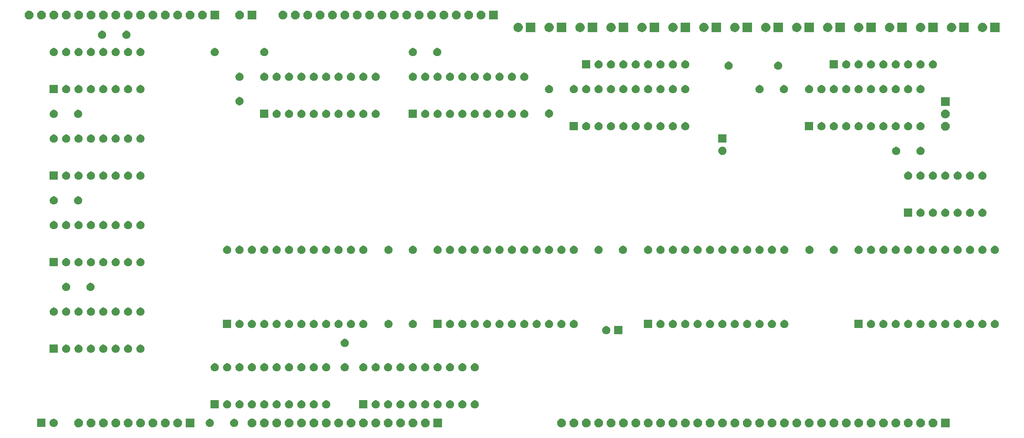
<source format=gbs>
G04 #@! TF.GenerationSoftware,KiCad,Pcbnew,(5.1.5)-3*
G04 #@! TF.CreationDate,2022-12-08T21:20:14-08:00*
G04 #@! TF.ProjectId,alu,616c752e-6b69-4636-9164-5f7063625858,rev?*
G04 #@! TF.SameCoordinates,Original*
G04 #@! TF.FileFunction,Soldermask,Bot*
G04 #@! TF.FilePolarity,Negative*
%FSLAX46Y46*%
G04 Gerber Fmt 4.6, Leading zero omitted, Abs format (unit mm)*
G04 Created by KiCad (PCBNEW (5.1.5)-3) date 2022-12-08 21:20:14*
%MOMM*%
%LPD*%
G04 APERTURE LIST*
%ADD10C,0.100000*%
G04 APERTURE END LIST*
D10*
G36*
X134733512Y-141343927D02*
G01*
X134882812Y-141373624D01*
X135046784Y-141441544D01*
X135194354Y-141540147D01*
X135319853Y-141665646D01*
X135418456Y-141813216D01*
X135486376Y-141977188D01*
X135521000Y-142151259D01*
X135521000Y-142328741D01*
X135486376Y-142502812D01*
X135418456Y-142666784D01*
X135319853Y-142814354D01*
X135194354Y-142939853D01*
X135046784Y-143038456D01*
X134882812Y-143106376D01*
X134733512Y-143136073D01*
X134708742Y-143141000D01*
X134531258Y-143141000D01*
X134506488Y-143136073D01*
X134357188Y-143106376D01*
X134193216Y-143038456D01*
X134045646Y-142939853D01*
X133920147Y-142814354D01*
X133821544Y-142666784D01*
X133753624Y-142502812D01*
X133719000Y-142328741D01*
X133719000Y-142151259D01*
X133753624Y-141977188D01*
X133821544Y-141813216D01*
X133920147Y-141665646D01*
X134045646Y-141540147D01*
X134193216Y-141441544D01*
X134357188Y-141373624D01*
X134506488Y-141343927D01*
X134531258Y-141339000D01*
X134708742Y-141339000D01*
X134733512Y-141343927D01*
G37*
G36*
X132193512Y-141343927D02*
G01*
X132342812Y-141373624D01*
X132506784Y-141441544D01*
X132654354Y-141540147D01*
X132779853Y-141665646D01*
X132878456Y-141813216D01*
X132946376Y-141977188D01*
X132981000Y-142151259D01*
X132981000Y-142328741D01*
X132946376Y-142502812D01*
X132878456Y-142666784D01*
X132779853Y-142814354D01*
X132654354Y-142939853D01*
X132506784Y-143038456D01*
X132342812Y-143106376D01*
X132193512Y-143136073D01*
X132168742Y-143141000D01*
X131991258Y-143141000D01*
X131966488Y-143136073D01*
X131817188Y-143106376D01*
X131653216Y-143038456D01*
X131505646Y-142939853D01*
X131380147Y-142814354D01*
X131281544Y-142666784D01*
X131213624Y-142502812D01*
X131179000Y-142328741D01*
X131179000Y-142151259D01*
X131213624Y-141977188D01*
X131281544Y-141813216D01*
X131380147Y-141665646D01*
X131505646Y-141540147D01*
X131653216Y-141441544D01*
X131817188Y-141373624D01*
X131966488Y-141343927D01*
X131991258Y-141339000D01*
X132168742Y-141339000D01*
X132193512Y-141343927D01*
G37*
G36*
X89801000Y-143141000D02*
G01*
X87999000Y-143141000D01*
X87999000Y-141339000D01*
X89801000Y-141339000D01*
X89801000Y-143141000D01*
G37*
G36*
X86473512Y-141343927D02*
G01*
X86622812Y-141373624D01*
X86786784Y-141441544D01*
X86934354Y-141540147D01*
X87059853Y-141665646D01*
X87158456Y-141813216D01*
X87226376Y-141977188D01*
X87261000Y-142151259D01*
X87261000Y-142328741D01*
X87226376Y-142502812D01*
X87158456Y-142666784D01*
X87059853Y-142814354D01*
X86934354Y-142939853D01*
X86786784Y-143038456D01*
X86622812Y-143106376D01*
X86473512Y-143136073D01*
X86448742Y-143141000D01*
X86271258Y-143141000D01*
X86246488Y-143136073D01*
X86097188Y-143106376D01*
X85933216Y-143038456D01*
X85785646Y-142939853D01*
X85660147Y-142814354D01*
X85561544Y-142666784D01*
X85493624Y-142502812D01*
X85459000Y-142328741D01*
X85459000Y-142151259D01*
X85493624Y-141977188D01*
X85561544Y-141813216D01*
X85660147Y-141665646D01*
X85785646Y-141540147D01*
X85933216Y-141441544D01*
X86097188Y-141373624D01*
X86246488Y-141343927D01*
X86271258Y-141339000D01*
X86448742Y-141339000D01*
X86473512Y-141343927D01*
G37*
G36*
X83933512Y-141343927D02*
G01*
X84082812Y-141373624D01*
X84246784Y-141441544D01*
X84394354Y-141540147D01*
X84519853Y-141665646D01*
X84618456Y-141813216D01*
X84686376Y-141977188D01*
X84721000Y-142151259D01*
X84721000Y-142328741D01*
X84686376Y-142502812D01*
X84618456Y-142666784D01*
X84519853Y-142814354D01*
X84394354Y-142939853D01*
X84246784Y-143038456D01*
X84082812Y-143106376D01*
X83933512Y-143136073D01*
X83908742Y-143141000D01*
X83731258Y-143141000D01*
X83706488Y-143136073D01*
X83557188Y-143106376D01*
X83393216Y-143038456D01*
X83245646Y-142939853D01*
X83120147Y-142814354D01*
X83021544Y-142666784D01*
X82953624Y-142502812D01*
X82919000Y-142328741D01*
X82919000Y-142151259D01*
X82953624Y-141977188D01*
X83021544Y-141813216D01*
X83120147Y-141665646D01*
X83245646Y-141540147D01*
X83393216Y-141441544D01*
X83557188Y-141373624D01*
X83706488Y-141343927D01*
X83731258Y-141339000D01*
X83908742Y-141339000D01*
X83933512Y-141343927D01*
G37*
G36*
X81393512Y-141343927D02*
G01*
X81542812Y-141373624D01*
X81706784Y-141441544D01*
X81854354Y-141540147D01*
X81979853Y-141665646D01*
X82078456Y-141813216D01*
X82146376Y-141977188D01*
X82181000Y-142151259D01*
X82181000Y-142328741D01*
X82146376Y-142502812D01*
X82078456Y-142666784D01*
X81979853Y-142814354D01*
X81854354Y-142939853D01*
X81706784Y-143038456D01*
X81542812Y-143106376D01*
X81393512Y-143136073D01*
X81368742Y-143141000D01*
X81191258Y-143141000D01*
X81166488Y-143136073D01*
X81017188Y-143106376D01*
X80853216Y-143038456D01*
X80705646Y-142939853D01*
X80580147Y-142814354D01*
X80481544Y-142666784D01*
X80413624Y-142502812D01*
X80379000Y-142328741D01*
X80379000Y-142151259D01*
X80413624Y-141977188D01*
X80481544Y-141813216D01*
X80580147Y-141665646D01*
X80705646Y-141540147D01*
X80853216Y-141441544D01*
X81017188Y-141373624D01*
X81166488Y-141343927D01*
X81191258Y-141339000D01*
X81368742Y-141339000D01*
X81393512Y-141343927D01*
G37*
G36*
X78853512Y-141343927D02*
G01*
X79002812Y-141373624D01*
X79166784Y-141441544D01*
X79314354Y-141540147D01*
X79439853Y-141665646D01*
X79538456Y-141813216D01*
X79606376Y-141977188D01*
X79641000Y-142151259D01*
X79641000Y-142328741D01*
X79606376Y-142502812D01*
X79538456Y-142666784D01*
X79439853Y-142814354D01*
X79314354Y-142939853D01*
X79166784Y-143038456D01*
X79002812Y-143106376D01*
X78853512Y-143136073D01*
X78828742Y-143141000D01*
X78651258Y-143141000D01*
X78626488Y-143136073D01*
X78477188Y-143106376D01*
X78313216Y-143038456D01*
X78165646Y-142939853D01*
X78040147Y-142814354D01*
X77941544Y-142666784D01*
X77873624Y-142502812D01*
X77839000Y-142328741D01*
X77839000Y-142151259D01*
X77873624Y-141977188D01*
X77941544Y-141813216D01*
X78040147Y-141665646D01*
X78165646Y-141540147D01*
X78313216Y-141441544D01*
X78477188Y-141373624D01*
X78626488Y-141343927D01*
X78651258Y-141339000D01*
X78828742Y-141339000D01*
X78853512Y-141343927D01*
G37*
G36*
X76313512Y-141343927D02*
G01*
X76462812Y-141373624D01*
X76626784Y-141441544D01*
X76774354Y-141540147D01*
X76899853Y-141665646D01*
X76998456Y-141813216D01*
X77066376Y-141977188D01*
X77101000Y-142151259D01*
X77101000Y-142328741D01*
X77066376Y-142502812D01*
X76998456Y-142666784D01*
X76899853Y-142814354D01*
X76774354Y-142939853D01*
X76626784Y-143038456D01*
X76462812Y-143106376D01*
X76313512Y-143136073D01*
X76288742Y-143141000D01*
X76111258Y-143141000D01*
X76086488Y-143136073D01*
X75937188Y-143106376D01*
X75773216Y-143038456D01*
X75625646Y-142939853D01*
X75500147Y-142814354D01*
X75401544Y-142666784D01*
X75333624Y-142502812D01*
X75299000Y-142328741D01*
X75299000Y-142151259D01*
X75333624Y-141977188D01*
X75401544Y-141813216D01*
X75500147Y-141665646D01*
X75625646Y-141540147D01*
X75773216Y-141441544D01*
X75937188Y-141373624D01*
X76086488Y-141343927D01*
X76111258Y-141339000D01*
X76288742Y-141339000D01*
X76313512Y-141343927D01*
G37*
G36*
X73773512Y-141343927D02*
G01*
X73922812Y-141373624D01*
X74086784Y-141441544D01*
X74234354Y-141540147D01*
X74359853Y-141665646D01*
X74458456Y-141813216D01*
X74526376Y-141977188D01*
X74561000Y-142151259D01*
X74561000Y-142328741D01*
X74526376Y-142502812D01*
X74458456Y-142666784D01*
X74359853Y-142814354D01*
X74234354Y-142939853D01*
X74086784Y-143038456D01*
X73922812Y-143106376D01*
X73773512Y-143136073D01*
X73748742Y-143141000D01*
X73571258Y-143141000D01*
X73546488Y-143136073D01*
X73397188Y-143106376D01*
X73233216Y-143038456D01*
X73085646Y-142939853D01*
X72960147Y-142814354D01*
X72861544Y-142666784D01*
X72793624Y-142502812D01*
X72759000Y-142328741D01*
X72759000Y-142151259D01*
X72793624Y-141977188D01*
X72861544Y-141813216D01*
X72960147Y-141665646D01*
X73085646Y-141540147D01*
X73233216Y-141441544D01*
X73397188Y-141373624D01*
X73546488Y-141343927D01*
X73571258Y-141339000D01*
X73748742Y-141339000D01*
X73773512Y-141343927D01*
G37*
G36*
X71233512Y-141343927D02*
G01*
X71382812Y-141373624D01*
X71546784Y-141441544D01*
X71694354Y-141540147D01*
X71819853Y-141665646D01*
X71918456Y-141813216D01*
X71986376Y-141977188D01*
X72021000Y-142151259D01*
X72021000Y-142328741D01*
X71986376Y-142502812D01*
X71918456Y-142666784D01*
X71819853Y-142814354D01*
X71694354Y-142939853D01*
X71546784Y-143038456D01*
X71382812Y-143106376D01*
X71233512Y-143136073D01*
X71208742Y-143141000D01*
X71031258Y-143141000D01*
X71006488Y-143136073D01*
X70857188Y-143106376D01*
X70693216Y-143038456D01*
X70545646Y-142939853D01*
X70420147Y-142814354D01*
X70321544Y-142666784D01*
X70253624Y-142502812D01*
X70219000Y-142328741D01*
X70219000Y-142151259D01*
X70253624Y-141977188D01*
X70321544Y-141813216D01*
X70420147Y-141665646D01*
X70545646Y-141540147D01*
X70693216Y-141441544D01*
X70857188Y-141373624D01*
X71006488Y-141343927D01*
X71031258Y-141339000D01*
X71208742Y-141339000D01*
X71233512Y-141343927D01*
G37*
G36*
X68693512Y-141343927D02*
G01*
X68842812Y-141373624D01*
X69006784Y-141441544D01*
X69154354Y-141540147D01*
X69279853Y-141665646D01*
X69378456Y-141813216D01*
X69446376Y-141977188D01*
X69481000Y-142151259D01*
X69481000Y-142328741D01*
X69446376Y-142502812D01*
X69378456Y-142666784D01*
X69279853Y-142814354D01*
X69154354Y-142939853D01*
X69006784Y-143038456D01*
X68842812Y-143106376D01*
X68693512Y-143136073D01*
X68668742Y-143141000D01*
X68491258Y-143141000D01*
X68466488Y-143136073D01*
X68317188Y-143106376D01*
X68153216Y-143038456D01*
X68005646Y-142939853D01*
X67880147Y-142814354D01*
X67781544Y-142666784D01*
X67713624Y-142502812D01*
X67679000Y-142328741D01*
X67679000Y-142151259D01*
X67713624Y-141977188D01*
X67781544Y-141813216D01*
X67880147Y-141665646D01*
X68005646Y-141540147D01*
X68153216Y-141441544D01*
X68317188Y-141373624D01*
X68466488Y-141343927D01*
X68491258Y-141339000D01*
X68668742Y-141339000D01*
X68693512Y-141343927D01*
G37*
G36*
X66153512Y-141343927D02*
G01*
X66302812Y-141373624D01*
X66466784Y-141441544D01*
X66614354Y-141540147D01*
X66739853Y-141665646D01*
X66838456Y-141813216D01*
X66906376Y-141977188D01*
X66941000Y-142151259D01*
X66941000Y-142328741D01*
X66906376Y-142502812D01*
X66838456Y-142666784D01*
X66739853Y-142814354D01*
X66614354Y-142939853D01*
X66466784Y-143038456D01*
X66302812Y-143106376D01*
X66153512Y-143136073D01*
X66128742Y-143141000D01*
X65951258Y-143141000D01*
X65926488Y-143136073D01*
X65777188Y-143106376D01*
X65613216Y-143038456D01*
X65465646Y-142939853D01*
X65340147Y-142814354D01*
X65241544Y-142666784D01*
X65173624Y-142502812D01*
X65139000Y-142328741D01*
X65139000Y-142151259D01*
X65173624Y-141977188D01*
X65241544Y-141813216D01*
X65340147Y-141665646D01*
X65465646Y-141540147D01*
X65613216Y-141441544D01*
X65777188Y-141373624D01*
X65926488Y-141343927D01*
X65951258Y-141339000D01*
X66128742Y-141339000D01*
X66153512Y-141343927D01*
G37*
G36*
X244741000Y-143141000D02*
G01*
X242939000Y-143141000D01*
X242939000Y-141339000D01*
X244741000Y-141339000D01*
X244741000Y-143141000D01*
G37*
G36*
X140601000Y-143141000D02*
G01*
X138799000Y-143141000D01*
X138799000Y-141339000D01*
X140601000Y-141339000D01*
X140601000Y-143141000D01*
G37*
G36*
X137273512Y-141343927D02*
G01*
X137422812Y-141373624D01*
X137586784Y-141441544D01*
X137734354Y-141540147D01*
X137859853Y-141665646D01*
X137958456Y-141813216D01*
X138026376Y-141977188D01*
X138061000Y-142151259D01*
X138061000Y-142328741D01*
X138026376Y-142502812D01*
X137958456Y-142666784D01*
X137859853Y-142814354D01*
X137734354Y-142939853D01*
X137586784Y-143038456D01*
X137422812Y-143106376D01*
X137273512Y-143136073D01*
X137248742Y-143141000D01*
X137071258Y-143141000D01*
X137046488Y-143136073D01*
X136897188Y-143106376D01*
X136733216Y-143038456D01*
X136585646Y-142939853D01*
X136460147Y-142814354D01*
X136361544Y-142666784D01*
X136293624Y-142502812D01*
X136259000Y-142328741D01*
X136259000Y-142151259D01*
X136293624Y-141977188D01*
X136361544Y-141813216D01*
X136460147Y-141665646D01*
X136585646Y-141540147D01*
X136733216Y-141441544D01*
X136897188Y-141373624D01*
X137046488Y-141343927D01*
X137071258Y-141339000D01*
X137248742Y-141339000D01*
X137273512Y-141343927D01*
G37*
G36*
X170293512Y-141343927D02*
G01*
X170442812Y-141373624D01*
X170606784Y-141441544D01*
X170754354Y-141540147D01*
X170879853Y-141665646D01*
X170978456Y-141813216D01*
X171046376Y-141977188D01*
X171081000Y-142151259D01*
X171081000Y-142328741D01*
X171046376Y-142502812D01*
X170978456Y-142666784D01*
X170879853Y-142814354D01*
X170754354Y-142939853D01*
X170606784Y-143038456D01*
X170442812Y-143106376D01*
X170293512Y-143136073D01*
X170268742Y-143141000D01*
X170091258Y-143141000D01*
X170066488Y-143136073D01*
X169917188Y-143106376D01*
X169753216Y-143038456D01*
X169605646Y-142939853D01*
X169480147Y-142814354D01*
X169381544Y-142666784D01*
X169313624Y-142502812D01*
X169279000Y-142328741D01*
X169279000Y-142151259D01*
X169313624Y-141977188D01*
X169381544Y-141813216D01*
X169480147Y-141665646D01*
X169605646Y-141540147D01*
X169753216Y-141441544D01*
X169917188Y-141373624D01*
X170066488Y-141343927D01*
X170091258Y-141339000D01*
X170268742Y-141339000D01*
X170293512Y-141343927D01*
G37*
G36*
X129653512Y-141343927D02*
G01*
X129802812Y-141373624D01*
X129966784Y-141441544D01*
X130114354Y-141540147D01*
X130239853Y-141665646D01*
X130338456Y-141813216D01*
X130406376Y-141977188D01*
X130441000Y-142151259D01*
X130441000Y-142328741D01*
X130406376Y-142502812D01*
X130338456Y-142666784D01*
X130239853Y-142814354D01*
X130114354Y-142939853D01*
X129966784Y-143038456D01*
X129802812Y-143106376D01*
X129653512Y-143136073D01*
X129628742Y-143141000D01*
X129451258Y-143141000D01*
X129426488Y-143136073D01*
X129277188Y-143106376D01*
X129113216Y-143038456D01*
X128965646Y-142939853D01*
X128840147Y-142814354D01*
X128741544Y-142666784D01*
X128673624Y-142502812D01*
X128639000Y-142328741D01*
X128639000Y-142151259D01*
X128673624Y-141977188D01*
X128741544Y-141813216D01*
X128840147Y-141665646D01*
X128965646Y-141540147D01*
X129113216Y-141441544D01*
X129277188Y-141373624D01*
X129426488Y-141343927D01*
X129451258Y-141339000D01*
X129628742Y-141339000D01*
X129653512Y-141343927D01*
G37*
G36*
X127113512Y-141343927D02*
G01*
X127262812Y-141373624D01*
X127426784Y-141441544D01*
X127574354Y-141540147D01*
X127699853Y-141665646D01*
X127798456Y-141813216D01*
X127866376Y-141977188D01*
X127901000Y-142151259D01*
X127901000Y-142328741D01*
X127866376Y-142502812D01*
X127798456Y-142666784D01*
X127699853Y-142814354D01*
X127574354Y-142939853D01*
X127426784Y-143038456D01*
X127262812Y-143106376D01*
X127113512Y-143136073D01*
X127088742Y-143141000D01*
X126911258Y-143141000D01*
X126886488Y-143136073D01*
X126737188Y-143106376D01*
X126573216Y-143038456D01*
X126425646Y-142939853D01*
X126300147Y-142814354D01*
X126201544Y-142666784D01*
X126133624Y-142502812D01*
X126099000Y-142328741D01*
X126099000Y-142151259D01*
X126133624Y-141977188D01*
X126201544Y-141813216D01*
X126300147Y-141665646D01*
X126425646Y-141540147D01*
X126573216Y-141441544D01*
X126737188Y-141373624D01*
X126886488Y-141343927D01*
X126911258Y-141339000D01*
X127088742Y-141339000D01*
X127113512Y-141343927D01*
G37*
G36*
X124573512Y-141343927D02*
G01*
X124722812Y-141373624D01*
X124886784Y-141441544D01*
X125034354Y-141540147D01*
X125159853Y-141665646D01*
X125258456Y-141813216D01*
X125326376Y-141977188D01*
X125361000Y-142151259D01*
X125361000Y-142328741D01*
X125326376Y-142502812D01*
X125258456Y-142666784D01*
X125159853Y-142814354D01*
X125034354Y-142939853D01*
X124886784Y-143038456D01*
X124722812Y-143106376D01*
X124573512Y-143136073D01*
X124548742Y-143141000D01*
X124371258Y-143141000D01*
X124346488Y-143136073D01*
X124197188Y-143106376D01*
X124033216Y-143038456D01*
X123885646Y-142939853D01*
X123760147Y-142814354D01*
X123661544Y-142666784D01*
X123593624Y-142502812D01*
X123559000Y-142328741D01*
X123559000Y-142151259D01*
X123593624Y-141977188D01*
X123661544Y-141813216D01*
X123760147Y-141665646D01*
X123885646Y-141540147D01*
X124033216Y-141441544D01*
X124197188Y-141373624D01*
X124346488Y-141343927D01*
X124371258Y-141339000D01*
X124548742Y-141339000D01*
X124573512Y-141343927D01*
G37*
G36*
X122033512Y-141343927D02*
G01*
X122182812Y-141373624D01*
X122346784Y-141441544D01*
X122494354Y-141540147D01*
X122619853Y-141665646D01*
X122718456Y-141813216D01*
X122786376Y-141977188D01*
X122821000Y-142151259D01*
X122821000Y-142328741D01*
X122786376Y-142502812D01*
X122718456Y-142666784D01*
X122619853Y-142814354D01*
X122494354Y-142939853D01*
X122346784Y-143038456D01*
X122182812Y-143106376D01*
X122033512Y-143136073D01*
X122008742Y-143141000D01*
X121831258Y-143141000D01*
X121806488Y-143136073D01*
X121657188Y-143106376D01*
X121493216Y-143038456D01*
X121345646Y-142939853D01*
X121220147Y-142814354D01*
X121121544Y-142666784D01*
X121053624Y-142502812D01*
X121019000Y-142328741D01*
X121019000Y-142151259D01*
X121053624Y-141977188D01*
X121121544Y-141813216D01*
X121220147Y-141665646D01*
X121345646Y-141540147D01*
X121493216Y-141441544D01*
X121657188Y-141373624D01*
X121806488Y-141343927D01*
X121831258Y-141339000D01*
X122008742Y-141339000D01*
X122033512Y-141343927D01*
G37*
G36*
X119493512Y-141343927D02*
G01*
X119642812Y-141373624D01*
X119806784Y-141441544D01*
X119954354Y-141540147D01*
X120079853Y-141665646D01*
X120178456Y-141813216D01*
X120246376Y-141977188D01*
X120281000Y-142151259D01*
X120281000Y-142328741D01*
X120246376Y-142502812D01*
X120178456Y-142666784D01*
X120079853Y-142814354D01*
X119954354Y-142939853D01*
X119806784Y-143038456D01*
X119642812Y-143106376D01*
X119493512Y-143136073D01*
X119468742Y-143141000D01*
X119291258Y-143141000D01*
X119266488Y-143136073D01*
X119117188Y-143106376D01*
X118953216Y-143038456D01*
X118805646Y-142939853D01*
X118680147Y-142814354D01*
X118581544Y-142666784D01*
X118513624Y-142502812D01*
X118479000Y-142328741D01*
X118479000Y-142151259D01*
X118513624Y-141977188D01*
X118581544Y-141813216D01*
X118680147Y-141665646D01*
X118805646Y-141540147D01*
X118953216Y-141441544D01*
X119117188Y-141373624D01*
X119266488Y-141343927D01*
X119291258Y-141339000D01*
X119468742Y-141339000D01*
X119493512Y-141343927D01*
G37*
G36*
X116953512Y-141343927D02*
G01*
X117102812Y-141373624D01*
X117266784Y-141441544D01*
X117414354Y-141540147D01*
X117539853Y-141665646D01*
X117638456Y-141813216D01*
X117706376Y-141977188D01*
X117741000Y-142151259D01*
X117741000Y-142328741D01*
X117706376Y-142502812D01*
X117638456Y-142666784D01*
X117539853Y-142814354D01*
X117414354Y-142939853D01*
X117266784Y-143038456D01*
X117102812Y-143106376D01*
X116953512Y-143136073D01*
X116928742Y-143141000D01*
X116751258Y-143141000D01*
X116726488Y-143136073D01*
X116577188Y-143106376D01*
X116413216Y-143038456D01*
X116265646Y-142939853D01*
X116140147Y-142814354D01*
X116041544Y-142666784D01*
X115973624Y-142502812D01*
X115939000Y-142328741D01*
X115939000Y-142151259D01*
X115973624Y-141977188D01*
X116041544Y-141813216D01*
X116140147Y-141665646D01*
X116265646Y-141540147D01*
X116413216Y-141441544D01*
X116577188Y-141373624D01*
X116726488Y-141343927D01*
X116751258Y-141339000D01*
X116928742Y-141339000D01*
X116953512Y-141343927D01*
G37*
G36*
X114413512Y-141343927D02*
G01*
X114562812Y-141373624D01*
X114726784Y-141441544D01*
X114874354Y-141540147D01*
X114999853Y-141665646D01*
X115098456Y-141813216D01*
X115166376Y-141977188D01*
X115201000Y-142151259D01*
X115201000Y-142328741D01*
X115166376Y-142502812D01*
X115098456Y-142666784D01*
X114999853Y-142814354D01*
X114874354Y-142939853D01*
X114726784Y-143038456D01*
X114562812Y-143106376D01*
X114413512Y-143136073D01*
X114388742Y-143141000D01*
X114211258Y-143141000D01*
X114186488Y-143136073D01*
X114037188Y-143106376D01*
X113873216Y-143038456D01*
X113725646Y-142939853D01*
X113600147Y-142814354D01*
X113501544Y-142666784D01*
X113433624Y-142502812D01*
X113399000Y-142328741D01*
X113399000Y-142151259D01*
X113433624Y-141977188D01*
X113501544Y-141813216D01*
X113600147Y-141665646D01*
X113725646Y-141540147D01*
X113873216Y-141441544D01*
X114037188Y-141373624D01*
X114186488Y-141343927D01*
X114211258Y-141339000D01*
X114388742Y-141339000D01*
X114413512Y-141343927D01*
G37*
G36*
X111873512Y-141343927D02*
G01*
X112022812Y-141373624D01*
X112186784Y-141441544D01*
X112334354Y-141540147D01*
X112459853Y-141665646D01*
X112558456Y-141813216D01*
X112626376Y-141977188D01*
X112661000Y-142151259D01*
X112661000Y-142328741D01*
X112626376Y-142502812D01*
X112558456Y-142666784D01*
X112459853Y-142814354D01*
X112334354Y-142939853D01*
X112186784Y-143038456D01*
X112022812Y-143106376D01*
X111873512Y-143136073D01*
X111848742Y-143141000D01*
X111671258Y-143141000D01*
X111646488Y-143136073D01*
X111497188Y-143106376D01*
X111333216Y-143038456D01*
X111185646Y-142939853D01*
X111060147Y-142814354D01*
X110961544Y-142666784D01*
X110893624Y-142502812D01*
X110859000Y-142328741D01*
X110859000Y-142151259D01*
X110893624Y-141977188D01*
X110961544Y-141813216D01*
X111060147Y-141665646D01*
X111185646Y-141540147D01*
X111333216Y-141441544D01*
X111497188Y-141373624D01*
X111646488Y-141343927D01*
X111671258Y-141339000D01*
X111848742Y-141339000D01*
X111873512Y-141343927D01*
G37*
G36*
X109333512Y-141343927D02*
G01*
X109482812Y-141373624D01*
X109646784Y-141441544D01*
X109794354Y-141540147D01*
X109919853Y-141665646D01*
X110018456Y-141813216D01*
X110086376Y-141977188D01*
X110121000Y-142151259D01*
X110121000Y-142328741D01*
X110086376Y-142502812D01*
X110018456Y-142666784D01*
X109919853Y-142814354D01*
X109794354Y-142939853D01*
X109646784Y-143038456D01*
X109482812Y-143106376D01*
X109333512Y-143136073D01*
X109308742Y-143141000D01*
X109131258Y-143141000D01*
X109106488Y-143136073D01*
X108957188Y-143106376D01*
X108793216Y-143038456D01*
X108645646Y-142939853D01*
X108520147Y-142814354D01*
X108421544Y-142666784D01*
X108353624Y-142502812D01*
X108319000Y-142328741D01*
X108319000Y-142151259D01*
X108353624Y-141977188D01*
X108421544Y-141813216D01*
X108520147Y-141665646D01*
X108645646Y-141540147D01*
X108793216Y-141441544D01*
X108957188Y-141373624D01*
X109106488Y-141343927D01*
X109131258Y-141339000D01*
X109308742Y-141339000D01*
X109333512Y-141343927D01*
G37*
G36*
X106793512Y-141343927D02*
G01*
X106942812Y-141373624D01*
X107106784Y-141441544D01*
X107254354Y-141540147D01*
X107379853Y-141665646D01*
X107478456Y-141813216D01*
X107546376Y-141977188D01*
X107581000Y-142151259D01*
X107581000Y-142328741D01*
X107546376Y-142502812D01*
X107478456Y-142666784D01*
X107379853Y-142814354D01*
X107254354Y-142939853D01*
X107106784Y-143038456D01*
X106942812Y-143106376D01*
X106793512Y-143136073D01*
X106768742Y-143141000D01*
X106591258Y-143141000D01*
X106566488Y-143136073D01*
X106417188Y-143106376D01*
X106253216Y-143038456D01*
X106105646Y-142939853D01*
X105980147Y-142814354D01*
X105881544Y-142666784D01*
X105813624Y-142502812D01*
X105779000Y-142328741D01*
X105779000Y-142151259D01*
X105813624Y-141977188D01*
X105881544Y-141813216D01*
X105980147Y-141665646D01*
X106105646Y-141540147D01*
X106253216Y-141441544D01*
X106417188Y-141373624D01*
X106566488Y-141343927D01*
X106591258Y-141339000D01*
X106768742Y-141339000D01*
X106793512Y-141343927D01*
G37*
G36*
X104253512Y-141343927D02*
G01*
X104402812Y-141373624D01*
X104566784Y-141441544D01*
X104714354Y-141540147D01*
X104839853Y-141665646D01*
X104938456Y-141813216D01*
X105006376Y-141977188D01*
X105041000Y-142151259D01*
X105041000Y-142328741D01*
X105006376Y-142502812D01*
X104938456Y-142666784D01*
X104839853Y-142814354D01*
X104714354Y-142939853D01*
X104566784Y-143038456D01*
X104402812Y-143106376D01*
X104253512Y-143136073D01*
X104228742Y-143141000D01*
X104051258Y-143141000D01*
X104026488Y-143136073D01*
X103877188Y-143106376D01*
X103713216Y-143038456D01*
X103565646Y-142939853D01*
X103440147Y-142814354D01*
X103341544Y-142666784D01*
X103273624Y-142502812D01*
X103239000Y-142328741D01*
X103239000Y-142151259D01*
X103273624Y-141977188D01*
X103341544Y-141813216D01*
X103440147Y-141665646D01*
X103565646Y-141540147D01*
X103713216Y-141441544D01*
X103877188Y-141373624D01*
X104026488Y-141343927D01*
X104051258Y-141339000D01*
X104228742Y-141339000D01*
X104253512Y-141343927D01*
G37*
G36*
X101713512Y-141343927D02*
G01*
X101862812Y-141373624D01*
X102026784Y-141441544D01*
X102174354Y-141540147D01*
X102299853Y-141665646D01*
X102398456Y-141813216D01*
X102466376Y-141977188D01*
X102501000Y-142151259D01*
X102501000Y-142328741D01*
X102466376Y-142502812D01*
X102398456Y-142666784D01*
X102299853Y-142814354D01*
X102174354Y-142939853D01*
X102026784Y-143038456D01*
X101862812Y-143106376D01*
X101713512Y-143136073D01*
X101688742Y-143141000D01*
X101511258Y-143141000D01*
X101486488Y-143136073D01*
X101337188Y-143106376D01*
X101173216Y-143038456D01*
X101025646Y-142939853D01*
X100900147Y-142814354D01*
X100801544Y-142666784D01*
X100733624Y-142502812D01*
X100699000Y-142328741D01*
X100699000Y-142151259D01*
X100733624Y-141977188D01*
X100801544Y-141813216D01*
X100900147Y-141665646D01*
X101025646Y-141540147D01*
X101173216Y-141441544D01*
X101337188Y-141373624D01*
X101486488Y-141343927D01*
X101511258Y-141339000D01*
X101688742Y-141339000D01*
X101713512Y-141343927D01*
G37*
G36*
X165213512Y-141343927D02*
G01*
X165362812Y-141373624D01*
X165526784Y-141441544D01*
X165674354Y-141540147D01*
X165799853Y-141665646D01*
X165898456Y-141813216D01*
X165966376Y-141977188D01*
X166001000Y-142151259D01*
X166001000Y-142328741D01*
X165966376Y-142502812D01*
X165898456Y-142666784D01*
X165799853Y-142814354D01*
X165674354Y-142939853D01*
X165526784Y-143038456D01*
X165362812Y-143106376D01*
X165213512Y-143136073D01*
X165188742Y-143141000D01*
X165011258Y-143141000D01*
X164986488Y-143136073D01*
X164837188Y-143106376D01*
X164673216Y-143038456D01*
X164525646Y-142939853D01*
X164400147Y-142814354D01*
X164301544Y-142666784D01*
X164233624Y-142502812D01*
X164199000Y-142328741D01*
X164199000Y-142151259D01*
X164233624Y-141977188D01*
X164301544Y-141813216D01*
X164400147Y-141665646D01*
X164525646Y-141540147D01*
X164673216Y-141441544D01*
X164837188Y-141373624D01*
X164986488Y-141343927D01*
X165011258Y-141339000D01*
X165188742Y-141339000D01*
X165213512Y-141343927D01*
G37*
G36*
X205853512Y-141343927D02*
G01*
X206002812Y-141373624D01*
X206166784Y-141441544D01*
X206314354Y-141540147D01*
X206439853Y-141665646D01*
X206538456Y-141813216D01*
X206606376Y-141977188D01*
X206641000Y-142151259D01*
X206641000Y-142328741D01*
X206606376Y-142502812D01*
X206538456Y-142666784D01*
X206439853Y-142814354D01*
X206314354Y-142939853D01*
X206166784Y-143038456D01*
X206002812Y-143106376D01*
X205853512Y-143136073D01*
X205828742Y-143141000D01*
X205651258Y-143141000D01*
X205626488Y-143136073D01*
X205477188Y-143106376D01*
X205313216Y-143038456D01*
X205165646Y-142939853D01*
X205040147Y-142814354D01*
X204941544Y-142666784D01*
X204873624Y-142502812D01*
X204839000Y-142328741D01*
X204839000Y-142151259D01*
X204873624Y-141977188D01*
X204941544Y-141813216D01*
X205040147Y-141665646D01*
X205165646Y-141540147D01*
X205313216Y-141441544D01*
X205477188Y-141373624D01*
X205626488Y-141343927D01*
X205651258Y-141339000D01*
X205828742Y-141339000D01*
X205853512Y-141343927D01*
G37*
G36*
X238873512Y-141343927D02*
G01*
X239022812Y-141373624D01*
X239186784Y-141441544D01*
X239334354Y-141540147D01*
X239459853Y-141665646D01*
X239558456Y-141813216D01*
X239626376Y-141977188D01*
X239661000Y-142151259D01*
X239661000Y-142328741D01*
X239626376Y-142502812D01*
X239558456Y-142666784D01*
X239459853Y-142814354D01*
X239334354Y-142939853D01*
X239186784Y-143038456D01*
X239022812Y-143106376D01*
X238873512Y-143136073D01*
X238848742Y-143141000D01*
X238671258Y-143141000D01*
X238646488Y-143136073D01*
X238497188Y-143106376D01*
X238333216Y-143038456D01*
X238185646Y-142939853D01*
X238060147Y-142814354D01*
X237961544Y-142666784D01*
X237893624Y-142502812D01*
X237859000Y-142328741D01*
X237859000Y-142151259D01*
X237893624Y-141977188D01*
X237961544Y-141813216D01*
X238060147Y-141665646D01*
X238185646Y-141540147D01*
X238333216Y-141441544D01*
X238497188Y-141373624D01*
X238646488Y-141343927D01*
X238671258Y-141339000D01*
X238848742Y-141339000D01*
X238873512Y-141343927D01*
G37*
G36*
X241413512Y-141343927D02*
G01*
X241562812Y-141373624D01*
X241726784Y-141441544D01*
X241874354Y-141540147D01*
X241999853Y-141665646D01*
X242098456Y-141813216D01*
X242166376Y-141977188D01*
X242201000Y-142151259D01*
X242201000Y-142328741D01*
X242166376Y-142502812D01*
X242098456Y-142666784D01*
X241999853Y-142814354D01*
X241874354Y-142939853D01*
X241726784Y-143038456D01*
X241562812Y-143106376D01*
X241413512Y-143136073D01*
X241388742Y-143141000D01*
X241211258Y-143141000D01*
X241186488Y-143136073D01*
X241037188Y-143106376D01*
X240873216Y-143038456D01*
X240725646Y-142939853D01*
X240600147Y-142814354D01*
X240501544Y-142666784D01*
X240433624Y-142502812D01*
X240399000Y-142328741D01*
X240399000Y-142151259D01*
X240433624Y-141977188D01*
X240501544Y-141813216D01*
X240600147Y-141665646D01*
X240725646Y-141540147D01*
X240873216Y-141441544D01*
X241037188Y-141373624D01*
X241186488Y-141343927D01*
X241211258Y-141339000D01*
X241388742Y-141339000D01*
X241413512Y-141343927D01*
G37*
G36*
X172833512Y-141343927D02*
G01*
X172982812Y-141373624D01*
X173146784Y-141441544D01*
X173294354Y-141540147D01*
X173419853Y-141665646D01*
X173518456Y-141813216D01*
X173586376Y-141977188D01*
X173621000Y-142151259D01*
X173621000Y-142328741D01*
X173586376Y-142502812D01*
X173518456Y-142666784D01*
X173419853Y-142814354D01*
X173294354Y-142939853D01*
X173146784Y-143038456D01*
X172982812Y-143106376D01*
X172833512Y-143136073D01*
X172808742Y-143141000D01*
X172631258Y-143141000D01*
X172606488Y-143136073D01*
X172457188Y-143106376D01*
X172293216Y-143038456D01*
X172145646Y-142939853D01*
X172020147Y-142814354D01*
X171921544Y-142666784D01*
X171853624Y-142502812D01*
X171819000Y-142328741D01*
X171819000Y-142151259D01*
X171853624Y-141977188D01*
X171921544Y-141813216D01*
X172020147Y-141665646D01*
X172145646Y-141540147D01*
X172293216Y-141441544D01*
X172457188Y-141373624D01*
X172606488Y-141343927D01*
X172631258Y-141339000D01*
X172808742Y-141339000D01*
X172833512Y-141343927D01*
G37*
G36*
X175373512Y-141343927D02*
G01*
X175522812Y-141373624D01*
X175686784Y-141441544D01*
X175834354Y-141540147D01*
X175959853Y-141665646D01*
X176058456Y-141813216D01*
X176126376Y-141977188D01*
X176161000Y-142151259D01*
X176161000Y-142328741D01*
X176126376Y-142502812D01*
X176058456Y-142666784D01*
X175959853Y-142814354D01*
X175834354Y-142939853D01*
X175686784Y-143038456D01*
X175522812Y-143106376D01*
X175373512Y-143136073D01*
X175348742Y-143141000D01*
X175171258Y-143141000D01*
X175146488Y-143136073D01*
X174997188Y-143106376D01*
X174833216Y-143038456D01*
X174685646Y-142939853D01*
X174560147Y-142814354D01*
X174461544Y-142666784D01*
X174393624Y-142502812D01*
X174359000Y-142328741D01*
X174359000Y-142151259D01*
X174393624Y-141977188D01*
X174461544Y-141813216D01*
X174560147Y-141665646D01*
X174685646Y-141540147D01*
X174833216Y-141441544D01*
X174997188Y-141373624D01*
X175146488Y-141343927D01*
X175171258Y-141339000D01*
X175348742Y-141339000D01*
X175373512Y-141343927D01*
G37*
G36*
X177913512Y-141343927D02*
G01*
X178062812Y-141373624D01*
X178226784Y-141441544D01*
X178374354Y-141540147D01*
X178499853Y-141665646D01*
X178598456Y-141813216D01*
X178666376Y-141977188D01*
X178701000Y-142151259D01*
X178701000Y-142328741D01*
X178666376Y-142502812D01*
X178598456Y-142666784D01*
X178499853Y-142814354D01*
X178374354Y-142939853D01*
X178226784Y-143038456D01*
X178062812Y-143106376D01*
X177913512Y-143136073D01*
X177888742Y-143141000D01*
X177711258Y-143141000D01*
X177686488Y-143136073D01*
X177537188Y-143106376D01*
X177373216Y-143038456D01*
X177225646Y-142939853D01*
X177100147Y-142814354D01*
X177001544Y-142666784D01*
X176933624Y-142502812D01*
X176899000Y-142328741D01*
X176899000Y-142151259D01*
X176933624Y-141977188D01*
X177001544Y-141813216D01*
X177100147Y-141665646D01*
X177225646Y-141540147D01*
X177373216Y-141441544D01*
X177537188Y-141373624D01*
X177686488Y-141343927D01*
X177711258Y-141339000D01*
X177888742Y-141339000D01*
X177913512Y-141343927D01*
G37*
G36*
X180453512Y-141343927D02*
G01*
X180602812Y-141373624D01*
X180766784Y-141441544D01*
X180914354Y-141540147D01*
X181039853Y-141665646D01*
X181138456Y-141813216D01*
X181206376Y-141977188D01*
X181241000Y-142151259D01*
X181241000Y-142328741D01*
X181206376Y-142502812D01*
X181138456Y-142666784D01*
X181039853Y-142814354D01*
X180914354Y-142939853D01*
X180766784Y-143038456D01*
X180602812Y-143106376D01*
X180453512Y-143136073D01*
X180428742Y-143141000D01*
X180251258Y-143141000D01*
X180226488Y-143136073D01*
X180077188Y-143106376D01*
X179913216Y-143038456D01*
X179765646Y-142939853D01*
X179640147Y-142814354D01*
X179541544Y-142666784D01*
X179473624Y-142502812D01*
X179439000Y-142328741D01*
X179439000Y-142151259D01*
X179473624Y-141977188D01*
X179541544Y-141813216D01*
X179640147Y-141665646D01*
X179765646Y-141540147D01*
X179913216Y-141441544D01*
X180077188Y-141373624D01*
X180226488Y-141343927D01*
X180251258Y-141339000D01*
X180428742Y-141339000D01*
X180453512Y-141343927D01*
G37*
G36*
X182993512Y-141343927D02*
G01*
X183142812Y-141373624D01*
X183306784Y-141441544D01*
X183454354Y-141540147D01*
X183579853Y-141665646D01*
X183678456Y-141813216D01*
X183746376Y-141977188D01*
X183781000Y-142151259D01*
X183781000Y-142328741D01*
X183746376Y-142502812D01*
X183678456Y-142666784D01*
X183579853Y-142814354D01*
X183454354Y-142939853D01*
X183306784Y-143038456D01*
X183142812Y-143106376D01*
X182993512Y-143136073D01*
X182968742Y-143141000D01*
X182791258Y-143141000D01*
X182766488Y-143136073D01*
X182617188Y-143106376D01*
X182453216Y-143038456D01*
X182305646Y-142939853D01*
X182180147Y-142814354D01*
X182081544Y-142666784D01*
X182013624Y-142502812D01*
X181979000Y-142328741D01*
X181979000Y-142151259D01*
X182013624Y-141977188D01*
X182081544Y-141813216D01*
X182180147Y-141665646D01*
X182305646Y-141540147D01*
X182453216Y-141441544D01*
X182617188Y-141373624D01*
X182766488Y-141343927D01*
X182791258Y-141339000D01*
X182968742Y-141339000D01*
X182993512Y-141343927D01*
G37*
G36*
X185533512Y-141343927D02*
G01*
X185682812Y-141373624D01*
X185846784Y-141441544D01*
X185994354Y-141540147D01*
X186119853Y-141665646D01*
X186218456Y-141813216D01*
X186286376Y-141977188D01*
X186321000Y-142151259D01*
X186321000Y-142328741D01*
X186286376Y-142502812D01*
X186218456Y-142666784D01*
X186119853Y-142814354D01*
X185994354Y-142939853D01*
X185846784Y-143038456D01*
X185682812Y-143106376D01*
X185533512Y-143136073D01*
X185508742Y-143141000D01*
X185331258Y-143141000D01*
X185306488Y-143136073D01*
X185157188Y-143106376D01*
X184993216Y-143038456D01*
X184845646Y-142939853D01*
X184720147Y-142814354D01*
X184621544Y-142666784D01*
X184553624Y-142502812D01*
X184519000Y-142328741D01*
X184519000Y-142151259D01*
X184553624Y-141977188D01*
X184621544Y-141813216D01*
X184720147Y-141665646D01*
X184845646Y-141540147D01*
X184993216Y-141441544D01*
X185157188Y-141373624D01*
X185306488Y-141343927D01*
X185331258Y-141339000D01*
X185508742Y-141339000D01*
X185533512Y-141343927D01*
G37*
G36*
X188073512Y-141343927D02*
G01*
X188222812Y-141373624D01*
X188386784Y-141441544D01*
X188534354Y-141540147D01*
X188659853Y-141665646D01*
X188758456Y-141813216D01*
X188826376Y-141977188D01*
X188861000Y-142151259D01*
X188861000Y-142328741D01*
X188826376Y-142502812D01*
X188758456Y-142666784D01*
X188659853Y-142814354D01*
X188534354Y-142939853D01*
X188386784Y-143038456D01*
X188222812Y-143106376D01*
X188073512Y-143136073D01*
X188048742Y-143141000D01*
X187871258Y-143141000D01*
X187846488Y-143136073D01*
X187697188Y-143106376D01*
X187533216Y-143038456D01*
X187385646Y-142939853D01*
X187260147Y-142814354D01*
X187161544Y-142666784D01*
X187093624Y-142502812D01*
X187059000Y-142328741D01*
X187059000Y-142151259D01*
X187093624Y-141977188D01*
X187161544Y-141813216D01*
X187260147Y-141665646D01*
X187385646Y-141540147D01*
X187533216Y-141441544D01*
X187697188Y-141373624D01*
X187846488Y-141343927D01*
X187871258Y-141339000D01*
X188048742Y-141339000D01*
X188073512Y-141343927D01*
G37*
G36*
X190613512Y-141343927D02*
G01*
X190762812Y-141373624D01*
X190926784Y-141441544D01*
X191074354Y-141540147D01*
X191199853Y-141665646D01*
X191298456Y-141813216D01*
X191366376Y-141977188D01*
X191401000Y-142151259D01*
X191401000Y-142328741D01*
X191366376Y-142502812D01*
X191298456Y-142666784D01*
X191199853Y-142814354D01*
X191074354Y-142939853D01*
X190926784Y-143038456D01*
X190762812Y-143106376D01*
X190613512Y-143136073D01*
X190588742Y-143141000D01*
X190411258Y-143141000D01*
X190386488Y-143136073D01*
X190237188Y-143106376D01*
X190073216Y-143038456D01*
X189925646Y-142939853D01*
X189800147Y-142814354D01*
X189701544Y-142666784D01*
X189633624Y-142502812D01*
X189599000Y-142328741D01*
X189599000Y-142151259D01*
X189633624Y-141977188D01*
X189701544Y-141813216D01*
X189800147Y-141665646D01*
X189925646Y-141540147D01*
X190073216Y-141441544D01*
X190237188Y-141373624D01*
X190386488Y-141343927D01*
X190411258Y-141339000D01*
X190588742Y-141339000D01*
X190613512Y-141343927D01*
G37*
G36*
X193153512Y-141343927D02*
G01*
X193302812Y-141373624D01*
X193466784Y-141441544D01*
X193614354Y-141540147D01*
X193739853Y-141665646D01*
X193838456Y-141813216D01*
X193906376Y-141977188D01*
X193941000Y-142151259D01*
X193941000Y-142328741D01*
X193906376Y-142502812D01*
X193838456Y-142666784D01*
X193739853Y-142814354D01*
X193614354Y-142939853D01*
X193466784Y-143038456D01*
X193302812Y-143106376D01*
X193153512Y-143136073D01*
X193128742Y-143141000D01*
X192951258Y-143141000D01*
X192926488Y-143136073D01*
X192777188Y-143106376D01*
X192613216Y-143038456D01*
X192465646Y-142939853D01*
X192340147Y-142814354D01*
X192241544Y-142666784D01*
X192173624Y-142502812D01*
X192139000Y-142328741D01*
X192139000Y-142151259D01*
X192173624Y-141977188D01*
X192241544Y-141813216D01*
X192340147Y-141665646D01*
X192465646Y-141540147D01*
X192613216Y-141441544D01*
X192777188Y-141373624D01*
X192926488Y-141343927D01*
X192951258Y-141339000D01*
X193128742Y-141339000D01*
X193153512Y-141343927D01*
G37*
G36*
X195693512Y-141343927D02*
G01*
X195842812Y-141373624D01*
X196006784Y-141441544D01*
X196154354Y-141540147D01*
X196279853Y-141665646D01*
X196378456Y-141813216D01*
X196446376Y-141977188D01*
X196481000Y-142151259D01*
X196481000Y-142328741D01*
X196446376Y-142502812D01*
X196378456Y-142666784D01*
X196279853Y-142814354D01*
X196154354Y-142939853D01*
X196006784Y-143038456D01*
X195842812Y-143106376D01*
X195693512Y-143136073D01*
X195668742Y-143141000D01*
X195491258Y-143141000D01*
X195466488Y-143136073D01*
X195317188Y-143106376D01*
X195153216Y-143038456D01*
X195005646Y-142939853D01*
X194880147Y-142814354D01*
X194781544Y-142666784D01*
X194713624Y-142502812D01*
X194679000Y-142328741D01*
X194679000Y-142151259D01*
X194713624Y-141977188D01*
X194781544Y-141813216D01*
X194880147Y-141665646D01*
X195005646Y-141540147D01*
X195153216Y-141441544D01*
X195317188Y-141373624D01*
X195466488Y-141343927D01*
X195491258Y-141339000D01*
X195668742Y-141339000D01*
X195693512Y-141343927D01*
G37*
G36*
X198233512Y-141343927D02*
G01*
X198382812Y-141373624D01*
X198546784Y-141441544D01*
X198694354Y-141540147D01*
X198819853Y-141665646D01*
X198918456Y-141813216D01*
X198986376Y-141977188D01*
X199021000Y-142151259D01*
X199021000Y-142328741D01*
X198986376Y-142502812D01*
X198918456Y-142666784D01*
X198819853Y-142814354D01*
X198694354Y-142939853D01*
X198546784Y-143038456D01*
X198382812Y-143106376D01*
X198233512Y-143136073D01*
X198208742Y-143141000D01*
X198031258Y-143141000D01*
X198006488Y-143136073D01*
X197857188Y-143106376D01*
X197693216Y-143038456D01*
X197545646Y-142939853D01*
X197420147Y-142814354D01*
X197321544Y-142666784D01*
X197253624Y-142502812D01*
X197219000Y-142328741D01*
X197219000Y-142151259D01*
X197253624Y-141977188D01*
X197321544Y-141813216D01*
X197420147Y-141665646D01*
X197545646Y-141540147D01*
X197693216Y-141441544D01*
X197857188Y-141373624D01*
X198006488Y-141343927D01*
X198031258Y-141339000D01*
X198208742Y-141339000D01*
X198233512Y-141343927D01*
G37*
G36*
X200773512Y-141343927D02*
G01*
X200922812Y-141373624D01*
X201086784Y-141441544D01*
X201234354Y-141540147D01*
X201359853Y-141665646D01*
X201458456Y-141813216D01*
X201526376Y-141977188D01*
X201561000Y-142151259D01*
X201561000Y-142328741D01*
X201526376Y-142502812D01*
X201458456Y-142666784D01*
X201359853Y-142814354D01*
X201234354Y-142939853D01*
X201086784Y-143038456D01*
X200922812Y-143106376D01*
X200773512Y-143136073D01*
X200748742Y-143141000D01*
X200571258Y-143141000D01*
X200546488Y-143136073D01*
X200397188Y-143106376D01*
X200233216Y-143038456D01*
X200085646Y-142939853D01*
X199960147Y-142814354D01*
X199861544Y-142666784D01*
X199793624Y-142502812D01*
X199759000Y-142328741D01*
X199759000Y-142151259D01*
X199793624Y-141977188D01*
X199861544Y-141813216D01*
X199960147Y-141665646D01*
X200085646Y-141540147D01*
X200233216Y-141441544D01*
X200397188Y-141373624D01*
X200546488Y-141343927D01*
X200571258Y-141339000D01*
X200748742Y-141339000D01*
X200773512Y-141343927D01*
G37*
G36*
X203313512Y-141343927D02*
G01*
X203462812Y-141373624D01*
X203626784Y-141441544D01*
X203774354Y-141540147D01*
X203899853Y-141665646D01*
X203998456Y-141813216D01*
X204066376Y-141977188D01*
X204101000Y-142151259D01*
X204101000Y-142328741D01*
X204066376Y-142502812D01*
X203998456Y-142666784D01*
X203899853Y-142814354D01*
X203774354Y-142939853D01*
X203626784Y-143038456D01*
X203462812Y-143106376D01*
X203313512Y-143136073D01*
X203288742Y-143141000D01*
X203111258Y-143141000D01*
X203086488Y-143136073D01*
X202937188Y-143106376D01*
X202773216Y-143038456D01*
X202625646Y-142939853D01*
X202500147Y-142814354D01*
X202401544Y-142666784D01*
X202333624Y-142502812D01*
X202299000Y-142328741D01*
X202299000Y-142151259D01*
X202333624Y-141977188D01*
X202401544Y-141813216D01*
X202500147Y-141665646D01*
X202625646Y-141540147D01*
X202773216Y-141441544D01*
X202937188Y-141373624D01*
X203086488Y-141343927D01*
X203111258Y-141339000D01*
X203288742Y-141339000D01*
X203313512Y-141343927D01*
G37*
G36*
X167753512Y-141343927D02*
G01*
X167902812Y-141373624D01*
X168066784Y-141441544D01*
X168214354Y-141540147D01*
X168339853Y-141665646D01*
X168438456Y-141813216D01*
X168506376Y-141977188D01*
X168541000Y-142151259D01*
X168541000Y-142328741D01*
X168506376Y-142502812D01*
X168438456Y-142666784D01*
X168339853Y-142814354D01*
X168214354Y-142939853D01*
X168066784Y-143038456D01*
X167902812Y-143106376D01*
X167753512Y-143136073D01*
X167728742Y-143141000D01*
X167551258Y-143141000D01*
X167526488Y-143136073D01*
X167377188Y-143106376D01*
X167213216Y-143038456D01*
X167065646Y-142939853D01*
X166940147Y-142814354D01*
X166841544Y-142666784D01*
X166773624Y-142502812D01*
X166739000Y-142328741D01*
X166739000Y-142151259D01*
X166773624Y-141977188D01*
X166841544Y-141813216D01*
X166940147Y-141665646D01*
X167065646Y-141540147D01*
X167213216Y-141441544D01*
X167377188Y-141373624D01*
X167526488Y-141343927D01*
X167551258Y-141339000D01*
X167728742Y-141339000D01*
X167753512Y-141343927D01*
G37*
G36*
X208393512Y-141343927D02*
G01*
X208542812Y-141373624D01*
X208706784Y-141441544D01*
X208854354Y-141540147D01*
X208979853Y-141665646D01*
X209078456Y-141813216D01*
X209146376Y-141977188D01*
X209181000Y-142151259D01*
X209181000Y-142328741D01*
X209146376Y-142502812D01*
X209078456Y-142666784D01*
X208979853Y-142814354D01*
X208854354Y-142939853D01*
X208706784Y-143038456D01*
X208542812Y-143106376D01*
X208393512Y-143136073D01*
X208368742Y-143141000D01*
X208191258Y-143141000D01*
X208166488Y-143136073D01*
X208017188Y-143106376D01*
X207853216Y-143038456D01*
X207705646Y-142939853D01*
X207580147Y-142814354D01*
X207481544Y-142666784D01*
X207413624Y-142502812D01*
X207379000Y-142328741D01*
X207379000Y-142151259D01*
X207413624Y-141977188D01*
X207481544Y-141813216D01*
X207580147Y-141665646D01*
X207705646Y-141540147D01*
X207853216Y-141441544D01*
X208017188Y-141373624D01*
X208166488Y-141343927D01*
X208191258Y-141339000D01*
X208368742Y-141339000D01*
X208393512Y-141343927D01*
G37*
G36*
X210933512Y-141343927D02*
G01*
X211082812Y-141373624D01*
X211246784Y-141441544D01*
X211394354Y-141540147D01*
X211519853Y-141665646D01*
X211618456Y-141813216D01*
X211686376Y-141977188D01*
X211721000Y-142151259D01*
X211721000Y-142328741D01*
X211686376Y-142502812D01*
X211618456Y-142666784D01*
X211519853Y-142814354D01*
X211394354Y-142939853D01*
X211246784Y-143038456D01*
X211082812Y-143106376D01*
X210933512Y-143136073D01*
X210908742Y-143141000D01*
X210731258Y-143141000D01*
X210706488Y-143136073D01*
X210557188Y-143106376D01*
X210393216Y-143038456D01*
X210245646Y-142939853D01*
X210120147Y-142814354D01*
X210021544Y-142666784D01*
X209953624Y-142502812D01*
X209919000Y-142328741D01*
X209919000Y-142151259D01*
X209953624Y-141977188D01*
X210021544Y-141813216D01*
X210120147Y-141665646D01*
X210245646Y-141540147D01*
X210393216Y-141441544D01*
X210557188Y-141373624D01*
X210706488Y-141343927D01*
X210731258Y-141339000D01*
X210908742Y-141339000D01*
X210933512Y-141343927D01*
G37*
G36*
X213473512Y-141343927D02*
G01*
X213622812Y-141373624D01*
X213786784Y-141441544D01*
X213934354Y-141540147D01*
X214059853Y-141665646D01*
X214158456Y-141813216D01*
X214226376Y-141977188D01*
X214261000Y-142151259D01*
X214261000Y-142328741D01*
X214226376Y-142502812D01*
X214158456Y-142666784D01*
X214059853Y-142814354D01*
X213934354Y-142939853D01*
X213786784Y-143038456D01*
X213622812Y-143106376D01*
X213473512Y-143136073D01*
X213448742Y-143141000D01*
X213271258Y-143141000D01*
X213246488Y-143136073D01*
X213097188Y-143106376D01*
X212933216Y-143038456D01*
X212785646Y-142939853D01*
X212660147Y-142814354D01*
X212561544Y-142666784D01*
X212493624Y-142502812D01*
X212459000Y-142328741D01*
X212459000Y-142151259D01*
X212493624Y-141977188D01*
X212561544Y-141813216D01*
X212660147Y-141665646D01*
X212785646Y-141540147D01*
X212933216Y-141441544D01*
X213097188Y-141373624D01*
X213246488Y-141343927D01*
X213271258Y-141339000D01*
X213448742Y-141339000D01*
X213473512Y-141343927D01*
G37*
G36*
X216013512Y-141343927D02*
G01*
X216162812Y-141373624D01*
X216326784Y-141441544D01*
X216474354Y-141540147D01*
X216599853Y-141665646D01*
X216698456Y-141813216D01*
X216766376Y-141977188D01*
X216801000Y-142151259D01*
X216801000Y-142328741D01*
X216766376Y-142502812D01*
X216698456Y-142666784D01*
X216599853Y-142814354D01*
X216474354Y-142939853D01*
X216326784Y-143038456D01*
X216162812Y-143106376D01*
X216013512Y-143136073D01*
X215988742Y-143141000D01*
X215811258Y-143141000D01*
X215786488Y-143136073D01*
X215637188Y-143106376D01*
X215473216Y-143038456D01*
X215325646Y-142939853D01*
X215200147Y-142814354D01*
X215101544Y-142666784D01*
X215033624Y-142502812D01*
X214999000Y-142328741D01*
X214999000Y-142151259D01*
X215033624Y-141977188D01*
X215101544Y-141813216D01*
X215200147Y-141665646D01*
X215325646Y-141540147D01*
X215473216Y-141441544D01*
X215637188Y-141373624D01*
X215786488Y-141343927D01*
X215811258Y-141339000D01*
X215988742Y-141339000D01*
X216013512Y-141343927D01*
G37*
G36*
X218553512Y-141343927D02*
G01*
X218702812Y-141373624D01*
X218866784Y-141441544D01*
X219014354Y-141540147D01*
X219139853Y-141665646D01*
X219238456Y-141813216D01*
X219306376Y-141977188D01*
X219341000Y-142151259D01*
X219341000Y-142328741D01*
X219306376Y-142502812D01*
X219238456Y-142666784D01*
X219139853Y-142814354D01*
X219014354Y-142939853D01*
X218866784Y-143038456D01*
X218702812Y-143106376D01*
X218553512Y-143136073D01*
X218528742Y-143141000D01*
X218351258Y-143141000D01*
X218326488Y-143136073D01*
X218177188Y-143106376D01*
X218013216Y-143038456D01*
X217865646Y-142939853D01*
X217740147Y-142814354D01*
X217641544Y-142666784D01*
X217573624Y-142502812D01*
X217539000Y-142328741D01*
X217539000Y-142151259D01*
X217573624Y-141977188D01*
X217641544Y-141813216D01*
X217740147Y-141665646D01*
X217865646Y-141540147D01*
X218013216Y-141441544D01*
X218177188Y-141373624D01*
X218326488Y-141343927D01*
X218351258Y-141339000D01*
X218528742Y-141339000D01*
X218553512Y-141343927D01*
G37*
G36*
X221093512Y-141343927D02*
G01*
X221242812Y-141373624D01*
X221406784Y-141441544D01*
X221554354Y-141540147D01*
X221679853Y-141665646D01*
X221778456Y-141813216D01*
X221846376Y-141977188D01*
X221881000Y-142151259D01*
X221881000Y-142328741D01*
X221846376Y-142502812D01*
X221778456Y-142666784D01*
X221679853Y-142814354D01*
X221554354Y-142939853D01*
X221406784Y-143038456D01*
X221242812Y-143106376D01*
X221093512Y-143136073D01*
X221068742Y-143141000D01*
X220891258Y-143141000D01*
X220866488Y-143136073D01*
X220717188Y-143106376D01*
X220553216Y-143038456D01*
X220405646Y-142939853D01*
X220280147Y-142814354D01*
X220181544Y-142666784D01*
X220113624Y-142502812D01*
X220079000Y-142328741D01*
X220079000Y-142151259D01*
X220113624Y-141977188D01*
X220181544Y-141813216D01*
X220280147Y-141665646D01*
X220405646Y-141540147D01*
X220553216Y-141441544D01*
X220717188Y-141373624D01*
X220866488Y-141343927D01*
X220891258Y-141339000D01*
X221068742Y-141339000D01*
X221093512Y-141343927D01*
G37*
G36*
X223633512Y-141343927D02*
G01*
X223782812Y-141373624D01*
X223946784Y-141441544D01*
X224094354Y-141540147D01*
X224219853Y-141665646D01*
X224318456Y-141813216D01*
X224386376Y-141977188D01*
X224421000Y-142151259D01*
X224421000Y-142328741D01*
X224386376Y-142502812D01*
X224318456Y-142666784D01*
X224219853Y-142814354D01*
X224094354Y-142939853D01*
X223946784Y-143038456D01*
X223782812Y-143106376D01*
X223633512Y-143136073D01*
X223608742Y-143141000D01*
X223431258Y-143141000D01*
X223406488Y-143136073D01*
X223257188Y-143106376D01*
X223093216Y-143038456D01*
X222945646Y-142939853D01*
X222820147Y-142814354D01*
X222721544Y-142666784D01*
X222653624Y-142502812D01*
X222619000Y-142328741D01*
X222619000Y-142151259D01*
X222653624Y-141977188D01*
X222721544Y-141813216D01*
X222820147Y-141665646D01*
X222945646Y-141540147D01*
X223093216Y-141441544D01*
X223257188Y-141373624D01*
X223406488Y-141343927D01*
X223431258Y-141339000D01*
X223608742Y-141339000D01*
X223633512Y-141343927D01*
G37*
G36*
X226173512Y-141343927D02*
G01*
X226322812Y-141373624D01*
X226486784Y-141441544D01*
X226634354Y-141540147D01*
X226759853Y-141665646D01*
X226858456Y-141813216D01*
X226926376Y-141977188D01*
X226961000Y-142151259D01*
X226961000Y-142328741D01*
X226926376Y-142502812D01*
X226858456Y-142666784D01*
X226759853Y-142814354D01*
X226634354Y-142939853D01*
X226486784Y-143038456D01*
X226322812Y-143106376D01*
X226173512Y-143136073D01*
X226148742Y-143141000D01*
X225971258Y-143141000D01*
X225946488Y-143136073D01*
X225797188Y-143106376D01*
X225633216Y-143038456D01*
X225485646Y-142939853D01*
X225360147Y-142814354D01*
X225261544Y-142666784D01*
X225193624Y-142502812D01*
X225159000Y-142328741D01*
X225159000Y-142151259D01*
X225193624Y-141977188D01*
X225261544Y-141813216D01*
X225360147Y-141665646D01*
X225485646Y-141540147D01*
X225633216Y-141441544D01*
X225797188Y-141373624D01*
X225946488Y-141343927D01*
X225971258Y-141339000D01*
X226148742Y-141339000D01*
X226173512Y-141343927D01*
G37*
G36*
X228713512Y-141343927D02*
G01*
X228862812Y-141373624D01*
X229026784Y-141441544D01*
X229174354Y-141540147D01*
X229299853Y-141665646D01*
X229398456Y-141813216D01*
X229466376Y-141977188D01*
X229501000Y-142151259D01*
X229501000Y-142328741D01*
X229466376Y-142502812D01*
X229398456Y-142666784D01*
X229299853Y-142814354D01*
X229174354Y-142939853D01*
X229026784Y-143038456D01*
X228862812Y-143106376D01*
X228713512Y-143136073D01*
X228688742Y-143141000D01*
X228511258Y-143141000D01*
X228486488Y-143136073D01*
X228337188Y-143106376D01*
X228173216Y-143038456D01*
X228025646Y-142939853D01*
X227900147Y-142814354D01*
X227801544Y-142666784D01*
X227733624Y-142502812D01*
X227699000Y-142328741D01*
X227699000Y-142151259D01*
X227733624Y-141977188D01*
X227801544Y-141813216D01*
X227900147Y-141665646D01*
X228025646Y-141540147D01*
X228173216Y-141441544D01*
X228337188Y-141373624D01*
X228486488Y-141343927D01*
X228511258Y-141339000D01*
X228688742Y-141339000D01*
X228713512Y-141343927D01*
G37*
G36*
X231253512Y-141343927D02*
G01*
X231402812Y-141373624D01*
X231566784Y-141441544D01*
X231714354Y-141540147D01*
X231839853Y-141665646D01*
X231938456Y-141813216D01*
X232006376Y-141977188D01*
X232041000Y-142151259D01*
X232041000Y-142328741D01*
X232006376Y-142502812D01*
X231938456Y-142666784D01*
X231839853Y-142814354D01*
X231714354Y-142939853D01*
X231566784Y-143038456D01*
X231402812Y-143106376D01*
X231253512Y-143136073D01*
X231228742Y-143141000D01*
X231051258Y-143141000D01*
X231026488Y-143136073D01*
X230877188Y-143106376D01*
X230713216Y-143038456D01*
X230565646Y-142939853D01*
X230440147Y-142814354D01*
X230341544Y-142666784D01*
X230273624Y-142502812D01*
X230239000Y-142328741D01*
X230239000Y-142151259D01*
X230273624Y-141977188D01*
X230341544Y-141813216D01*
X230440147Y-141665646D01*
X230565646Y-141540147D01*
X230713216Y-141441544D01*
X230877188Y-141373624D01*
X231026488Y-141343927D01*
X231051258Y-141339000D01*
X231228742Y-141339000D01*
X231253512Y-141343927D01*
G37*
G36*
X233793512Y-141343927D02*
G01*
X233942812Y-141373624D01*
X234106784Y-141441544D01*
X234254354Y-141540147D01*
X234379853Y-141665646D01*
X234478456Y-141813216D01*
X234546376Y-141977188D01*
X234581000Y-142151259D01*
X234581000Y-142328741D01*
X234546376Y-142502812D01*
X234478456Y-142666784D01*
X234379853Y-142814354D01*
X234254354Y-142939853D01*
X234106784Y-143038456D01*
X233942812Y-143106376D01*
X233793512Y-143136073D01*
X233768742Y-143141000D01*
X233591258Y-143141000D01*
X233566488Y-143136073D01*
X233417188Y-143106376D01*
X233253216Y-143038456D01*
X233105646Y-142939853D01*
X232980147Y-142814354D01*
X232881544Y-142666784D01*
X232813624Y-142502812D01*
X232779000Y-142328741D01*
X232779000Y-142151259D01*
X232813624Y-141977188D01*
X232881544Y-141813216D01*
X232980147Y-141665646D01*
X233105646Y-141540147D01*
X233253216Y-141441544D01*
X233417188Y-141373624D01*
X233566488Y-141343927D01*
X233591258Y-141339000D01*
X233768742Y-141339000D01*
X233793512Y-141343927D01*
G37*
G36*
X236333512Y-141343927D02*
G01*
X236482812Y-141373624D01*
X236646784Y-141441544D01*
X236794354Y-141540147D01*
X236919853Y-141665646D01*
X237018456Y-141813216D01*
X237086376Y-141977188D01*
X237121000Y-142151259D01*
X237121000Y-142328741D01*
X237086376Y-142502812D01*
X237018456Y-142666784D01*
X236919853Y-142814354D01*
X236794354Y-142939853D01*
X236646784Y-143038456D01*
X236482812Y-143106376D01*
X236333512Y-143136073D01*
X236308742Y-143141000D01*
X236131258Y-143141000D01*
X236106488Y-143136073D01*
X235957188Y-143106376D01*
X235793216Y-143038456D01*
X235645646Y-142939853D01*
X235520147Y-142814354D01*
X235421544Y-142666784D01*
X235353624Y-142502812D01*
X235319000Y-142328741D01*
X235319000Y-142151259D01*
X235353624Y-141977188D01*
X235421544Y-141813216D01*
X235520147Y-141665646D01*
X235645646Y-141540147D01*
X235793216Y-141441544D01*
X235957188Y-141373624D01*
X236106488Y-141343927D01*
X236131258Y-141339000D01*
X236308742Y-141339000D01*
X236333512Y-141343927D01*
G37*
G36*
X61168228Y-141421703D02*
G01*
X61323100Y-141485853D01*
X61462481Y-141578985D01*
X61581015Y-141697519D01*
X61674147Y-141836900D01*
X61738297Y-141991772D01*
X61771000Y-142156184D01*
X61771000Y-142323816D01*
X61738297Y-142488228D01*
X61674147Y-142643100D01*
X61581015Y-142782481D01*
X61462481Y-142901015D01*
X61323100Y-142994147D01*
X61168228Y-143058297D01*
X61003816Y-143091000D01*
X60836184Y-143091000D01*
X60671772Y-143058297D01*
X60516900Y-142994147D01*
X60377519Y-142901015D01*
X60258985Y-142782481D01*
X60165853Y-142643100D01*
X60101703Y-142488228D01*
X60069000Y-142323816D01*
X60069000Y-142156184D01*
X60101703Y-141991772D01*
X60165853Y-141836900D01*
X60258985Y-141697519D01*
X60377519Y-141578985D01*
X60516900Y-141485853D01*
X60671772Y-141421703D01*
X60836184Y-141389000D01*
X61003816Y-141389000D01*
X61168228Y-141421703D01*
G37*
G36*
X59271000Y-143091000D02*
G01*
X57569000Y-143091000D01*
X57569000Y-141389000D01*
X59271000Y-141389000D01*
X59271000Y-143091000D01*
G37*
G36*
X93212228Y-141421703D02*
G01*
X93367100Y-141485853D01*
X93506481Y-141578985D01*
X93625015Y-141697519D01*
X93718147Y-141836900D01*
X93782297Y-141991772D01*
X93815000Y-142156184D01*
X93815000Y-142323816D01*
X93782297Y-142488228D01*
X93718147Y-142643100D01*
X93625015Y-142782481D01*
X93506481Y-142901015D01*
X93367100Y-142994147D01*
X93212228Y-143058297D01*
X93047816Y-143091000D01*
X92880184Y-143091000D01*
X92715772Y-143058297D01*
X92560900Y-142994147D01*
X92421519Y-142901015D01*
X92302985Y-142782481D01*
X92209853Y-142643100D01*
X92145703Y-142488228D01*
X92113000Y-142323816D01*
X92113000Y-142156184D01*
X92145703Y-141991772D01*
X92209853Y-141836900D01*
X92302985Y-141697519D01*
X92421519Y-141578985D01*
X92560900Y-141485853D01*
X92715772Y-141421703D01*
X92880184Y-141389000D01*
X93047816Y-141389000D01*
X93212228Y-141421703D01*
G37*
G36*
X98212228Y-141421703D02*
G01*
X98367100Y-141485853D01*
X98506481Y-141578985D01*
X98625015Y-141697519D01*
X98718147Y-141836900D01*
X98782297Y-141991772D01*
X98815000Y-142156184D01*
X98815000Y-142323816D01*
X98782297Y-142488228D01*
X98718147Y-142643100D01*
X98625015Y-142782481D01*
X98506481Y-142901015D01*
X98367100Y-142994147D01*
X98212228Y-143058297D01*
X98047816Y-143091000D01*
X97880184Y-143091000D01*
X97715772Y-143058297D01*
X97560900Y-142994147D01*
X97421519Y-142901015D01*
X97302985Y-142782481D01*
X97209853Y-142643100D01*
X97145703Y-142488228D01*
X97113000Y-142323816D01*
X97113000Y-142156184D01*
X97145703Y-141991772D01*
X97209853Y-141836900D01*
X97302985Y-141697519D01*
X97421519Y-141578985D01*
X97560900Y-141485853D01*
X97715772Y-141421703D01*
X97880184Y-141389000D01*
X98047816Y-141389000D01*
X98212228Y-141421703D01*
G37*
G36*
X112008228Y-137611703D02*
G01*
X112163100Y-137675853D01*
X112302481Y-137768985D01*
X112421015Y-137887519D01*
X112514147Y-138026900D01*
X112578297Y-138181772D01*
X112611000Y-138346184D01*
X112611000Y-138513816D01*
X112578297Y-138678228D01*
X112514147Y-138833100D01*
X112421015Y-138972481D01*
X112302481Y-139091015D01*
X112163100Y-139184147D01*
X112008228Y-139248297D01*
X111843816Y-139281000D01*
X111676184Y-139281000D01*
X111511772Y-139248297D01*
X111356900Y-139184147D01*
X111217519Y-139091015D01*
X111098985Y-138972481D01*
X111005853Y-138833100D01*
X110941703Y-138678228D01*
X110909000Y-138513816D01*
X110909000Y-138346184D01*
X110941703Y-138181772D01*
X111005853Y-138026900D01*
X111098985Y-137887519D01*
X111217519Y-137768985D01*
X111356900Y-137675853D01*
X111511772Y-137611703D01*
X111676184Y-137579000D01*
X111843816Y-137579000D01*
X112008228Y-137611703D01*
G37*
G36*
X106928228Y-137611703D02*
G01*
X107083100Y-137675853D01*
X107222481Y-137768985D01*
X107341015Y-137887519D01*
X107434147Y-138026900D01*
X107498297Y-138181772D01*
X107531000Y-138346184D01*
X107531000Y-138513816D01*
X107498297Y-138678228D01*
X107434147Y-138833100D01*
X107341015Y-138972481D01*
X107222481Y-139091015D01*
X107083100Y-139184147D01*
X106928228Y-139248297D01*
X106763816Y-139281000D01*
X106596184Y-139281000D01*
X106431772Y-139248297D01*
X106276900Y-139184147D01*
X106137519Y-139091015D01*
X106018985Y-138972481D01*
X105925853Y-138833100D01*
X105861703Y-138678228D01*
X105829000Y-138513816D01*
X105829000Y-138346184D01*
X105861703Y-138181772D01*
X105925853Y-138026900D01*
X106018985Y-137887519D01*
X106137519Y-137768985D01*
X106276900Y-137675853D01*
X106431772Y-137611703D01*
X106596184Y-137579000D01*
X106763816Y-137579000D01*
X106928228Y-137611703D01*
G37*
G36*
X104388228Y-137611703D02*
G01*
X104543100Y-137675853D01*
X104682481Y-137768985D01*
X104801015Y-137887519D01*
X104894147Y-138026900D01*
X104958297Y-138181772D01*
X104991000Y-138346184D01*
X104991000Y-138513816D01*
X104958297Y-138678228D01*
X104894147Y-138833100D01*
X104801015Y-138972481D01*
X104682481Y-139091015D01*
X104543100Y-139184147D01*
X104388228Y-139248297D01*
X104223816Y-139281000D01*
X104056184Y-139281000D01*
X103891772Y-139248297D01*
X103736900Y-139184147D01*
X103597519Y-139091015D01*
X103478985Y-138972481D01*
X103385853Y-138833100D01*
X103321703Y-138678228D01*
X103289000Y-138513816D01*
X103289000Y-138346184D01*
X103321703Y-138181772D01*
X103385853Y-138026900D01*
X103478985Y-137887519D01*
X103597519Y-137768985D01*
X103736900Y-137675853D01*
X103891772Y-137611703D01*
X104056184Y-137579000D01*
X104223816Y-137579000D01*
X104388228Y-137611703D01*
G37*
G36*
X101848228Y-137611703D02*
G01*
X102003100Y-137675853D01*
X102142481Y-137768985D01*
X102261015Y-137887519D01*
X102354147Y-138026900D01*
X102418297Y-138181772D01*
X102451000Y-138346184D01*
X102451000Y-138513816D01*
X102418297Y-138678228D01*
X102354147Y-138833100D01*
X102261015Y-138972481D01*
X102142481Y-139091015D01*
X102003100Y-139184147D01*
X101848228Y-139248297D01*
X101683816Y-139281000D01*
X101516184Y-139281000D01*
X101351772Y-139248297D01*
X101196900Y-139184147D01*
X101057519Y-139091015D01*
X100938985Y-138972481D01*
X100845853Y-138833100D01*
X100781703Y-138678228D01*
X100749000Y-138513816D01*
X100749000Y-138346184D01*
X100781703Y-138181772D01*
X100845853Y-138026900D01*
X100938985Y-137887519D01*
X101057519Y-137768985D01*
X101196900Y-137675853D01*
X101351772Y-137611703D01*
X101516184Y-137579000D01*
X101683816Y-137579000D01*
X101848228Y-137611703D01*
G37*
G36*
X99308228Y-137611703D02*
G01*
X99463100Y-137675853D01*
X99602481Y-137768985D01*
X99721015Y-137887519D01*
X99814147Y-138026900D01*
X99878297Y-138181772D01*
X99911000Y-138346184D01*
X99911000Y-138513816D01*
X99878297Y-138678228D01*
X99814147Y-138833100D01*
X99721015Y-138972481D01*
X99602481Y-139091015D01*
X99463100Y-139184147D01*
X99308228Y-139248297D01*
X99143816Y-139281000D01*
X98976184Y-139281000D01*
X98811772Y-139248297D01*
X98656900Y-139184147D01*
X98517519Y-139091015D01*
X98398985Y-138972481D01*
X98305853Y-138833100D01*
X98241703Y-138678228D01*
X98209000Y-138513816D01*
X98209000Y-138346184D01*
X98241703Y-138181772D01*
X98305853Y-138026900D01*
X98398985Y-137887519D01*
X98517519Y-137768985D01*
X98656900Y-137675853D01*
X98811772Y-137611703D01*
X98976184Y-137579000D01*
X99143816Y-137579000D01*
X99308228Y-137611703D01*
G37*
G36*
X96768228Y-137611703D02*
G01*
X96923100Y-137675853D01*
X97062481Y-137768985D01*
X97181015Y-137887519D01*
X97274147Y-138026900D01*
X97338297Y-138181772D01*
X97371000Y-138346184D01*
X97371000Y-138513816D01*
X97338297Y-138678228D01*
X97274147Y-138833100D01*
X97181015Y-138972481D01*
X97062481Y-139091015D01*
X96923100Y-139184147D01*
X96768228Y-139248297D01*
X96603816Y-139281000D01*
X96436184Y-139281000D01*
X96271772Y-139248297D01*
X96116900Y-139184147D01*
X95977519Y-139091015D01*
X95858985Y-138972481D01*
X95765853Y-138833100D01*
X95701703Y-138678228D01*
X95669000Y-138513816D01*
X95669000Y-138346184D01*
X95701703Y-138181772D01*
X95765853Y-138026900D01*
X95858985Y-137887519D01*
X95977519Y-137768985D01*
X96116900Y-137675853D01*
X96271772Y-137611703D01*
X96436184Y-137579000D01*
X96603816Y-137579000D01*
X96768228Y-137611703D01*
G37*
G36*
X94831000Y-139281000D02*
G01*
X93129000Y-139281000D01*
X93129000Y-137579000D01*
X94831000Y-137579000D01*
X94831000Y-139281000D01*
G37*
G36*
X147568228Y-137611703D02*
G01*
X147723100Y-137675853D01*
X147862481Y-137768985D01*
X147981015Y-137887519D01*
X148074147Y-138026900D01*
X148138297Y-138181772D01*
X148171000Y-138346184D01*
X148171000Y-138513816D01*
X148138297Y-138678228D01*
X148074147Y-138833100D01*
X147981015Y-138972481D01*
X147862481Y-139091015D01*
X147723100Y-139184147D01*
X147568228Y-139248297D01*
X147403816Y-139281000D01*
X147236184Y-139281000D01*
X147071772Y-139248297D01*
X146916900Y-139184147D01*
X146777519Y-139091015D01*
X146658985Y-138972481D01*
X146565853Y-138833100D01*
X146501703Y-138678228D01*
X146469000Y-138513816D01*
X146469000Y-138346184D01*
X146501703Y-138181772D01*
X146565853Y-138026900D01*
X146658985Y-137887519D01*
X146777519Y-137768985D01*
X146916900Y-137675853D01*
X147071772Y-137611703D01*
X147236184Y-137579000D01*
X147403816Y-137579000D01*
X147568228Y-137611703D01*
G37*
G36*
X145028228Y-137611703D02*
G01*
X145183100Y-137675853D01*
X145322481Y-137768985D01*
X145441015Y-137887519D01*
X145534147Y-138026900D01*
X145598297Y-138181772D01*
X145631000Y-138346184D01*
X145631000Y-138513816D01*
X145598297Y-138678228D01*
X145534147Y-138833100D01*
X145441015Y-138972481D01*
X145322481Y-139091015D01*
X145183100Y-139184147D01*
X145028228Y-139248297D01*
X144863816Y-139281000D01*
X144696184Y-139281000D01*
X144531772Y-139248297D01*
X144376900Y-139184147D01*
X144237519Y-139091015D01*
X144118985Y-138972481D01*
X144025853Y-138833100D01*
X143961703Y-138678228D01*
X143929000Y-138513816D01*
X143929000Y-138346184D01*
X143961703Y-138181772D01*
X144025853Y-138026900D01*
X144118985Y-137887519D01*
X144237519Y-137768985D01*
X144376900Y-137675853D01*
X144531772Y-137611703D01*
X144696184Y-137579000D01*
X144863816Y-137579000D01*
X145028228Y-137611703D01*
G37*
G36*
X142488228Y-137611703D02*
G01*
X142643100Y-137675853D01*
X142782481Y-137768985D01*
X142901015Y-137887519D01*
X142994147Y-138026900D01*
X143058297Y-138181772D01*
X143091000Y-138346184D01*
X143091000Y-138513816D01*
X143058297Y-138678228D01*
X142994147Y-138833100D01*
X142901015Y-138972481D01*
X142782481Y-139091015D01*
X142643100Y-139184147D01*
X142488228Y-139248297D01*
X142323816Y-139281000D01*
X142156184Y-139281000D01*
X141991772Y-139248297D01*
X141836900Y-139184147D01*
X141697519Y-139091015D01*
X141578985Y-138972481D01*
X141485853Y-138833100D01*
X141421703Y-138678228D01*
X141389000Y-138513816D01*
X141389000Y-138346184D01*
X141421703Y-138181772D01*
X141485853Y-138026900D01*
X141578985Y-137887519D01*
X141697519Y-137768985D01*
X141836900Y-137675853D01*
X141991772Y-137611703D01*
X142156184Y-137579000D01*
X142323816Y-137579000D01*
X142488228Y-137611703D01*
G37*
G36*
X114548228Y-137611703D02*
G01*
X114703100Y-137675853D01*
X114842481Y-137768985D01*
X114961015Y-137887519D01*
X115054147Y-138026900D01*
X115118297Y-138181772D01*
X115151000Y-138346184D01*
X115151000Y-138513816D01*
X115118297Y-138678228D01*
X115054147Y-138833100D01*
X114961015Y-138972481D01*
X114842481Y-139091015D01*
X114703100Y-139184147D01*
X114548228Y-139248297D01*
X114383816Y-139281000D01*
X114216184Y-139281000D01*
X114051772Y-139248297D01*
X113896900Y-139184147D01*
X113757519Y-139091015D01*
X113638985Y-138972481D01*
X113545853Y-138833100D01*
X113481703Y-138678228D01*
X113449000Y-138513816D01*
X113449000Y-138346184D01*
X113481703Y-138181772D01*
X113545853Y-138026900D01*
X113638985Y-137887519D01*
X113757519Y-137768985D01*
X113896900Y-137675853D01*
X114051772Y-137611703D01*
X114216184Y-137579000D01*
X114383816Y-137579000D01*
X114548228Y-137611703D01*
G37*
G36*
X139948228Y-137611703D02*
G01*
X140103100Y-137675853D01*
X140242481Y-137768985D01*
X140361015Y-137887519D01*
X140454147Y-138026900D01*
X140518297Y-138181772D01*
X140551000Y-138346184D01*
X140551000Y-138513816D01*
X140518297Y-138678228D01*
X140454147Y-138833100D01*
X140361015Y-138972481D01*
X140242481Y-139091015D01*
X140103100Y-139184147D01*
X139948228Y-139248297D01*
X139783816Y-139281000D01*
X139616184Y-139281000D01*
X139451772Y-139248297D01*
X139296900Y-139184147D01*
X139157519Y-139091015D01*
X139038985Y-138972481D01*
X138945853Y-138833100D01*
X138881703Y-138678228D01*
X138849000Y-138513816D01*
X138849000Y-138346184D01*
X138881703Y-138181772D01*
X138945853Y-138026900D01*
X139038985Y-137887519D01*
X139157519Y-137768985D01*
X139296900Y-137675853D01*
X139451772Y-137611703D01*
X139616184Y-137579000D01*
X139783816Y-137579000D01*
X139948228Y-137611703D01*
G37*
G36*
X117088228Y-137611703D02*
G01*
X117243100Y-137675853D01*
X117382481Y-137768985D01*
X117501015Y-137887519D01*
X117594147Y-138026900D01*
X117658297Y-138181772D01*
X117691000Y-138346184D01*
X117691000Y-138513816D01*
X117658297Y-138678228D01*
X117594147Y-138833100D01*
X117501015Y-138972481D01*
X117382481Y-139091015D01*
X117243100Y-139184147D01*
X117088228Y-139248297D01*
X116923816Y-139281000D01*
X116756184Y-139281000D01*
X116591772Y-139248297D01*
X116436900Y-139184147D01*
X116297519Y-139091015D01*
X116178985Y-138972481D01*
X116085853Y-138833100D01*
X116021703Y-138678228D01*
X115989000Y-138513816D01*
X115989000Y-138346184D01*
X116021703Y-138181772D01*
X116085853Y-138026900D01*
X116178985Y-137887519D01*
X116297519Y-137768985D01*
X116436900Y-137675853D01*
X116591772Y-137611703D01*
X116756184Y-137579000D01*
X116923816Y-137579000D01*
X117088228Y-137611703D01*
G37*
G36*
X137408228Y-137611703D02*
G01*
X137563100Y-137675853D01*
X137702481Y-137768985D01*
X137821015Y-137887519D01*
X137914147Y-138026900D01*
X137978297Y-138181772D01*
X138011000Y-138346184D01*
X138011000Y-138513816D01*
X137978297Y-138678228D01*
X137914147Y-138833100D01*
X137821015Y-138972481D01*
X137702481Y-139091015D01*
X137563100Y-139184147D01*
X137408228Y-139248297D01*
X137243816Y-139281000D01*
X137076184Y-139281000D01*
X136911772Y-139248297D01*
X136756900Y-139184147D01*
X136617519Y-139091015D01*
X136498985Y-138972481D01*
X136405853Y-138833100D01*
X136341703Y-138678228D01*
X136309000Y-138513816D01*
X136309000Y-138346184D01*
X136341703Y-138181772D01*
X136405853Y-138026900D01*
X136498985Y-137887519D01*
X136617519Y-137768985D01*
X136756900Y-137675853D01*
X136911772Y-137611703D01*
X137076184Y-137579000D01*
X137243816Y-137579000D01*
X137408228Y-137611703D01*
G37*
G36*
X125311000Y-139281000D02*
G01*
X123609000Y-139281000D01*
X123609000Y-137579000D01*
X125311000Y-137579000D01*
X125311000Y-139281000D01*
G37*
G36*
X134868228Y-137611703D02*
G01*
X135023100Y-137675853D01*
X135162481Y-137768985D01*
X135281015Y-137887519D01*
X135374147Y-138026900D01*
X135438297Y-138181772D01*
X135471000Y-138346184D01*
X135471000Y-138513816D01*
X135438297Y-138678228D01*
X135374147Y-138833100D01*
X135281015Y-138972481D01*
X135162481Y-139091015D01*
X135023100Y-139184147D01*
X134868228Y-139248297D01*
X134703816Y-139281000D01*
X134536184Y-139281000D01*
X134371772Y-139248297D01*
X134216900Y-139184147D01*
X134077519Y-139091015D01*
X133958985Y-138972481D01*
X133865853Y-138833100D01*
X133801703Y-138678228D01*
X133769000Y-138513816D01*
X133769000Y-138346184D01*
X133801703Y-138181772D01*
X133865853Y-138026900D01*
X133958985Y-137887519D01*
X134077519Y-137768985D01*
X134216900Y-137675853D01*
X134371772Y-137611703D01*
X134536184Y-137579000D01*
X134703816Y-137579000D01*
X134868228Y-137611703D01*
G37*
G36*
X127248228Y-137611703D02*
G01*
X127403100Y-137675853D01*
X127542481Y-137768985D01*
X127661015Y-137887519D01*
X127754147Y-138026900D01*
X127818297Y-138181772D01*
X127851000Y-138346184D01*
X127851000Y-138513816D01*
X127818297Y-138678228D01*
X127754147Y-138833100D01*
X127661015Y-138972481D01*
X127542481Y-139091015D01*
X127403100Y-139184147D01*
X127248228Y-139248297D01*
X127083816Y-139281000D01*
X126916184Y-139281000D01*
X126751772Y-139248297D01*
X126596900Y-139184147D01*
X126457519Y-139091015D01*
X126338985Y-138972481D01*
X126245853Y-138833100D01*
X126181703Y-138678228D01*
X126149000Y-138513816D01*
X126149000Y-138346184D01*
X126181703Y-138181772D01*
X126245853Y-138026900D01*
X126338985Y-137887519D01*
X126457519Y-137768985D01*
X126596900Y-137675853D01*
X126751772Y-137611703D01*
X126916184Y-137579000D01*
X127083816Y-137579000D01*
X127248228Y-137611703D01*
G37*
G36*
X132328228Y-137611703D02*
G01*
X132483100Y-137675853D01*
X132622481Y-137768985D01*
X132741015Y-137887519D01*
X132834147Y-138026900D01*
X132898297Y-138181772D01*
X132931000Y-138346184D01*
X132931000Y-138513816D01*
X132898297Y-138678228D01*
X132834147Y-138833100D01*
X132741015Y-138972481D01*
X132622481Y-139091015D01*
X132483100Y-139184147D01*
X132328228Y-139248297D01*
X132163816Y-139281000D01*
X131996184Y-139281000D01*
X131831772Y-139248297D01*
X131676900Y-139184147D01*
X131537519Y-139091015D01*
X131418985Y-138972481D01*
X131325853Y-138833100D01*
X131261703Y-138678228D01*
X131229000Y-138513816D01*
X131229000Y-138346184D01*
X131261703Y-138181772D01*
X131325853Y-138026900D01*
X131418985Y-137887519D01*
X131537519Y-137768985D01*
X131676900Y-137675853D01*
X131831772Y-137611703D01*
X131996184Y-137579000D01*
X132163816Y-137579000D01*
X132328228Y-137611703D01*
G37*
G36*
X129788228Y-137611703D02*
G01*
X129943100Y-137675853D01*
X130082481Y-137768985D01*
X130201015Y-137887519D01*
X130294147Y-138026900D01*
X130358297Y-138181772D01*
X130391000Y-138346184D01*
X130391000Y-138513816D01*
X130358297Y-138678228D01*
X130294147Y-138833100D01*
X130201015Y-138972481D01*
X130082481Y-139091015D01*
X129943100Y-139184147D01*
X129788228Y-139248297D01*
X129623816Y-139281000D01*
X129456184Y-139281000D01*
X129291772Y-139248297D01*
X129136900Y-139184147D01*
X128997519Y-139091015D01*
X128878985Y-138972481D01*
X128785853Y-138833100D01*
X128721703Y-138678228D01*
X128689000Y-138513816D01*
X128689000Y-138346184D01*
X128721703Y-138181772D01*
X128785853Y-138026900D01*
X128878985Y-137887519D01*
X128997519Y-137768985D01*
X129136900Y-137675853D01*
X129291772Y-137611703D01*
X129456184Y-137579000D01*
X129623816Y-137579000D01*
X129788228Y-137611703D01*
G37*
G36*
X109468228Y-137611703D02*
G01*
X109623100Y-137675853D01*
X109762481Y-137768985D01*
X109881015Y-137887519D01*
X109974147Y-138026900D01*
X110038297Y-138181772D01*
X110071000Y-138346184D01*
X110071000Y-138513816D01*
X110038297Y-138678228D01*
X109974147Y-138833100D01*
X109881015Y-138972481D01*
X109762481Y-139091015D01*
X109623100Y-139184147D01*
X109468228Y-139248297D01*
X109303816Y-139281000D01*
X109136184Y-139281000D01*
X108971772Y-139248297D01*
X108816900Y-139184147D01*
X108677519Y-139091015D01*
X108558985Y-138972481D01*
X108465853Y-138833100D01*
X108401703Y-138678228D01*
X108369000Y-138513816D01*
X108369000Y-138346184D01*
X108401703Y-138181772D01*
X108465853Y-138026900D01*
X108558985Y-137887519D01*
X108677519Y-137768985D01*
X108816900Y-137675853D01*
X108971772Y-137611703D01*
X109136184Y-137579000D01*
X109303816Y-137579000D01*
X109468228Y-137611703D01*
G37*
G36*
X96768228Y-129991703D02*
G01*
X96923100Y-130055853D01*
X97062481Y-130148985D01*
X97181015Y-130267519D01*
X97274147Y-130406900D01*
X97338297Y-130561772D01*
X97371000Y-130726184D01*
X97371000Y-130893816D01*
X97338297Y-131058228D01*
X97274147Y-131213100D01*
X97181015Y-131352481D01*
X97062481Y-131471015D01*
X96923100Y-131564147D01*
X96768228Y-131628297D01*
X96603816Y-131661000D01*
X96436184Y-131661000D01*
X96271772Y-131628297D01*
X96116900Y-131564147D01*
X95977519Y-131471015D01*
X95858985Y-131352481D01*
X95765853Y-131213100D01*
X95701703Y-131058228D01*
X95669000Y-130893816D01*
X95669000Y-130726184D01*
X95701703Y-130561772D01*
X95765853Y-130406900D01*
X95858985Y-130267519D01*
X95977519Y-130148985D01*
X96116900Y-130055853D01*
X96271772Y-129991703D01*
X96436184Y-129959000D01*
X96603816Y-129959000D01*
X96768228Y-129991703D01*
G37*
G36*
X127248228Y-129991703D02*
G01*
X127403100Y-130055853D01*
X127542481Y-130148985D01*
X127661015Y-130267519D01*
X127754147Y-130406900D01*
X127818297Y-130561772D01*
X127851000Y-130726184D01*
X127851000Y-130893816D01*
X127818297Y-131058228D01*
X127754147Y-131213100D01*
X127661015Y-131352481D01*
X127542481Y-131471015D01*
X127403100Y-131564147D01*
X127248228Y-131628297D01*
X127083816Y-131661000D01*
X126916184Y-131661000D01*
X126751772Y-131628297D01*
X126596900Y-131564147D01*
X126457519Y-131471015D01*
X126338985Y-131352481D01*
X126245853Y-131213100D01*
X126181703Y-131058228D01*
X126149000Y-130893816D01*
X126149000Y-130726184D01*
X126181703Y-130561772D01*
X126245853Y-130406900D01*
X126338985Y-130267519D01*
X126457519Y-130148985D01*
X126596900Y-130055853D01*
X126751772Y-129991703D01*
X126916184Y-129959000D01*
X127083816Y-129959000D01*
X127248228Y-129991703D01*
G37*
G36*
X147568228Y-129991703D02*
G01*
X147723100Y-130055853D01*
X147862481Y-130148985D01*
X147981015Y-130267519D01*
X148074147Y-130406900D01*
X148138297Y-130561772D01*
X148171000Y-130726184D01*
X148171000Y-130893816D01*
X148138297Y-131058228D01*
X148074147Y-131213100D01*
X147981015Y-131352481D01*
X147862481Y-131471015D01*
X147723100Y-131564147D01*
X147568228Y-131628297D01*
X147403816Y-131661000D01*
X147236184Y-131661000D01*
X147071772Y-131628297D01*
X146916900Y-131564147D01*
X146777519Y-131471015D01*
X146658985Y-131352481D01*
X146565853Y-131213100D01*
X146501703Y-131058228D01*
X146469000Y-130893816D01*
X146469000Y-130726184D01*
X146501703Y-130561772D01*
X146565853Y-130406900D01*
X146658985Y-130267519D01*
X146777519Y-130148985D01*
X146916900Y-130055853D01*
X147071772Y-129991703D01*
X147236184Y-129959000D01*
X147403816Y-129959000D01*
X147568228Y-129991703D01*
G37*
G36*
X145028228Y-129991703D02*
G01*
X145183100Y-130055853D01*
X145322481Y-130148985D01*
X145441015Y-130267519D01*
X145534147Y-130406900D01*
X145598297Y-130561772D01*
X145631000Y-130726184D01*
X145631000Y-130893816D01*
X145598297Y-131058228D01*
X145534147Y-131213100D01*
X145441015Y-131352481D01*
X145322481Y-131471015D01*
X145183100Y-131564147D01*
X145028228Y-131628297D01*
X144863816Y-131661000D01*
X144696184Y-131661000D01*
X144531772Y-131628297D01*
X144376900Y-131564147D01*
X144237519Y-131471015D01*
X144118985Y-131352481D01*
X144025853Y-131213100D01*
X143961703Y-131058228D01*
X143929000Y-130893816D01*
X143929000Y-130726184D01*
X143961703Y-130561772D01*
X144025853Y-130406900D01*
X144118985Y-130267519D01*
X144237519Y-130148985D01*
X144376900Y-130055853D01*
X144531772Y-129991703D01*
X144696184Y-129959000D01*
X144863816Y-129959000D01*
X145028228Y-129991703D01*
G37*
G36*
X142488228Y-129991703D02*
G01*
X142643100Y-130055853D01*
X142782481Y-130148985D01*
X142901015Y-130267519D01*
X142994147Y-130406900D01*
X143058297Y-130561772D01*
X143091000Y-130726184D01*
X143091000Y-130893816D01*
X143058297Y-131058228D01*
X142994147Y-131213100D01*
X142901015Y-131352481D01*
X142782481Y-131471015D01*
X142643100Y-131564147D01*
X142488228Y-131628297D01*
X142323816Y-131661000D01*
X142156184Y-131661000D01*
X141991772Y-131628297D01*
X141836900Y-131564147D01*
X141697519Y-131471015D01*
X141578985Y-131352481D01*
X141485853Y-131213100D01*
X141421703Y-131058228D01*
X141389000Y-130893816D01*
X141389000Y-130726184D01*
X141421703Y-130561772D01*
X141485853Y-130406900D01*
X141578985Y-130267519D01*
X141697519Y-130148985D01*
X141836900Y-130055853D01*
X141991772Y-129991703D01*
X142156184Y-129959000D01*
X142323816Y-129959000D01*
X142488228Y-129991703D01*
G37*
G36*
X139948228Y-129991703D02*
G01*
X140103100Y-130055853D01*
X140242481Y-130148985D01*
X140361015Y-130267519D01*
X140454147Y-130406900D01*
X140518297Y-130561772D01*
X140551000Y-130726184D01*
X140551000Y-130893816D01*
X140518297Y-131058228D01*
X140454147Y-131213100D01*
X140361015Y-131352481D01*
X140242481Y-131471015D01*
X140103100Y-131564147D01*
X139948228Y-131628297D01*
X139783816Y-131661000D01*
X139616184Y-131661000D01*
X139451772Y-131628297D01*
X139296900Y-131564147D01*
X139157519Y-131471015D01*
X139038985Y-131352481D01*
X138945853Y-131213100D01*
X138881703Y-131058228D01*
X138849000Y-130893816D01*
X138849000Y-130726184D01*
X138881703Y-130561772D01*
X138945853Y-130406900D01*
X139038985Y-130267519D01*
X139157519Y-130148985D01*
X139296900Y-130055853D01*
X139451772Y-129991703D01*
X139616184Y-129959000D01*
X139783816Y-129959000D01*
X139948228Y-129991703D01*
G37*
G36*
X137408228Y-129991703D02*
G01*
X137563100Y-130055853D01*
X137702481Y-130148985D01*
X137821015Y-130267519D01*
X137914147Y-130406900D01*
X137978297Y-130561772D01*
X138011000Y-130726184D01*
X138011000Y-130893816D01*
X137978297Y-131058228D01*
X137914147Y-131213100D01*
X137821015Y-131352481D01*
X137702481Y-131471015D01*
X137563100Y-131564147D01*
X137408228Y-131628297D01*
X137243816Y-131661000D01*
X137076184Y-131661000D01*
X136911772Y-131628297D01*
X136756900Y-131564147D01*
X136617519Y-131471015D01*
X136498985Y-131352481D01*
X136405853Y-131213100D01*
X136341703Y-131058228D01*
X136309000Y-130893816D01*
X136309000Y-130726184D01*
X136341703Y-130561772D01*
X136405853Y-130406900D01*
X136498985Y-130267519D01*
X136617519Y-130148985D01*
X136756900Y-130055853D01*
X136911772Y-129991703D01*
X137076184Y-129959000D01*
X137243816Y-129959000D01*
X137408228Y-129991703D01*
G37*
G36*
X134868228Y-129991703D02*
G01*
X135023100Y-130055853D01*
X135162481Y-130148985D01*
X135281015Y-130267519D01*
X135374147Y-130406900D01*
X135438297Y-130561772D01*
X135471000Y-130726184D01*
X135471000Y-130893816D01*
X135438297Y-131058228D01*
X135374147Y-131213100D01*
X135281015Y-131352481D01*
X135162481Y-131471015D01*
X135023100Y-131564147D01*
X134868228Y-131628297D01*
X134703816Y-131661000D01*
X134536184Y-131661000D01*
X134371772Y-131628297D01*
X134216900Y-131564147D01*
X134077519Y-131471015D01*
X133958985Y-131352481D01*
X133865853Y-131213100D01*
X133801703Y-131058228D01*
X133769000Y-130893816D01*
X133769000Y-130726184D01*
X133801703Y-130561772D01*
X133865853Y-130406900D01*
X133958985Y-130267519D01*
X134077519Y-130148985D01*
X134216900Y-130055853D01*
X134371772Y-129991703D01*
X134536184Y-129959000D01*
X134703816Y-129959000D01*
X134868228Y-129991703D01*
G37*
G36*
X132328228Y-129991703D02*
G01*
X132483100Y-130055853D01*
X132622481Y-130148985D01*
X132741015Y-130267519D01*
X132834147Y-130406900D01*
X132898297Y-130561772D01*
X132931000Y-130726184D01*
X132931000Y-130893816D01*
X132898297Y-131058228D01*
X132834147Y-131213100D01*
X132741015Y-131352481D01*
X132622481Y-131471015D01*
X132483100Y-131564147D01*
X132328228Y-131628297D01*
X132163816Y-131661000D01*
X131996184Y-131661000D01*
X131831772Y-131628297D01*
X131676900Y-131564147D01*
X131537519Y-131471015D01*
X131418985Y-131352481D01*
X131325853Y-131213100D01*
X131261703Y-131058228D01*
X131229000Y-130893816D01*
X131229000Y-130726184D01*
X131261703Y-130561772D01*
X131325853Y-130406900D01*
X131418985Y-130267519D01*
X131537519Y-130148985D01*
X131676900Y-130055853D01*
X131831772Y-129991703D01*
X131996184Y-129959000D01*
X132163816Y-129959000D01*
X132328228Y-129991703D01*
G37*
G36*
X129788228Y-129991703D02*
G01*
X129943100Y-130055853D01*
X130082481Y-130148985D01*
X130201015Y-130267519D01*
X130294147Y-130406900D01*
X130358297Y-130561772D01*
X130391000Y-130726184D01*
X130391000Y-130893816D01*
X130358297Y-131058228D01*
X130294147Y-131213100D01*
X130201015Y-131352481D01*
X130082481Y-131471015D01*
X129943100Y-131564147D01*
X129788228Y-131628297D01*
X129623816Y-131661000D01*
X129456184Y-131661000D01*
X129291772Y-131628297D01*
X129136900Y-131564147D01*
X128997519Y-131471015D01*
X128878985Y-131352481D01*
X128785853Y-131213100D01*
X128721703Y-131058228D01*
X128689000Y-130893816D01*
X128689000Y-130726184D01*
X128721703Y-130561772D01*
X128785853Y-130406900D01*
X128878985Y-130267519D01*
X128997519Y-130148985D01*
X129136900Y-130055853D01*
X129291772Y-129991703D01*
X129456184Y-129959000D01*
X129623816Y-129959000D01*
X129788228Y-129991703D01*
G37*
G36*
X94228228Y-129991703D02*
G01*
X94383100Y-130055853D01*
X94522481Y-130148985D01*
X94641015Y-130267519D01*
X94734147Y-130406900D01*
X94798297Y-130561772D01*
X94831000Y-130726184D01*
X94831000Y-130893816D01*
X94798297Y-131058228D01*
X94734147Y-131213100D01*
X94641015Y-131352481D01*
X94522481Y-131471015D01*
X94383100Y-131564147D01*
X94228228Y-131628297D01*
X94063816Y-131661000D01*
X93896184Y-131661000D01*
X93731772Y-131628297D01*
X93576900Y-131564147D01*
X93437519Y-131471015D01*
X93318985Y-131352481D01*
X93225853Y-131213100D01*
X93161703Y-131058228D01*
X93129000Y-130893816D01*
X93129000Y-130726184D01*
X93161703Y-130561772D01*
X93225853Y-130406900D01*
X93318985Y-130267519D01*
X93437519Y-130148985D01*
X93576900Y-130055853D01*
X93731772Y-129991703D01*
X93896184Y-129959000D01*
X94063816Y-129959000D01*
X94228228Y-129991703D01*
G37*
G36*
X101848228Y-129991703D02*
G01*
X102003100Y-130055853D01*
X102142481Y-130148985D01*
X102261015Y-130267519D01*
X102354147Y-130406900D01*
X102418297Y-130561772D01*
X102451000Y-130726184D01*
X102451000Y-130893816D01*
X102418297Y-131058228D01*
X102354147Y-131213100D01*
X102261015Y-131352481D01*
X102142481Y-131471015D01*
X102003100Y-131564147D01*
X101848228Y-131628297D01*
X101683816Y-131661000D01*
X101516184Y-131661000D01*
X101351772Y-131628297D01*
X101196900Y-131564147D01*
X101057519Y-131471015D01*
X100938985Y-131352481D01*
X100845853Y-131213100D01*
X100781703Y-131058228D01*
X100749000Y-130893816D01*
X100749000Y-130726184D01*
X100781703Y-130561772D01*
X100845853Y-130406900D01*
X100938985Y-130267519D01*
X101057519Y-130148985D01*
X101196900Y-130055853D01*
X101351772Y-129991703D01*
X101516184Y-129959000D01*
X101683816Y-129959000D01*
X101848228Y-129991703D01*
G37*
G36*
X104388228Y-129991703D02*
G01*
X104543100Y-130055853D01*
X104682481Y-130148985D01*
X104801015Y-130267519D01*
X104894147Y-130406900D01*
X104958297Y-130561772D01*
X104991000Y-130726184D01*
X104991000Y-130893816D01*
X104958297Y-131058228D01*
X104894147Y-131213100D01*
X104801015Y-131352481D01*
X104682481Y-131471015D01*
X104543100Y-131564147D01*
X104388228Y-131628297D01*
X104223816Y-131661000D01*
X104056184Y-131661000D01*
X103891772Y-131628297D01*
X103736900Y-131564147D01*
X103597519Y-131471015D01*
X103478985Y-131352481D01*
X103385853Y-131213100D01*
X103321703Y-131058228D01*
X103289000Y-130893816D01*
X103289000Y-130726184D01*
X103321703Y-130561772D01*
X103385853Y-130406900D01*
X103478985Y-130267519D01*
X103597519Y-130148985D01*
X103736900Y-130055853D01*
X103891772Y-129991703D01*
X104056184Y-129959000D01*
X104223816Y-129959000D01*
X104388228Y-129991703D01*
G37*
G36*
X106928228Y-129991703D02*
G01*
X107083100Y-130055853D01*
X107222481Y-130148985D01*
X107341015Y-130267519D01*
X107434147Y-130406900D01*
X107498297Y-130561772D01*
X107531000Y-130726184D01*
X107531000Y-130893816D01*
X107498297Y-131058228D01*
X107434147Y-131213100D01*
X107341015Y-131352481D01*
X107222481Y-131471015D01*
X107083100Y-131564147D01*
X106928228Y-131628297D01*
X106763816Y-131661000D01*
X106596184Y-131661000D01*
X106431772Y-131628297D01*
X106276900Y-131564147D01*
X106137519Y-131471015D01*
X106018985Y-131352481D01*
X105925853Y-131213100D01*
X105861703Y-131058228D01*
X105829000Y-130893816D01*
X105829000Y-130726184D01*
X105861703Y-130561772D01*
X105925853Y-130406900D01*
X106018985Y-130267519D01*
X106137519Y-130148985D01*
X106276900Y-130055853D01*
X106431772Y-129991703D01*
X106596184Y-129959000D01*
X106763816Y-129959000D01*
X106928228Y-129991703D01*
G37*
G36*
X109468228Y-129991703D02*
G01*
X109623100Y-130055853D01*
X109762481Y-130148985D01*
X109881015Y-130267519D01*
X109974147Y-130406900D01*
X110038297Y-130561772D01*
X110071000Y-130726184D01*
X110071000Y-130893816D01*
X110038297Y-131058228D01*
X109974147Y-131213100D01*
X109881015Y-131352481D01*
X109762481Y-131471015D01*
X109623100Y-131564147D01*
X109468228Y-131628297D01*
X109303816Y-131661000D01*
X109136184Y-131661000D01*
X108971772Y-131628297D01*
X108816900Y-131564147D01*
X108677519Y-131471015D01*
X108558985Y-131352481D01*
X108465853Y-131213100D01*
X108401703Y-131058228D01*
X108369000Y-130893816D01*
X108369000Y-130726184D01*
X108401703Y-130561772D01*
X108465853Y-130406900D01*
X108558985Y-130267519D01*
X108677519Y-130148985D01*
X108816900Y-130055853D01*
X108971772Y-129991703D01*
X109136184Y-129959000D01*
X109303816Y-129959000D01*
X109468228Y-129991703D01*
G37*
G36*
X112008228Y-129991703D02*
G01*
X112163100Y-130055853D01*
X112302481Y-130148985D01*
X112421015Y-130267519D01*
X112514147Y-130406900D01*
X112578297Y-130561772D01*
X112611000Y-130726184D01*
X112611000Y-130893816D01*
X112578297Y-131058228D01*
X112514147Y-131213100D01*
X112421015Y-131352481D01*
X112302481Y-131471015D01*
X112163100Y-131564147D01*
X112008228Y-131628297D01*
X111843816Y-131661000D01*
X111676184Y-131661000D01*
X111511772Y-131628297D01*
X111356900Y-131564147D01*
X111217519Y-131471015D01*
X111098985Y-131352481D01*
X111005853Y-131213100D01*
X110941703Y-131058228D01*
X110909000Y-130893816D01*
X110909000Y-130726184D01*
X110941703Y-130561772D01*
X111005853Y-130406900D01*
X111098985Y-130267519D01*
X111217519Y-130148985D01*
X111356900Y-130055853D01*
X111511772Y-129991703D01*
X111676184Y-129959000D01*
X111843816Y-129959000D01*
X112008228Y-129991703D01*
G37*
G36*
X114548228Y-129991703D02*
G01*
X114703100Y-130055853D01*
X114842481Y-130148985D01*
X114961015Y-130267519D01*
X115054147Y-130406900D01*
X115118297Y-130561772D01*
X115151000Y-130726184D01*
X115151000Y-130893816D01*
X115118297Y-131058228D01*
X115054147Y-131213100D01*
X114961015Y-131352481D01*
X114842481Y-131471015D01*
X114703100Y-131564147D01*
X114548228Y-131628297D01*
X114383816Y-131661000D01*
X114216184Y-131661000D01*
X114051772Y-131628297D01*
X113896900Y-131564147D01*
X113757519Y-131471015D01*
X113638985Y-131352481D01*
X113545853Y-131213100D01*
X113481703Y-131058228D01*
X113449000Y-130893816D01*
X113449000Y-130726184D01*
X113481703Y-130561772D01*
X113545853Y-130406900D01*
X113638985Y-130267519D01*
X113757519Y-130148985D01*
X113896900Y-130055853D01*
X114051772Y-129991703D01*
X114216184Y-129959000D01*
X114383816Y-129959000D01*
X114548228Y-129991703D01*
G37*
G36*
X120898228Y-129991703D02*
G01*
X121053100Y-130055853D01*
X121192481Y-130148985D01*
X121311015Y-130267519D01*
X121404147Y-130406900D01*
X121468297Y-130561772D01*
X121501000Y-130726184D01*
X121501000Y-130893816D01*
X121468297Y-131058228D01*
X121404147Y-131213100D01*
X121311015Y-131352481D01*
X121192481Y-131471015D01*
X121053100Y-131564147D01*
X120898228Y-131628297D01*
X120733816Y-131661000D01*
X120566184Y-131661000D01*
X120401772Y-131628297D01*
X120246900Y-131564147D01*
X120107519Y-131471015D01*
X119988985Y-131352481D01*
X119895853Y-131213100D01*
X119831703Y-131058228D01*
X119799000Y-130893816D01*
X119799000Y-130726184D01*
X119831703Y-130561772D01*
X119895853Y-130406900D01*
X119988985Y-130267519D01*
X120107519Y-130148985D01*
X120246900Y-130055853D01*
X120401772Y-129991703D01*
X120566184Y-129959000D01*
X120733816Y-129959000D01*
X120898228Y-129991703D01*
G37*
G36*
X99308228Y-129991703D02*
G01*
X99463100Y-130055853D01*
X99602481Y-130148985D01*
X99721015Y-130267519D01*
X99814147Y-130406900D01*
X99878297Y-130561772D01*
X99911000Y-130726184D01*
X99911000Y-130893816D01*
X99878297Y-131058228D01*
X99814147Y-131213100D01*
X99721015Y-131352481D01*
X99602481Y-131471015D01*
X99463100Y-131564147D01*
X99308228Y-131628297D01*
X99143816Y-131661000D01*
X98976184Y-131661000D01*
X98811772Y-131628297D01*
X98656900Y-131564147D01*
X98517519Y-131471015D01*
X98398985Y-131352481D01*
X98305853Y-131213100D01*
X98241703Y-131058228D01*
X98209000Y-130893816D01*
X98209000Y-130726184D01*
X98241703Y-130561772D01*
X98305853Y-130406900D01*
X98398985Y-130267519D01*
X98517519Y-130148985D01*
X98656900Y-130055853D01*
X98811772Y-129991703D01*
X98976184Y-129959000D01*
X99143816Y-129959000D01*
X99308228Y-129991703D01*
G37*
G36*
X117088228Y-129991703D02*
G01*
X117243100Y-130055853D01*
X117382481Y-130148985D01*
X117501015Y-130267519D01*
X117594147Y-130406900D01*
X117658297Y-130561772D01*
X117691000Y-130726184D01*
X117691000Y-130893816D01*
X117658297Y-131058228D01*
X117594147Y-131213100D01*
X117501015Y-131352481D01*
X117382481Y-131471015D01*
X117243100Y-131564147D01*
X117088228Y-131628297D01*
X116923816Y-131661000D01*
X116756184Y-131661000D01*
X116591772Y-131628297D01*
X116436900Y-131564147D01*
X116297519Y-131471015D01*
X116178985Y-131352481D01*
X116085853Y-131213100D01*
X116021703Y-131058228D01*
X115989000Y-130893816D01*
X115989000Y-130726184D01*
X116021703Y-130561772D01*
X116085853Y-130406900D01*
X116178985Y-130267519D01*
X116297519Y-130148985D01*
X116436900Y-130055853D01*
X116591772Y-129991703D01*
X116756184Y-129959000D01*
X116923816Y-129959000D01*
X117088228Y-129991703D01*
G37*
G36*
X124708228Y-129991703D02*
G01*
X124863100Y-130055853D01*
X125002481Y-130148985D01*
X125121015Y-130267519D01*
X125214147Y-130406900D01*
X125278297Y-130561772D01*
X125311000Y-130726184D01*
X125311000Y-130893816D01*
X125278297Y-131058228D01*
X125214147Y-131213100D01*
X125121015Y-131352481D01*
X125002481Y-131471015D01*
X124863100Y-131564147D01*
X124708228Y-131628297D01*
X124543816Y-131661000D01*
X124376184Y-131661000D01*
X124211772Y-131628297D01*
X124056900Y-131564147D01*
X123917519Y-131471015D01*
X123798985Y-131352481D01*
X123705853Y-131213100D01*
X123641703Y-131058228D01*
X123609000Y-130893816D01*
X123609000Y-130726184D01*
X123641703Y-130561772D01*
X123705853Y-130406900D01*
X123798985Y-130267519D01*
X123917519Y-130148985D01*
X124056900Y-130055853D01*
X124211772Y-129991703D01*
X124376184Y-129959000D01*
X124543816Y-129959000D01*
X124708228Y-129991703D01*
G37*
G36*
X73908228Y-126181703D02*
G01*
X74063100Y-126245853D01*
X74202481Y-126338985D01*
X74321015Y-126457519D01*
X74414147Y-126596900D01*
X74478297Y-126751772D01*
X74511000Y-126916184D01*
X74511000Y-127083816D01*
X74478297Y-127248228D01*
X74414147Y-127403100D01*
X74321015Y-127542481D01*
X74202481Y-127661015D01*
X74063100Y-127754147D01*
X73908228Y-127818297D01*
X73743816Y-127851000D01*
X73576184Y-127851000D01*
X73411772Y-127818297D01*
X73256900Y-127754147D01*
X73117519Y-127661015D01*
X72998985Y-127542481D01*
X72905853Y-127403100D01*
X72841703Y-127248228D01*
X72809000Y-127083816D01*
X72809000Y-126916184D01*
X72841703Y-126751772D01*
X72905853Y-126596900D01*
X72998985Y-126457519D01*
X73117519Y-126338985D01*
X73256900Y-126245853D01*
X73411772Y-126181703D01*
X73576184Y-126149000D01*
X73743816Y-126149000D01*
X73908228Y-126181703D01*
G37*
G36*
X78988228Y-126181703D02*
G01*
X79143100Y-126245853D01*
X79282481Y-126338985D01*
X79401015Y-126457519D01*
X79494147Y-126596900D01*
X79558297Y-126751772D01*
X79591000Y-126916184D01*
X79591000Y-127083816D01*
X79558297Y-127248228D01*
X79494147Y-127403100D01*
X79401015Y-127542481D01*
X79282481Y-127661015D01*
X79143100Y-127754147D01*
X78988228Y-127818297D01*
X78823816Y-127851000D01*
X78656184Y-127851000D01*
X78491772Y-127818297D01*
X78336900Y-127754147D01*
X78197519Y-127661015D01*
X78078985Y-127542481D01*
X77985853Y-127403100D01*
X77921703Y-127248228D01*
X77889000Y-127083816D01*
X77889000Y-126916184D01*
X77921703Y-126751772D01*
X77985853Y-126596900D01*
X78078985Y-126457519D01*
X78197519Y-126338985D01*
X78336900Y-126245853D01*
X78491772Y-126181703D01*
X78656184Y-126149000D01*
X78823816Y-126149000D01*
X78988228Y-126181703D01*
G37*
G36*
X71368228Y-126181703D02*
G01*
X71523100Y-126245853D01*
X71662481Y-126338985D01*
X71781015Y-126457519D01*
X71874147Y-126596900D01*
X71938297Y-126751772D01*
X71971000Y-126916184D01*
X71971000Y-127083816D01*
X71938297Y-127248228D01*
X71874147Y-127403100D01*
X71781015Y-127542481D01*
X71662481Y-127661015D01*
X71523100Y-127754147D01*
X71368228Y-127818297D01*
X71203816Y-127851000D01*
X71036184Y-127851000D01*
X70871772Y-127818297D01*
X70716900Y-127754147D01*
X70577519Y-127661015D01*
X70458985Y-127542481D01*
X70365853Y-127403100D01*
X70301703Y-127248228D01*
X70269000Y-127083816D01*
X70269000Y-126916184D01*
X70301703Y-126751772D01*
X70365853Y-126596900D01*
X70458985Y-126457519D01*
X70577519Y-126338985D01*
X70716900Y-126245853D01*
X70871772Y-126181703D01*
X71036184Y-126149000D01*
X71203816Y-126149000D01*
X71368228Y-126181703D01*
G37*
G36*
X68828228Y-126181703D02*
G01*
X68983100Y-126245853D01*
X69122481Y-126338985D01*
X69241015Y-126457519D01*
X69334147Y-126596900D01*
X69398297Y-126751772D01*
X69431000Y-126916184D01*
X69431000Y-127083816D01*
X69398297Y-127248228D01*
X69334147Y-127403100D01*
X69241015Y-127542481D01*
X69122481Y-127661015D01*
X68983100Y-127754147D01*
X68828228Y-127818297D01*
X68663816Y-127851000D01*
X68496184Y-127851000D01*
X68331772Y-127818297D01*
X68176900Y-127754147D01*
X68037519Y-127661015D01*
X67918985Y-127542481D01*
X67825853Y-127403100D01*
X67761703Y-127248228D01*
X67729000Y-127083816D01*
X67729000Y-126916184D01*
X67761703Y-126751772D01*
X67825853Y-126596900D01*
X67918985Y-126457519D01*
X68037519Y-126338985D01*
X68176900Y-126245853D01*
X68331772Y-126181703D01*
X68496184Y-126149000D01*
X68663816Y-126149000D01*
X68828228Y-126181703D01*
G37*
G36*
X63748228Y-126181703D02*
G01*
X63903100Y-126245853D01*
X64042481Y-126338985D01*
X64161015Y-126457519D01*
X64254147Y-126596900D01*
X64318297Y-126751772D01*
X64351000Y-126916184D01*
X64351000Y-127083816D01*
X64318297Y-127248228D01*
X64254147Y-127403100D01*
X64161015Y-127542481D01*
X64042481Y-127661015D01*
X63903100Y-127754147D01*
X63748228Y-127818297D01*
X63583816Y-127851000D01*
X63416184Y-127851000D01*
X63251772Y-127818297D01*
X63096900Y-127754147D01*
X62957519Y-127661015D01*
X62838985Y-127542481D01*
X62745853Y-127403100D01*
X62681703Y-127248228D01*
X62649000Y-127083816D01*
X62649000Y-126916184D01*
X62681703Y-126751772D01*
X62745853Y-126596900D01*
X62838985Y-126457519D01*
X62957519Y-126338985D01*
X63096900Y-126245853D01*
X63251772Y-126181703D01*
X63416184Y-126149000D01*
X63583816Y-126149000D01*
X63748228Y-126181703D01*
G37*
G36*
X76448228Y-126181703D02*
G01*
X76603100Y-126245853D01*
X76742481Y-126338985D01*
X76861015Y-126457519D01*
X76954147Y-126596900D01*
X77018297Y-126751772D01*
X77051000Y-126916184D01*
X77051000Y-127083816D01*
X77018297Y-127248228D01*
X76954147Y-127403100D01*
X76861015Y-127542481D01*
X76742481Y-127661015D01*
X76603100Y-127754147D01*
X76448228Y-127818297D01*
X76283816Y-127851000D01*
X76116184Y-127851000D01*
X75951772Y-127818297D01*
X75796900Y-127754147D01*
X75657519Y-127661015D01*
X75538985Y-127542481D01*
X75445853Y-127403100D01*
X75381703Y-127248228D01*
X75349000Y-127083816D01*
X75349000Y-126916184D01*
X75381703Y-126751772D01*
X75445853Y-126596900D01*
X75538985Y-126457519D01*
X75657519Y-126338985D01*
X75796900Y-126245853D01*
X75951772Y-126181703D01*
X76116184Y-126149000D01*
X76283816Y-126149000D01*
X76448228Y-126181703D01*
G37*
G36*
X61811000Y-127851000D02*
G01*
X60109000Y-127851000D01*
X60109000Y-126149000D01*
X61811000Y-126149000D01*
X61811000Y-127851000D01*
G37*
G36*
X66288228Y-126181703D02*
G01*
X66443100Y-126245853D01*
X66582481Y-126338985D01*
X66701015Y-126457519D01*
X66794147Y-126596900D01*
X66858297Y-126751772D01*
X66891000Y-126916184D01*
X66891000Y-127083816D01*
X66858297Y-127248228D01*
X66794147Y-127403100D01*
X66701015Y-127542481D01*
X66582481Y-127661015D01*
X66443100Y-127754147D01*
X66288228Y-127818297D01*
X66123816Y-127851000D01*
X65956184Y-127851000D01*
X65791772Y-127818297D01*
X65636900Y-127754147D01*
X65497519Y-127661015D01*
X65378985Y-127542481D01*
X65285853Y-127403100D01*
X65221703Y-127248228D01*
X65189000Y-127083816D01*
X65189000Y-126916184D01*
X65221703Y-126751772D01*
X65285853Y-126596900D01*
X65378985Y-126457519D01*
X65497519Y-126338985D01*
X65636900Y-126245853D01*
X65791772Y-126181703D01*
X65956184Y-126149000D01*
X66123816Y-126149000D01*
X66288228Y-126181703D01*
G37*
G36*
X120898228Y-124991703D02*
G01*
X121053100Y-125055853D01*
X121192481Y-125148985D01*
X121311015Y-125267519D01*
X121404147Y-125406900D01*
X121468297Y-125561772D01*
X121501000Y-125726184D01*
X121501000Y-125893816D01*
X121468297Y-126058228D01*
X121404147Y-126213100D01*
X121311015Y-126352481D01*
X121192481Y-126471015D01*
X121053100Y-126564147D01*
X120898228Y-126628297D01*
X120733816Y-126661000D01*
X120566184Y-126661000D01*
X120401772Y-126628297D01*
X120246900Y-126564147D01*
X120107519Y-126471015D01*
X119988985Y-126352481D01*
X119895853Y-126213100D01*
X119831703Y-126058228D01*
X119799000Y-125893816D01*
X119799000Y-125726184D01*
X119831703Y-125561772D01*
X119895853Y-125406900D01*
X119988985Y-125267519D01*
X120107519Y-125148985D01*
X120246900Y-125055853D01*
X120401772Y-124991703D01*
X120566184Y-124959000D01*
X120733816Y-124959000D01*
X120898228Y-124991703D01*
G37*
G36*
X174532228Y-122371703D02*
G01*
X174687100Y-122435853D01*
X174826481Y-122528985D01*
X174945015Y-122647519D01*
X175038147Y-122786900D01*
X175102297Y-122941772D01*
X175135000Y-123106184D01*
X175135000Y-123273816D01*
X175102297Y-123438228D01*
X175038147Y-123593100D01*
X174945015Y-123732481D01*
X174826481Y-123851015D01*
X174687100Y-123944147D01*
X174532228Y-124008297D01*
X174367816Y-124041000D01*
X174200184Y-124041000D01*
X174035772Y-124008297D01*
X173880900Y-123944147D01*
X173741519Y-123851015D01*
X173622985Y-123732481D01*
X173529853Y-123593100D01*
X173465703Y-123438228D01*
X173433000Y-123273816D01*
X173433000Y-123106184D01*
X173465703Y-122941772D01*
X173529853Y-122786900D01*
X173622985Y-122647519D01*
X173741519Y-122528985D01*
X173880900Y-122435853D01*
X174035772Y-122371703D01*
X174200184Y-122339000D01*
X174367816Y-122339000D01*
X174532228Y-122371703D01*
G37*
G36*
X177635000Y-124041000D02*
G01*
X175933000Y-124041000D01*
X175933000Y-122339000D01*
X177635000Y-122339000D01*
X177635000Y-124041000D01*
G37*
G36*
X109468228Y-121101703D02*
G01*
X109623100Y-121165853D01*
X109762481Y-121258985D01*
X109881015Y-121377519D01*
X109974147Y-121516900D01*
X110038297Y-121671772D01*
X110071000Y-121836184D01*
X110071000Y-122003816D01*
X110038297Y-122168228D01*
X109974147Y-122323100D01*
X109881015Y-122462481D01*
X109762481Y-122581015D01*
X109623100Y-122674147D01*
X109468228Y-122738297D01*
X109303816Y-122771000D01*
X109136184Y-122771000D01*
X108971772Y-122738297D01*
X108816900Y-122674147D01*
X108677519Y-122581015D01*
X108558985Y-122462481D01*
X108465853Y-122323100D01*
X108401703Y-122168228D01*
X108369000Y-122003816D01*
X108369000Y-121836184D01*
X108401703Y-121671772D01*
X108465853Y-121516900D01*
X108558985Y-121377519D01*
X108677519Y-121258985D01*
X108816900Y-121165853D01*
X108971772Y-121101703D01*
X109136184Y-121069000D01*
X109303816Y-121069000D01*
X109468228Y-121101703D01*
G37*
G36*
X112008228Y-121101703D02*
G01*
X112163100Y-121165853D01*
X112302481Y-121258985D01*
X112421015Y-121377519D01*
X112514147Y-121516900D01*
X112578297Y-121671772D01*
X112611000Y-121836184D01*
X112611000Y-122003816D01*
X112578297Y-122168228D01*
X112514147Y-122323100D01*
X112421015Y-122462481D01*
X112302481Y-122581015D01*
X112163100Y-122674147D01*
X112008228Y-122738297D01*
X111843816Y-122771000D01*
X111676184Y-122771000D01*
X111511772Y-122738297D01*
X111356900Y-122674147D01*
X111217519Y-122581015D01*
X111098985Y-122462481D01*
X111005853Y-122323100D01*
X110941703Y-122168228D01*
X110909000Y-122003816D01*
X110909000Y-121836184D01*
X110941703Y-121671772D01*
X111005853Y-121516900D01*
X111098985Y-121377519D01*
X111217519Y-121258985D01*
X111356900Y-121165853D01*
X111511772Y-121101703D01*
X111676184Y-121069000D01*
X111843816Y-121069000D01*
X112008228Y-121101703D01*
G37*
G36*
X114548228Y-121101703D02*
G01*
X114703100Y-121165853D01*
X114842481Y-121258985D01*
X114961015Y-121377519D01*
X115054147Y-121516900D01*
X115118297Y-121671772D01*
X115151000Y-121836184D01*
X115151000Y-122003816D01*
X115118297Y-122168228D01*
X115054147Y-122323100D01*
X114961015Y-122462481D01*
X114842481Y-122581015D01*
X114703100Y-122674147D01*
X114548228Y-122738297D01*
X114383816Y-122771000D01*
X114216184Y-122771000D01*
X114051772Y-122738297D01*
X113896900Y-122674147D01*
X113757519Y-122581015D01*
X113638985Y-122462481D01*
X113545853Y-122323100D01*
X113481703Y-122168228D01*
X113449000Y-122003816D01*
X113449000Y-121836184D01*
X113481703Y-121671772D01*
X113545853Y-121516900D01*
X113638985Y-121377519D01*
X113757519Y-121258985D01*
X113896900Y-121165853D01*
X114051772Y-121101703D01*
X114216184Y-121069000D01*
X114383816Y-121069000D01*
X114548228Y-121101703D01*
G37*
G36*
X117088228Y-121101703D02*
G01*
X117243100Y-121165853D01*
X117382481Y-121258985D01*
X117501015Y-121377519D01*
X117594147Y-121516900D01*
X117658297Y-121671772D01*
X117691000Y-121836184D01*
X117691000Y-122003816D01*
X117658297Y-122168228D01*
X117594147Y-122323100D01*
X117501015Y-122462481D01*
X117382481Y-122581015D01*
X117243100Y-122674147D01*
X117088228Y-122738297D01*
X116923816Y-122771000D01*
X116756184Y-122771000D01*
X116591772Y-122738297D01*
X116436900Y-122674147D01*
X116297519Y-122581015D01*
X116178985Y-122462481D01*
X116085853Y-122323100D01*
X116021703Y-122168228D01*
X115989000Y-122003816D01*
X115989000Y-121836184D01*
X116021703Y-121671772D01*
X116085853Y-121516900D01*
X116178985Y-121377519D01*
X116297519Y-121258985D01*
X116436900Y-121165853D01*
X116591772Y-121101703D01*
X116756184Y-121069000D01*
X116923816Y-121069000D01*
X117088228Y-121101703D01*
G37*
G36*
X119628228Y-121101703D02*
G01*
X119783100Y-121165853D01*
X119922481Y-121258985D01*
X120041015Y-121377519D01*
X120134147Y-121516900D01*
X120198297Y-121671772D01*
X120231000Y-121836184D01*
X120231000Y-122003816D01*
X120198297Y-122168228D01*
X120134147Y-122323100D01*
X120041015Y-122462481D01*
X119922481Y-122581015D01*
X119783100Y-122674147D01*
X119628228Y-122738297D01*
X119463816Y-122771000D01*
X119296184Y-122771000D01*
X119131772Y-122738297D01*
X118976900Y-122674147D01*
X118837519Y-122581015D01*
X118718985Y-122462481D01*
X118625853Y-122323100D01*
X118561703Y-122168228D01*
X118529000Y-122003816D01*
X118529000Y-121836184D01*
X118561703Y-121671772D01*
X118625853Y-121516900D01*
X118718985Y-121377519D01*
X118837519Y-121258985D01*
X118976900Y-121165853D01*
X119131772Y-121101703D01*
X119296184Y-121069000D01*
X119463816Y-121069000D01*
X119628228Y-121101703D01*
G37*
G36*
X167888228Y-121101703D02*
G01*
X168043100Y-121165853D01*
X168182481Y-121258985D01*
X168301015Y-121377519D01*
X168394147Y-121516900D01*
X168458297Y-121671772D01*
X168491000Y-121836184D01*
X168491000Y-122003816D01*
X168458297Y-122168228D01*
X168394147Y-122323100D01*
X168301015Y-122462481D01*
X168182481Y-122581015D01*
X168043100Y-122674147D01*
X167888228Y-122738297D01*
X167723816Y-122771000D01*
X167556184Y-122771000D01*
X167391772Y-122738297D01*
X167236900Y-122674147D01*
X167097519Y-122581015D01*
X166978985Y-122462481D01*
X166885853Y-122323100D01*
X166821703Y-122168228D01*
X166789000Y-122003816D01*
X166789000Y-121836184D01*
X166821703Y-121671772D01*
X166885853Y-121516900D01*
X166978985Y-121377519D01*
X167097519Y-121258985D01*
X167236900Y-121165853D01*
X167391772Y-121101703D01*
X167556184Y-121069000D01*
X167723816Y-121069000D01*
X167888228Y-121101703D01*
G37*
G36*
X142488228Y-121101703D02*
G01*
X142643100Y-121165853D01*
X142782481Y-121258985D01*
X142901015Y-121377519D01*
X142994147Y-121516900D01*
X143058297Y-121671772D01*
X143091000Y-121836184D01*
X143091000Y-122003816D01*
X143058297Y-122168228D01*
X142994147Y-122323100D01*
X142901015Y-122462481D01*
X142782481Y-122581015D01*
X142643100Y-122674147D01*
X142488228Y-122738297D01*
X142323816Y-122771000D01*
X142156184Y-122771000D01*
X141991772Y-122738297D01*
X141836900Y-122674147D01*
X141697519Y-122581015D01*
X141578985Y-122462481D01*
X141485853Y-122323100D01*
X141421703Y-122168228D01*
X141389000Y-122003816D01*
X141389000Y-121836184D01*
X141421703Y-121671772D01*
X141485853Y-121516900D01*
X141578985Y-121377519D01*
X141697519Y-121258985D01*
X141836900Y-121165853D01*
X141991772Y-121101703D01*
X142156184Y-121069000D01*
X142323816Y-121069000D01*
X142488228Y-121101703D01*
G37*
G36*
X165348228Y-121101703D02*
G01*
X165503100Y-121165853D01*
X165642481Y-121258985D01*
X165761015Y-121377519D01*
X165854147Y-121516900D01*
X165918297Y-121671772D01*
X165951000Y-121836184D01*
X165951000Y-122003816D01*
X165918297Y-122168228D01*
X165854147Y-122323100D01*
X165761015Y-122462481D01*
X165642481Y-122581015D01*
X165503100Y-122674147D01*
X165348228Y-122738297D01*
X165183816Y-122771000D01*
X165016184Y-122771000D01*
X164851772Y-122738297D01*
X164696900Y-122674147D01*
X164557519Y-122581015D01*
X164438985Y-122462481D01*
X164345853Y-122323100D01*
X164281703Y-122168228D01*
X164249000Y-122003816D01*
X164249000Y-121836184D01*
X164281703Y-121671772D01*
X164345853Y-121516900D01*
X164438985Y-121377519D01*
X164557519Y-121258985D01*
X164696900Y-121165853D01*
X164851772Y-121101703D01*
X165016184Y-121069000D01*
X165183816Y-121069000D01*
X165348228Y-121101703D01*
G37*
G36*
X162808228Y-121101703D02*
G01*
X162963100Y-121165853D01*
X163102481Y-121258985D01*
X163221015Y-121377519D01*
X163314147Y-121516900D01*
X163378297Y-121671772D01*
X163411000Y-121836184D01*
X163411000Y-122003816D01*
X163378297Y-122168228D01*
X163314147Y-122323100D01*
X163221015Y-122462481D01*
X163102481Y-122581015D01*
X162963100Y-122674147D01*
X162808228Y-122738297D01*
X162643816Y-122771000D01*
X162476184Y-122771000D01*
X162311772Y-122738297D01*
X162156900Y-122674147D01*
X162017519Y-122581015D01*
X161898985Y-122462481D01*
X161805853Y-122323100D01*
X161741703Y-122168228D01*
X161709000Y-122003816D01*
X161709000Y-121836184D01*
X161741703Y-121671772D01*
X161805853Y-121516900D01*
X161898985Y-121377519D01*
X162017519Y-121258985D01*
X162156900Y-121165853D01*
X162311772Y-121101703D01*
X162476184Y-121069000D01*
X162643816Y-121069000D01*
X162808228Y-121101703D01*
G37*
G36*
X124708228Y-121101703D02*
G01*
X124863100Y-121165853D01*
X125002481Y-121258985D01*
X125121015Y-121377519D01*
X125214147Y-121516900D01*
X125278297Y-121671772D01*
X125311000Y-121836184D01*
X125311000Y-122003816D01*
X125278297Y-122168228D01*
X125214147Y-122323100D01*
X125121015Y-122462481D01*
X125002481Y-122581015D01*
X124863100Y-122674147D01*
X124708228Y-122738297D01*
X124543816Y-122771000D01*
X124376184Y-122771000D01*
X124211772Y-122738297D01*
X124056900Y-122674147D01*
X123917519Y-122581015D01*
X123798985Y-122462481D01*
X123705853Y-122323100D01*
X123641703Y-122168228D01*
X123609000Y-122003816D01*
X123609000Y-121836184D01*
X123641703Y-121671772D01*
X123705853Y-121516900D01*
X123798985Y-121377519D01*
X123917519Y-121258985D01*
X124056900Y-121165853D01*
X124211772Y-121101703D01*
X124376184Y-121069000D01*
X124543816Y-121069000D01*
X124708228Y-121101703D01*
G37*
G36*
X160268228Y-121101703D02*
G01*
X160423100Y-121165853D01*
X160562481Y-121258985D01*
X160681015Y-121377519D01*
X160774147Y-121516900D01*
X160838297Y-121671772D01*
X160871000Y-121836184D01*
X160871000Y-122003816D01*
X160838297Y-122168228D01*
X160774147Y-122323100D01*
X160681015Y-122462481D01*
X160562481Y-122581015D01*
X160423100Y-122674147D01*
X160268228Y-122738297D01*
X160103816Y-122771000D01*
X159936184Y-122771000D01*
X159771772Y-122738297D01*
X159616900Y-122674147D01*
X159477519Y-122581015D01*
X159358985Y-122462481D01*
X159265853Y-122323100D01*
X159201703Y-122168228D01*
X159169000Y-122003816D01*
X159169000Y-121836184D01*
X159201703Y-121671772D01*
X159265853Y-121516900D01*
X159358985Y-121377519D01*
X159477519Y-121258985D01*
X159616900Y-121165853D01*
X159771772Y-121101703D01*
X159936184Y-121069000D01*
X160103816Y-121069000D01*
X160268228Y-121101703D01*
G37*
G36*
X157728228Y-121101703D02*
G01*
X157883100Y-121165853D01*
X158022481Y-121258985D01*
X158141015Y-121377519D01*
X158234147Y-121516900D01*
X158298297Y-121671772D01*
X158331000Y-121836184D01*
X158331000Y-122003816D01*
X158298297Y-122168228D01*
X158234147Y-122323100D01*
X158141015Y-122462481D01*
X158022481Y-122581015D01*
X157883100Y-122674147D01*
X157728228Y-122738297D01*
X157563816Y-122771000D01*
X157396184Y-122771000D01*
X157231772Y-122738297D01*
X157076900Y-122674147D01*
X156937519Y-122581015D01*
X156818985Y-122462481D01*
X156725853Y-122323100D01*
X156661703Y-122168228D01*
X156629000Y-122003816D01*
X156629000Y-121836184D01*
X156661703Y-121671772D01*
X156725853Y-121516900D01*
X156818985Y-121377519D01*
X156937519Y-121258985D01*
X157076900Y-121165853D01*
X157231772Y-121101703D01*
X157396184Y-121069000D01*
X157563816Y-121069000D01*
X157728228Y-121101703D01*
G37*
G36*
X155188228Y-121101703D02*
G01*
X155343100Y-121165853D01*
X155482481Y-121258985D01*
X155601015Y-121377519D01*
X155694147Y-121516900D01*
X155758297Y-121671772D01*
X155791000Y-121836184D01*
X155791000Y-122003816D01*
X155758297Y-122168228D01*
X155694147Y-122323100D01*
X155601015Y-122462481D01*
X155482481Y-122581015D01*
X155343100Y-122674147D01*
X155188228Y-122738297D01*
X155023816Y-122771000D01*
X154856184Y-122771000D01*
X154691772Y-122738297D01*
X154536900Y-122674147D01*
X154397519Y-122581015D01*
X154278985Y-122462481D01*
X154185853Y-122323100D01*
X154121703Y-122168228D01*
X154089000Y-122003816D01*
X154089000Y-121836184D01*
X154121703Y-121671772D01*
X154185853Y-121516900D01*
X154278985Y-121377519D01*
X154397519Y-121258985D01*
X154536900Y-121165853D01*
X154691772Y-121101703D01*
X154856184Y-121069000D01*
X155023816Y-121069000D01*
X155188228Y-121101703D01*
G37*
G36*
X152648228Y-121101703D02*
G01*
X152803100Y-121165853D01*
X152942481Y-121258985D01*
X153061015Y-121377519D01*
X153154147Y-121516900D01*
X153218297Y-121671772D01*
X153251000Y-121836184D01*
X153251000Y-122003816D01*
X153218297Y-122168228D01*
X153154147Y-122323100D01*
X153061015Y-122462481D01*
X152942481Y-122581015D01*
X152803100Y-122674147D01*
X152648228Y-122738297D01*
X152483816Y-122771000D01*
X152316184Y-122771000D01*
X152151772Y-122738297D01*
X151996900Y-122674147D01*
X151857519Y-122581015D01*
X151738985Y-122462481D01*
X151645853Y-122323100D01*
X151581703Y-122168228D01*
X151549000Y-122003816D01*
X151549000Y-121836184D01*
X151581703Y-121671772D01*
X151645853Y-121516900D01*
X151738985Y-121377519D01*
X151857519Y-121258985D01*
X151996900Y-121165853D01*
X152151772Y-121101703D01*
X152316184Y-121069000D01*
X152483816Y-121069000D01*
X152648228Y-121101703D01*
G37*
G36*
X150108228Y-121101703D02*
G01*
X150263100Y-121165853D01*
X150402481Y-121258985D01*
X150521015Y-121377519D01*
X150614147Y-121516900D01*
X150678297Y-121671772D01*
X150711000Y-121836184D01*
X150711000Y-122003816D01*
X150678297Y-122168228D01*
X150614147Y-122323100D01*
X150521015Y-122462481D01*
X150402481Y-122581015D01*
X150263100Y-122674147D01*
X150108228Y-122738297D01*
X149943816Y-122771000D01*
X149776184Y-122771000D01*
X149611772Y-122738297D01*
X149456900Y-122674147D01*
X149317519Y-122581015D01*
X149198985Y-122462481D01*
X149105853Y-122323100D01*
X149041703Y-122168228D01*
X149009000Y-122003816D01*
X149009000Y-121836184D01*
X149041703Y-121671772D01*
X149105853Y-121516900D01*
X149198985Y-121377519D01*
X149317519Y-121258985D01*
X149456900Y-121165853D01*
X149611772Y-121101703D01*
X149776184Y-121069000D01*
X149943816Y-121069000D01*
X150108228Y-121101703D01*
G37*
G36*
X147568228Y-121101703D02*
G01*
X147723100Y-121165853D01*
X147862481Y-121258985D01*
X147981015Y-121377519D01*
X148074147Y-121516900D01*
X148138297Y-121671772D01*
X148171000Y-121836184D01*
X148171000Y-122003816D01*
X148138297Y-122168228D01*
X148074147Y-122323100D01*
X147981015Y-122462481D01*
X147862481Y-122581015D01*
X147723100Y-122674147D01*
X147568228Y-122738297D01*
X147403816Y-122771000D01*
X147236184Y-122771000D01*
X147071772Y-122738297D01*
X146916900Y-122674147D01*
X146777519Y-122581015D01*
X146658985Y-122462481D01*
X146565853Y-122323100D01*
X146501703Y-122168228D01*
X146469000Y-122003816D01*
X146469000Y-121836184D01*
X146501703Y-121671772D01*
X146565853Y-121516900D01*
X146658985Y-121377519D01*
X146777519Y-121258985D01*
X146916900Y-121165853D01*
X147071772Y-121101703D01*
X147236184Y-121069000D01*
X147403816Y-121069000D01*
X147568228Y-121101703D01*
G37*
G36*
X145028228Y-121101703D02*
G01*
X145183100Y-121165853D01*
X145322481Y-121258985D01*
X145441015Y-121377519D01*
X145534147Y-121516900D01*
X145598297Y-121671772D01*
X145631000Y-121836184D01*
X145631000Y-122003816D01*
X145598297Y-122168228D01*
X145534147Y-122323100D01*
X145441015Y-122462481D01*
X145322481Y-122581015D01*
X145183100Y-122674147D01*
X145028228Y-122738297D01*
X144863816Y-122771000D01*
X144696184Y-122771000D01*
X144531772Y-122738297D01*
X144376900Y-122674147D01*
X144237519Y-122581015D01*
X144118985Y-122462481D01*
X144025853Y-122323100D01*
X143961703Y-122168228D01*
X143929000Y-122003816D01*
X143929000Y-121836184D01*
X143961703Y-121671772D01*
X144025853Y-121516900D01*
X144118985Y-121377519D01*
X144237519Y-121258985D01*
X144376900Y-121165853D01*
X144531772Y-121101703D01*
X144696184Y-121069000D01*
X144863816Y-121069000D01*
X145028228Y-121101703D01*
G37*
G36*
X228848228Y-121101703D02*
G01*
X229003100Y-121165853D01*
X229142481Y-121258985D01*
X229261015Y-121377519D01*
X229354147Y-121516900D01*
X229418297Y-121671772D01*
X229451000Y-121836184D01*
X229451000Y-122003816D01*
X229418297Y-122168228D01*
X229354147Y-122323100D01*
X229261015Y-122462481D01*
X229142481Y-122581015D01*
X229003100Y-122674147D01*
X228848228Y-122738297D01*
X228683816Y-122771000D01*
X228516184Y-122771000D01*
X228351772Y-122738297D01*
X228196900Y-122674147D01*
X228057519Y-122581015D01*
X227938985Y-122462481D01*
X227845853Y-122323100D01*
X227781703Y-122168228D01*
X227749000Y-122003816D01*
X227749000Y-121836184D01*
X227781703Y-121671772D01*
X227845853Y-121516900D01*
X227938985Y-121377519D01*
X228057519Y-121258985D01*
X228196900Y-121165853D01*
X228351772Y-121101703D01*
X228516184Y-121069000D01*
X228683816Y-121069000D01*
X228848228Y-121101703D01*
G37*
G36*
X236468228Y-121101703D02*
G01*
X236623100Y-121165853D01*
X236762481Y-121258985D01*
X236881015Y-121377519D01*
X236974147Y-121516900D01*
X237038297Y-121671772D01*
X237071000Y-121836184D01*
X237071000Y-122003816D01*
X237038297Y-122168228D01*
X236974147Y-122323100D01*
X236881015Y-122462481D01*
X236762481Y-122581015D01*
X236623100Y-122674147D01*
X236468228Y-122738297D01*
X236303816Y-122771000D01*
X236136184Y-122771000D01*
X235971772Y-122738297D01*
X235816900Y-122674147D01*
X235677519Y-122581015D01*
X235558985Y-122462481D01*
X235465853Y-122323100D01*
X235401703Y-122168228D01*
X235369000Y-122003816D01*
X235369000Y-121836184D01*
X235401703Y-121671772D01*
X235465853Y-121516900D01*
X235558985Y-121377519D01*
X235677519Y-121258985D01*
X235816900Y-121165853D01*
X235971772Y-121101703D01*
X236136184Y-121069000D01*
X236303816Y-121069000D01*
X236468228Y-121101703D01*
G37*
G36*
X233928228Y-121101703D02*
G01*
X234083100Y-121165853D01*
X234222481Y-121258985D01*
X234341015Y-121377519D01*
X234434147Y-121516900D01*
X234498297Y-121671772D01*
X234531000Y-121836184D01*
X234531000Y-122003816D01*
X234498297Y-122168228D01*
X234434147Y-122323100D01*
X234341015Y-122462481D01*
X234222481Y-122581015D01*
X234083100Y-122674147D01*
X233928228Y-122738297D01*
X233763816Y-122771000D01*
X233596184Y-122771000D01*
X233431772Y-122738297D01*
X233276900Y-122674147D01*
X233137519Y-122581015D01*
X233018985Y-122462481D01*
X232925853Y-122323100D01*
X232861703Y-122168228D01*
X232829000Y-122003816D01*
X232829000Y-121836184D01*
X232861703Y-121671772D01*
X232925853Y-121516900D01*
X233018985Y-121377519D01*
X233137519Y-121258985D01*
X233276900Y-121165853D01*
X233431772Y-121101703D01*
X233596184Y-121069000D01*
X233763816Y-121069000D01*
X233928228Y-121101703D01*
G37*
G36*
X231388228Y-121101703D02*
G01*
X231543100Y-121165853D01*
X231682481Y-121258985D01*
X231801015Y-121377519D01*
X231894147Y-121516900D01*
X231958297Y-121671772D01*
X231991000Y-121836184D01*
X231991000Y-122003816D01*
X231958297Y-122168228D01*
X231894147Y-122323100D01*
X231801015Y-122462481D01*
X231682481Y-122581015D01*
X231543100Y-122674147D01*
X231388228Y-122738297D01*
X231223816Y-122771000D01*
X231056184Y-122771000D01*
X230891772Y-122738297D01*
X230736900Y-122674147D01*
X230597519Y-122581015D01*
X230478985Y-122462481D01*
X230385853Y-122323100D01*
X230321703Y-122168228D01*
X230289000Y-122003816D01*
X230289000Y-121836184D01*
X230321703Y-121671772D01*
X230385853Y-121516900D01*
X230478985Y-121377519D01*
X230597519Y-121258985D01*
X230736900Y-121165853D01*
X230891772Y-121101703D01*
X231056184Y-121069000D01*
X231223816Y-121069000D01*
X231388228Y-121101703D01*
G37*
G36*
X226911000Y-122771000D02*
G01*
X225209000Y-122771000D01*
X225209000Y-121069000D01*
X226911000Y-121069000D01*
X226911000Y-122771000D01*
G37*
G36*
X129868228Y-121101703D02*
G01*
X130023100Y-121165853D01*
X130162481Y-121258985D01*
X130281015Y-121377519D01*
X130374147Y-121516900D01*
X130438297Y-121671772D01*
X130471000Y-121836184D01*
X130471000Y-122003816D01*
X130438297Y-122168228D01*
X130374147Y-122323100D01*
X130281015Y-122462481D01*
X130162481Y-122581015D01*
X130023100Y-122674147D01*
X129868228Y-122738297D01*
X129703816Y-122771000D01*
X129536184Y-122771000D01*
X129371772Y-122738297D01*
X129216900Y-122674147D01*
X129077519Y-122581015D01*
X128958985Y-122462481D01*
X128865853Y-122323100D01*
X128801703Y-122168228D01*
X128769000Y-122003816D01*
X128769000Y-121836184D01*
X128801703Y-121671772D01*
X128865853Y-121516900D01*
X128958985Y-121377519D01*
X129077519Y-121258985D01*
X129216900Y-121165853D01*
X129371772Y-121101703D01*
X129536184Y-121069000D01*
X129703816Y-121069000D01*
X129868228Y-121101703D01*
G37*
G36*
X134868228Y-121101703D02*
G01*
X135023100Y-121165853D01*
X135162481Y-121258985D01*
X135281015Y-121377519D01*
X135374147Y-121516900D01*
X135438297Y-121671772D01*
X135471000Y-121836184D01*
X135471000Y-122003816D01*
X135438297Y-122168228D01*
X135374147Y-122323100D01*
X135281015Y-122462481D01*
X135162481Y-122581015D01*
X135023100Y-122674147D01*
X134868228Y-122738297D01*
X134703816Y-122771000D01*
X134536184Y-122771000D01*
X134371772Y-122738297D01*
X134216900Y-122674147D01*
X134077519Y-122581015D01*
X133958985Y-122462481D01*
X133865853Y-122323100D01*
X133801703Y-122168228D01*
X133769000Y-122003816D01*
X133769000Y-121836184D01*
X133801703Y-121671772D01*
X133865853Y-121516900D01*
X133958985Y-121377519D01*
X134077519Y-121258985D01*
X134216900Y-121165853D01*
X134371772Y-121101703D01*
X134536184Y-121069000D01*
X134703816Y-121069000D01*
X134868228Y-121101703D01*
G37*
G36*
X97371000Y-122771000D02*
G01*
X95669000Y-122771000D01*
X95669000Y-121069000D01*
X97371000Y-121069000D01*
X97371000Y-122771000D01*
G37*
G36*
X104388228Y-121101703D02*
G01*
X104543100Y-121165853D01*
X104682481Y-121258985D01*
X104801015Y-121377519D01*
X104894147Y-121516900D01*
X104958297Y-121671772D01*
X104991000Y-121836184D01*
X104991000Y-122003816D01*
X104958297Y-122168228D01*
X104894147Y-122323100D01*
X104801015Y-122462481D01*
X104682481Y-122581015D01*
X104543100Y-122674147D01*
X104388228Y-122738297D01*
X104223816Y-122771000D01*
X104056184Y-122771000D01*
X103891772Y-122738297D01*
X103736900Y-122674147D01*
X103597519Y-122581015D01*
X103478985Y-122462481D01*
X103385853Y-122323100D01*
X103321703Y-122168228D01*
X103289000Y-122003816D01*
X103289000Y-121836184D01*
X103321703Y-121671772D01*
X103385853Y-121516900D01*
X103478985Y-121377519D01*
X103597519Y-121258985D01*
X103736900Y-121165853D01*
X103891772Y-121101703D01*
X104056184Y-121069000D01*
X104223816Y-121069000D01*
X104388228Y-121101703D01*
G37*
G36*
X106928228Y-121101703D02*
G01*
X107083100Y-121165853D01*
X107222481Y-121258985D01*
X107341015Y-121377519D01*
X107434147Y-121516900D01*
X107498297Y-121671772D01*
X107531000Y-121836184D01*
X107531000Y-122003816D01*
X107498297Y-122168228D01*
X107434147Y-122323100D01*
X107341015Y-122462481D01*
X107222481Y-122581015D01*
X107083100Y-122674147D01*
X106928228Y-122738297D01*
X106763816Y-122771000D01*
X106596184Y-122771000D01*
X106431772Y-122738297D01*
X106276900Y-122674147D01*
X106137519Y-122581015D01*
X106018985Y-122462481D01*
X105925853Y-122323100D01*
X105861703Y-122168228D01*
X105829000Y-122003816D01*
X105829000Y-121836184D01*
X105861703Y-121671772D01*
X105925853Y-121516900D01*
X106018985Y-121377519D01*
X106137519Y-121258985D01*
X106276900Y-121165853D01*
X106431772Y-121101703D01*
X106596184Y-121069000D01*
X106763816Y-121069000D01*
X106928228Y-121101703D01*
G37*
G36*
X185668228Y-121101703D02*
G01*
X185823100Y-121165853D01*
X185962481Y-121258985D01*
X186081015Y-121377519D01*
X186174147Y-121516900D01*
X186238297Y-121671772D01*
X186271000Y-121836184D01*
X186271000Y-122003816D01*
X186238297Y-122168228D01*
X186174147Y-122323100D01*
X186081015Y-122462481D01*
X185962481Y-122581015D01*
X185823100Y-122674147D01*
X185668228Y-122738297D01*
X185503816Y-122771000D01*
X185336184Y-122771000D01*
X185171772Y-122738297D01*
X185016900Y-122674147D01*
X184877519Y-122581015D01*
X184758985Y-122462481D01*
X184665853Y-122323100D01*
X184601703Y-122168228D01*
X184569000Y-122003816D01*
X184569000Y-121836184D01*
X184601703Y-121671772D01*
X184665853Y-121516900D01*
X184758985Y-121377519D01*
X184877519Y-121258985D01*
X185016900Y-121165853D01*
X185171772Y-121101703D01*
X185336184Y-121069000D01*
X185503816Y-121069000D01*
X185668228Y-121101703D01*
G37*
G36*
X140551000Y-122771000D02*
G01*
X138849000Y-122771000D01*
X138849000Y-121069000D01*
X140551000Y-121069000D01*
X140551000Y-122771000D01*
G37*
G36*
X211068228Y-121101703D02*
G01*
X211223100Y-121165853D01*
X211362481Y-121258985D01*
X211481015Y-121377519D01*
X211574147Y-121516900D01*
X211638297Y-121671772D01*
X211671000Y-121836184D01*
X211671000Y-122003816D01*
X211638297Y-122168228D01*
X211574147Y-122323100D01*
X211481015Y-122462481D01*
X211362481Y-122581015D01*
X211223100Y-122674147D01*
X211068228Y-122738297D01*
X210903816Y-122771000D01*
X210736184Y-122771000D01*
X210571772Y-122738297D01*
X210416900Y-122674147D01*
X210277519Y-122581015D01*
X210158985Y-122462481D01*
X210065853Y-122323100D01*
X210001703Y-122168228D01*
X209969000Y-122003816D01*
X209969000Y-121836184D01*
X210001703Y-121671772D01*
X210065853Y-121516900D01*
X210158985Y-121377519D01*
X210277519Y-121258985D01*
X210416900Y-121165853D01*
X210571772Y-121101703D01*
X210736184Y-121069000D01*
X210903816Y-121069000D01*
X211068228Y-121101703D01*
G37*
G36*
X208528228Y-121101703D02*
G01*
X208683100Y-121165853D01*
X208822481Y-121258985D01*
X208941015Y-121377519D01*
X209034147Y-121516900D01*
X209098297Y-121671772D01*
X209131000Y-121836184D01*
X209131000Y-122003816D01*
X209098297Y-122168228D01*
X209034147Y-122323100D01*
X208941015Y-122462481D01*
X208822481Y-122581015D01*
X208683100Y-122674147D01*
X208528228Y-122738297D01*
X208363816Y-122771000D01*
X208196184Y-122771000D01*
X208031772Y-122738297D01*
X207876900Y-122674147D01*
X207737519Y-122581015D01*
X207618985Y-122462481D01*
X207525853Y-122323100D01*
X207461703Y-122168228D01*
X207429000Y-122003816D01*
X207429000Y-121836184D01*
X207461703Y-121671772D01*
X207525853Y-121516900D01*
X207618985Y-121377519D01*
X207737519Y-121258985D01*
X207876900Y-121165853D01*
X208031772Y-121101703D01*
X208196184Y-121069000D01*
X208363816Y-121069000D01*
X208528228Y-121101703D01*
G37*
G36*
X205988228Y-121101703D02*
G01*
X206143100Y-121165853D01*
X206282481Y-121258985D01*
X206401015Y-121377519D01*
X206494147Y-121516900D01*
X206558297Y-121671772D01*
X206591000Y-121836184D01*
X206591000Y-122003816D01*
X206558297Y-122168228D01*
X206494147Y-122323100D01*
X206401015Y-122462481D01*
X206282481Y-122581015D01*
X206143100Y-122674147D01*
X205988228Y-122738297D01*
X205823816Y-122771000D01*
X205656184Y-122771000D01*
X205491772Y-122738297D01*
X205336900Y-122674147D01*
X205197519Y-122581015D01*
X205078985Y-122462481D01*
X204985853Y-122323100D01*
X204921703Y-122168228D01*
X204889000Y-122003816D01*
X204889000Y-121836184D01*
X204921703Y-121671772D01*
X204985853Y-121516900D01*
X205078985Y-121377519D01*
X205197519Y-121258985D01*
X205336900Y-121165853D01*
X205491772Y-121101703D01*
X205656184Y-121069000D01*
X205823816Y-121069000D01*
X205988228Y-121101703D01*
G37*
G36*
X203448228Y-121101703D02*
G01*
X203603100Y-121165853D01*
X203742481Y-121258985D01*
X203861015Y-121377519D01*
X203954147Y-121516900D01*
X204018297Y-121671772D01*
X204051000Y-121836184D01*
X204051000Y-122003816D01*
X204018297Y-122168228D01*
X203954147Y-122323100D01*
X203861015Y-122462481D01*
X203742481Y-122581015D01*
X203603100Y-122674147D01*
X203448228Y-122738297D01*
X203283816Y-122771000D01*
X203116184Y-122771000D01*
X202951772Y-122738297D01*
X202796900Y-122674147D01*
X202657519Y-122581015D01*
X202538985Y-122462481D01*
X202445853Y-122323100D01*
X202381703Y-122168228D01*
X202349000Y-122003816D01*
X202349000Y-121836184D01*
X202381703Y-121671772D01*
X202445853Y-121516900D01*
X202538985Y-121377519D01*
X202657519Y-121258985D01*
X202796900Y-121165853D01*
X202951772Y-121101703D01*
X203116184Y-121069000D01*
X203283816Y-121069000D01*
X203448228Y-121101703D01*
G37*
G36*
X200908228Y-121101703D02*
G01*
X201063100Y-121165853D01*
X201202481Y-121258985D01*
X201321015Y-121377519D01*
X201414147Y-121516900D01*
X201478297Y-121671772D01*
X201511000Y-121836184D01*
X201511000Y-122003816D01*
X201478297Y-122168228D01*
X201414147Y-122323100D01*
X201321015Y-122462481D01*
X201202481Y-122581015D01*
X201063100Y-122674147D01*
X200908228Y-122738297D01*
X200743816Y-122771000D01*
X200576184Y-122771000D01*
X200411772Y-122738297D01*
X200256900Y-122674147D01*
X200117519Y-122581015D01*
X199998985Y-122462481D01*
X199905853Y-122323100D01*
X199841703Y-122168228D01*
X199809000Y-122003816D01*
X199809000Y-121836184D01*
X199841703Y-121671772D01*
X199905853Y-121516900D01*
X199998985Y-121377519D01*
X200117519Y-121258985D01*
X200256900Y-121165853D01*
X200411772Y-121101703D01*
X200576184Y-121069000D01*
X200743816Y-121069000D01*
X200908228Y-121101703D01*
G37*
G36*
X198368228Y-121101703D02*
G01*
X198523100Y-121165853D01*
X198662481Y-121258985D01*
X198781015Y-121377519D01*
X198874147Y-121516900D01*
X198938297Y-121671772D01*
X198971000Y-121836184D01*
X198971000Y-122003816D01*
X198938297Y-122168228D01*
X198874147Y-122323100D01*
X198781015Y-122462481D01*
X198662481Y-122581015D01*
X198523100Y-122674147D01*
X198368228Y-122738297D01*
X198203816Y-122771000D01*
X198036184Y-122771000D01*
X197871772Y-122738297D01*
X197716900Y-122674147D01*
X197577519Y-122581015D01*
X197458985Y-122462481D01*
X197365853Y-122323100D01*
X197301703Y-122168228D01*
X197269000Y-122003816D01*
X197269000Y-121836184D01*
X197301703Y-121671772D01*
X197365853Y-121516900D01*
X197458985Y-121377519D01*
X197577519Y-121258985D01*
X197716900Y-121165853D01*
X197871772Y-121101703D01*
X198036184Y-121069000D01*
X198203816Y-121069000D01*
X198368228Y-121101703D01*
G37*
G36*
X195828228Y-121101703D02*
G01*
X195983100Y-121165853D01*
X196122481Y-121258985D01*
X196241015Y-121377519D01*
X196334147Y-121516900D01*
X196398297Y-121671772D01*
X196431000Y-121836184D01*
X196431000Y-122003816D01*
X196398297Y-122168228D01*
X196334147Y-122323100D01*
X196241015Y-122462481D01*
X196122481Y-122581015D01*
X195983100Y-122674147D01*
X195828228Y-122738297D01*
X195663816Y-122771000D01*
X195496184Y-122771000D01*
X195331772Y-122738297D01*
X195176900Y-122674147D01*
X195037519Y-122581015D01*
X194918985Y-122462481D01*
X194825853Y-122323100D01*
X194761703Y-122168228D01*
X194729000Y-122003816D01*
X194729000Y-121836184D01*
X194761703Y-121671772D01*
X194825853Y-121516900D01*
X194918985Y-121377519D01*
X195037519Y-121258985D01*
X195176900Y-121165853D01*
X195331772Y-121101703D01*
X195496184Y-121069000D01*
X195663816Y-121069000D01*
X195828228Y-121101703D01*
G37*
G36*
X193288228Y-121101703D02*
G01*
X193443100Y-121165853D01*
X193582481Y-121258985D01*
X193701015Y-121377519D01*
X193794147Y-121516900D01*
X193858297Y-121671772D01*
X193891000Y-121836184D01*
X193891000Y-122003816D01*
X193858297Y-122168228D01*
X193794147Y-122323100D01*
X193701015Y-122462481D01*
X193582481Y-122581015D01*
X193443100Y-122674147D01*
X193288228Y-122738297D01*
X193123816Y-122771000D01*
X192956184Y-122771000D01*
X192791772Y-122738297D01*
X192636900Y-122674147D01*
X192497519Y-122581015D01*
X192378985Y-122462481D01*
X192285853Y-122323100D01*
X192221703Y-122168228D01*
X192189000Y-122003816D01*
X192189000Y-121836184D01*
X192221703Y-121671772D01*
X192285853Y-121516900D01*
X192378985Y-121377519D01*
X192497519Y-121258985D01*
X192636900Y-121165853D01*
X192791772Y-121101703D01*
X192956184Y-121069000D01*
X193123816Y-121069000D01*
X193288228Y-121101703D01*
G37*
G36*
X190748228Y-121101703D02*
G01*
X190903100Y-121165853D01*
X191042481Y-121258985D01*
X191161015Y-121377519D01*
X191254147Y-121516900D01*
X191318297Y-121671772D01*
X191351000Y-121836184D01*
X191351000Y-122003816D01*
X191318297Y-122168228D01*
X191254147Y-122323100D01*
X191161015Y-122462481D01*
X191042481Y-122581015D01*
X190903100Y-122674147D01*
X190748228Y-122738297D01*
X190583816Y-122771000D01*
X190416184Y-122771000D01*
X190251772Y-122738297D01*
X190096900Y-122674147D01*
X189957519Y-122581015D01*
X189838985Y-122462481D01*
X189745853Y-122323100D01*
X189681703Y-122168228D01*
X189649000Y-122003816D01*
X189649000Y-121836184D01*
X189681703Y-121671772D01*
X189745853Y-121516900D01*
X189838985Y-121377519D01*
X189957519Y-121258985D01*
X190096900Y-121165853D01*
X190251772Y-121101703D01*
X190416184Y-121069000D01*
X190583816Y-121069000D01*
X190748228Y-121101703D01*
G37*
G36*
X246628228Y-121101703D02*
G01*
X246783100Y-121165853D01*
X246922481Y-121258985D01*
X247041015Y-121377519D01*
X247134147Y-121516900D01*
X247198297Y-121671772D01*
X247231000Y-121836184D01*
X247231000Y-122003816D01*
X247198297Y-122168228D01*
X247134147Y-122323100D01*
X247041015Y-122462481D01*
X246922481Y-122581015D01*
X246783100Y-122674147D01*
X246628228Y-122738297D01*
X246463816Y-122771000D01*
X246296184Y-122771000D01*
X246131772Y-122738297D01*
X245976900Y-122674147D01*
X245837519Y-122581015D01*
X245718985Y-122462481D01*
X245625853Y-122323100D01*
X245561703Y-122168228D01*
X245529000Y-122003816D01*
X245529000Y-121836184D01*
X245561703Y-121671772D01*
X245625853Y-121516900D01*
X245718985Y-121377519D01*
X245837519Y-121258985D01*
X245976900Y-121165853D01*
X246131772Y-121101703D01*
X246296184Y-121069000D01*
X246463816Y-121069000D01*
X246628228Y-121101703D01*
G37*
G36*
X183731000Y-122771000D02*
G01*
X182029000Y-122771000D01*
X182029000Y-121069000D01*
X183731000Y-121069000D01*
X183731000Y-122771000D01*
G37*
G36*
X239008228Y-121101703D02*
G01*
X239163100Y-121165853D01*
X239302481Y-121258985D01*
X239421015Y-121377519D01*
X239514147Y-121516900D01*
X239578297Y-121671772D01*
X239611000Y-121836184D01*
X239611000Y-122003816D01*
X239578297Y-122168228D01*
X239514147Y-122323100D01*
X239421015Y-122462481D01*
X239302481Y-122581015D01*
X239163100Y-122674147D01*
X239008228Y-122738297D01*
X238843816Y-122771000D01*
X238676184Y-122771000D01*
X238511772Y-122738297D01*
X238356900Y-122674147D01*
X238217519Y-122581015D01*
X238098985Y-122462481D01*
X238005853Y-122323100D01*
X237941703Y-122168228D01*
X237909000Y-122003816D01*
X237909000Y-121836184D01*
X237941703Y-121671772D01*
X238005853Y-121516900D01*
X238098985Y-121377519D01*
X238217519Y-121258985D01*
X238356900Y-121165853D01*
X238511772Y-121101703D01*
X238676184Y-121069000D01*
X238843816Y-121069000D01*
X239008228Y-121101703D01*
G37*
G36*
X101848228Y-121101703D02*
G01*
X102003100Y-121165853D01*
X102142481Y-121258985D01*
X102261015Y-121377519D01*
X102354147Y-121516900D01*
X102418297Y-121671772D01*
X102451000Y-121836184D01*
X102451000Y-122003816D01*
X102418297Y-122168228D01*
X102354147Y-122323100D01*
X102261015Y-122462481D01*
X102142481Y-122581015D01*
X102003100Y-122674147D01*
X101848228Y-122738297D01*
X101683816Y-122771000D01*
X101516184Y-122771000D01*
X101351772Y-122738297D01*
X101196900Y-122674147D01*
X101057519Y-122581015D01*
X100938985Y-122462481D01*
X100845853Y-122323100D01*
X100781703Y-122168228D01*
X100749000Y-122003816D01*
X100749000Y-121836184D01*
X100781703Y-121671772D01*
X100845853Y-121516900D01*
X100938985Y-121377519D01*
X101057519Y-121258985D01*
X101196900Y-121165853D01*
X101351772Y-121101703D01*
X101516184Y-121069000D01*
X101683816Y-121069000D01*
X101848228Y-121101703D01*
G37*
G36*
X241548228Y-121101703D02*
G01*
X241703100Y-121165853D01*
X241842481Y-121258985D01*
X241961015Y-121377519D01*
X242054147Y-121516900D01*
X242118297Y-121671772D01*
X242151000Y-121836184D01*
X242151000Y-122003816D01*
X242118297Y-122168228D01*
X242054147Y-122323100D01*
X241961015Y-122462481D01*
X241842481Y-122581015D01*
X241703100Y-122674147D01*
X241548228Y-122738297D01*
X241383816Y-122771000D01*
X241216184Y-122771000D01*
X241051772Y-122738297D01*
X240896900Y-122674147D01*
X240757519Y-122581015D01*
X240638985Y-122462481D01*
X240545853Y-122323100D01*
X240481703Y-122168228D01*
X240449000Y-122003816D01*
X240449000Y-121836184D01*
X240481703Y-121671772D01*
X240545853Y-121516900D01*
X240638985Y-121377519D01*
X240757519Y-121258985D01*
X240896900Y-121165853D01*
X241051772Y-121101703D01*
X241216184Y-121069000D01*
X241383816Y-121069000D01*
X241548228Y-121101703D01*
G37*
G36*
X99308228Y-121101703D02*
G01*
X99463100Y-121165853D01*
X99602481Y-121258985D01*
X99721015Y-121377519D01*
X99814147Y-121516900D01*
X99878297Y-121671772D01*
X99911000Y-121836184D01*
X99911000Y-122003816D01*
X99878297Y-122168228D01*
X99814147Y-122323100D01*
X99721015Y-122462481D01*
X99602481Y-122581015D01*
X99463100Y-122674147D01*
X99308228Y-122738297D01*
X99143816Y-122771000D01*
X98976184Y-122771000D01*
X98811772Y-122738297D01*
X98656900Y-122674147D01*
X98517519Y-122581015D01*
X98398985Y-122462481D01*
X98305853Y-122323100D01*
X98241703Y-122168228D01*
X98209000Y-122003816D01*
X98209000Y-121836184D01*
X98241703Y-121671772D01*
X98305853Y-121516900D01*
X98398985Y-121377519D01*
X98517519Y-121258985D01*
X98656900Y-121165853D01*
X98811772Y-121101703D01*
X98976184Y-121069000D01*
X99143816Y-121069000D01*
X99308228Y-121101703D01*
G37*
G36*
X254248228Y-121101703D02*
G01*
X254403100Y-121165853D01*
X254542481Y-121258985D01*
X254661015Y-121377519D01*
X254754147Y-121516900D01*
X254818297Y-121671772D01*
X254851000Y-121836184D01*
X254851000Y-122003816D01*
X254818297Y-122168228D01*
X254754147Y-122323100D01*
X254661015Y-122462481D01*
X254542481Y-122581015D01*
X254403100Y-122674147D01*
X254248228Y-122738297D01*
X254083816Y-122771000D01*
X253916184Y-122771000D01*
X253751772Y-122738297D01*
X253596900Y-122674147D01*
X253457519Y-122581015D01*
X253338985Y-122462481D01*
X253245853Y-122323100D01*
X253181703Y-122168228D01*
X253149000Y-122003816D01*
X253149000Y-121836184D01*
X253181703Y-121671772D01*
X253245853Y-121516900D01*
X253338985Y-121377519D01*
X253457519Y-121258985D01*
X253596900Y-121165853D01*
X253751772Y-121101703D01*
X253916184Y-121069000D01*
X254083816Y-121069000D01*
X254248228Y-121101703D01*
G37*
G36*
X244088228Y-121101703D02*
G01*
X244243100Y-121165853D01*
X244382481Y-121258985D01*
X244501015Y-121377519D01*
X244594147Y-121516900D01*
X244658297Y-121671772D01*
X244691000Y-121836184D01*
X244691000Y-122003816D01*
X244658297Y-122168228D01*
X244594147Y-122323100D01*
X244501015Y-122462481D01*
X244382481Y-122581015D01*
X244243100Y-122674147D01*
X244088228Y-122738297D01*
X243923816Y-122771000D01*
X243756184Y-122771000D01*
X243591772Y-122738297D01*
X243436900Y-122674147D01*
X243297519Y-122581015D01*
X243178985Y-122462481D01*
X243085853Y-122323100D01*
X243021703Y-122168228D01*
X242989000Y-122003816D01*
X242989000Y-121836184D01*
X243021703Y-121671772D01*
X243085853Y-121516900D01*
X243178985Y-121377519D01*
X243297519Y-121258985D01*
X243436900Y-121165853D01*
X243591772Y-121101703D01*
X243756184Y-121069000D01*
X243923816Y-121069000D01*
X244088228Y-121101703D01*
G37*
G36*
X251708228Y-121101703D02*
G01*
X251863100Y-121165853D01*
X252002481Y-121258985D01*
X252121015Y-121377519D01*
X252214147Y-121516900D01*
X252278297Y-121671772D01*
X252311000Y-121836184D01*
X252311000Y-122003816D01*
X252278297Y-122168228D01*
X252214147Y-122323100D01*
X252121015Y-122462481D01*
X252002481Y-122581015D01*
X251863100Y-122674147D01*
X251708228Y-122738297D01*
X251543816Y-122771000D01*
X251376184Y-122771000D01*
X251211772Y-122738297D01*
X251056900Y-122674147D01*
X250917519Y-122581015D01*
X250798985Y-122462481D01*
X250705853Y-122323100D01*
X250641703Y-122168228D01*
X250609000Y-122003816D01*
X250609000Y-121836184D01*
X250641703Y-121671772D01*
X250705853Y-121516900D01*
X250798985Y-121377519D01*
X250917519Y-121258985D01*
X251056900Y-121165853D01*
X251211772Y-121101703D01*
X251376184Y-121069000D01*
X251543816Y-121069000D01*
X251708228Y-121101703D01*
G37*
G36*
X249168228Y-121101703D02*
G01*
X249323100Y-121165853D01*
X249462481Y-121258985D01*
X249581015Y-121377519D01*
X249674147Y-121516900D01*
X249738297Y-121671772D01*
X249771000Y-121836184D01*
X249771000Y-122003816D01*
X249738297Y-122168228D01*
X249674147Y-122323100D01*
X249581015Y-122462481D01*
X249462481Y-122581015D01*
X249323100Y-122674147D01*
X249168228Y-122738297D01*
X249003816Y-122771000D01*
X248836184Y-122771000D01*
X248671772Y-122738297D01*
X248516900Y-122674147D01*
X248377519Y-122581015D01*
X248258985Y-122462481D01*
X248165853Y-122323100D01*
X248101703Y-122168228D01*
X248069000Y-122003816D01*
X248069000Y-121836184D01*
X248101703Y-121671772D01*
X248165853Y-121516900D01*
X248258985Y-121377519D01*
X248377519Y-121258985D01*
X248516900Y-121165853D01*
X248671772Y-121101703D01*
X248836184Y-121069000D01*
X249003816Y-121069000D01*
X249168228Y-121101703D01*
G37*
G36*
X122168228Y-121101703D02*
G01*
X122323100Y-121165853D01*
X122462481Y-121258985D01*
X122581015Y-121377519D01*
X122674147Y-121516900D01*
X122738297Y-121671772D01*
X122771000Y-121836184D01*
X122771000Y-122003816D01*
X122738297Y-122168228D01*
X122674147Y-122323100D01*
X122581015Y-122462481D01*
X122462481Y-122581015D01*
X122323100Y-122674147D01*
X122168228Y-122738297D01*
X122003816Y-122771000D01*
X121836184Y-122771000D01*
X121671772Y-122738297D01*
X121516900Y-122674147D01*
X121377519Y-122581015D01*
X121258985Y-122462481D01*
X121165853Y-122323100D01*
X121101703Y-122168228D01*
X121069000Y-122003816D01*
X121069000Y-121836184D01*
X121101703Y-121671772D01*
X121165853Y-121516900D01*
X121258985Y-121377519D01*
X121377519Y-121258985D01*
X121516900Y-121165853D01*
X121671772Y-121101703D01*
X121836184Y-121069000D01*
X122003816Y-121069000D01*
X122168228Y-121101703D01*
G37*
G36*
X188208228Y-121101703D02*
G01*
X188363100Y-121165853D01*
X188502481Y-121258985D01*
X188621015Y-121377519D01*
X188714147Y-121516900D01*
X188778297Y-121671772D01*
X188811000Y-121836184D01*
X188811000Y-122003816D01*
X188778297Y-122168228D01*
X188714147Y-122323100D01*
X188621015Y-122462481D01*
X188502481Y-122581015D01*
X188363100Y-122674147D01*
X188208228Y-122738297D01*
X188043816Y-122771000D01*
X187876184Y-122771000D01*
X187711772Y-122738297D01*
X187556900Y-122674147D01*
X187417519Y-122581015D01*
X187298985Y-122462481D01*
X187205853Y-122323100D01*
X187141703Y-122168228D01*
X187109000Y-122003816D01*
X187109000Y-121836184D01*
X187141703Y-121671772D01*
X187205853Y-121516900D01*
X187298985Y-121377519D01*
X187417519Y-121258985D01*
X187556900Y-121165853D01*
X187711772Y-121101703D01*
X187876184Y-121069000D01*
X188043816Y-121069000D01*
X188208228Y-121101703D01*
G37*
G36*
X76448228Y-118561703D02*
G01*
X76603100Y-118625853D01*
X76742481Y-118718985D01*
X76861015Y-118837519D01*
X76954147Y-118976900D01*
X77018297Y-119131772D01*
X77051000Y-119296184D01*
X77051000Y-119463816D01*
X77018297Y-119628228D01*
X76954147Y-119783100D01*
X76861015Y-119922481D01*
X76742481Y-120041015D01*
X76603100Y-120134147D01*
X76448228Y-120198297D01*
X76283816Y-120231000D01*
X76116184Y-120231000D01*
X75951772Y-120198297D01*
X75796900Y-120134147D01*
X75657519Y-120041015D01*
X75538985Y-119922481D01*
X75445853Y-119783100D01*
X75381703Y-119628228D01*
X75349000Y-119463816D01*
X75349000Y-119296184D01*
X75381703Y-119131772D01*
X75445853Y-118976900D01*
X75538985Y-118837519D01*
X75657519Y-118718985D01*
X75796900Y-118625853D01*
X75951772Y-118561703D01*
X76116184Y-118529000D01*
X76283816Y-118529000D01*
X76448228Y-118561703D01*
G37*
G36*
X61208228Y-118561703D02*
G01*
X61363100Y-118625853D01*
X61502481Y-118718985D01*
X61621015Y-118837519D01*
X61714147Y-118976900D01*
X61778297Y-119131772D01*
X61811000Y-119296184D01*
X61811000Y-119463816D01*
X61778297Y-119628228D01*
X61714147Y-119783100D01*
X61621015Y-119922481D01*
X61502481Y-120041015D01*
X61363100Y-120134147D01*
X61208228Y-120198297D01*
X61043816Y-120231000D01*
X60876184Y-120231000D01*
X60711772Y-120198297D01*
X60556900Y-120134147D01*
X60417519Y-120041015D01*
X60298985Y-119922481D01*
X60205853Y-119783100D01*
X60141703Y-119628228D01*
X60109000Y-119463816D01*
X60109000Y-119296184D01*
X60141703Y-119131772D01*
X60205853Y-118976900D01*
X60298985Y-118837519D01*
X60417519Y-118718985D01*
X60556900Y-118625853D01*
X60711772Y-118561703D01*
X60876184Y-118529000D01*
X61043816Y-118529000D01*
X61208228Y-118561703D01*
G37*
G36*
X78988228Y-118561703D02*
G01*
X79143100Y-118625853D01*
X79282481Y-118718985D01*
X79401015Y-118837519D01*
X79494147Y-118976900D01*
X79558297Y-119131772D01*
X79591000Y-119296184D01*
X79591000Y-119463816D01*
X79558297Y-119628228D01*
X79494147Y-119783100D01*
X79401015Y-119922481D01*
X79282481Y-120041015D01*
X79143100Y-120134147D01*
X78988228Y-120198297D01*
X78823816Y-120231000D01*
X78656184Y-120231000D01*
X78491772Y-120198297D01*
X78336900Y-120134147D01*
X78197519Y-120041015D01*
X78078985Y-119922481D01*
X77985853Y-119783100D01*
X77921703Y-119628228D01*
X77889000Y-119463816D01*
X77889000Y-119296184D01*
X77921703Y-119131772D01*
X77985853Y-118976900D01*
X78078985Y-118837519D01*
X78197519Y-118718985D01*
X78336900Y-118625853D01*
X78491772Y-118561703D01*
X78656184Y-118529000D01*
X78823816Y-118529000D01*
X78988228Y-118561703D01*
G37*
G36*
X63748228Y-118561703D02*
G01*
X63903100Y-118625853D01*
X64042481Y-118718985D01*
X64161015Y-118837519D01*
X64254147Y-118976900D01*
X64318297Y-119131772D01*
X64351000Y-119296184D01*
X64351000Y-119463816D01*
X64318297Y-119628228D01*
X64254147Y-119783100D01*
X64161015Y-119922481D01*
X64042481Y-120041015D01*
X63903100Y-120134147D01*
X63748228Y-120198297D01*
X63583816Y-120231000D01*
X63416184Y-120231000D01*
X63251772Y-120198297D01*
X63096900Y-120134147D01*
X62957519Y-120041015D01*
X62838985Y-119922481D01*
X62745853Y-119783100D01*
X62681703Y-119628228D01*
X62649000Y-119463816D01*
X62649000Y-119296184D01*
X62681703Y-119131772D01*
X62745853Y-118976900D01*
X62838985Y-118837519D01*
X62957519Y-118718985D01*
X63096900Y-118625853D01*
X63251772Y-118561703D01*
X63416184Y-118529000D01*
X63583816Y-118529000D01*
X63748228Y-118561703D01*
G37*
G36*
X66288228Y-118561703D02*
G01*
X66443100Y-118625853D01*
X66582481Y-118718985D01*
X66701015Y-118837519D01*
X66794147Y-118976900D01*
X66858297Y-119131772D01*
X66891000Y-119296184D01*
X66891000Y-119463816D01*
X66858297Y-119628228D01*
X66794147Y-119783100D01*
X66701015Y-119922481D01*
X66582481Y-120041015D01*
X66443100Y-120134147D01*
X66288228Y-120198297D01*
X66123816Y-120231000D01*
X65956184Y-120231000D01*
X65791772Y-120198297D01*
X65636900Y-120134147D01*
X65497519Y-120041015D01*
X65378985Y-119922481D01*
X65285853Y-119783100D01*
X65221703Y-119628228D01*
X65189000Y-119463816D01*
X65189000Y-119296184D01*
X65221703Y-119131772D01*
X65285853Y-118976900D01*
X65378985Y-118837519D01*
X65497519Y-118718985D01*
X65636900Y-118625853D01*
X65791772Y-118561703D01*
X65956184Y-118529000D01*
X66123816Y-118529000D01*
X66288228Y-118561703D01*
G37*
G36*
X73908228Y-118561703D02*
G01*
X74063100Y-118625853D01*
X74202481Y-118718985D01*
X74321015Y-118837519D01*
X74414147Y-118976900D01*
X74478297Y-119131772D01*
X74511000Y-119296184D01*
X74511000Y-119463816D01*
X74478297Y-119628228D01*
X74414147Y-119783100D01*
X74321015Y-119922481D01*
X74202481Y-120041015D01*
X74063100Y-120134147D01*
X73908228Y-120198297D01*
X73743816Y-120231000D01*
X73576184Y-120231000D01*
X73411772Y-120198297D01*
X73256900Y-120134147D01*
X73117519Y-120041015D01*
X72998985Y-119922481D01*
X72905853Y-119783100D01*
X72841703Y-119628228D01*
X72809000Y-119463816D01*
X72809000Y-119296184D01*
X72841703Y-119131772D01*
X72905853Y-118976900D01*
X72998985Y-118837519D01*
X73117519Y-118718985D01*
X73256900Y-118625853D01*
X73411772Y-118561703D01*
X73576184Y-118529000D01*
X73743816Y-118529000D01*
X73908228Y-118561703D01*
G37*
G36*
X71368228Y-118561703D02*
G01*
X71523100Y-118625853D01*
X71662481Y-118718985D01*
X71781015Y-118837519D01*
X71874147Y-118976900D01*
X71938297Y-119131772D01*
X71971000Y-119296184D01*
X71971000Y-119463816D01*
X71938297Y-119628228D01*
X71874147Y-119783100D01*
X71781015Y-119922481D01*
X71662481Y-120041015D01*
X71523100Y-120134147D01*
X71368228Y-120198297D01*
X71203816Y-120231000D01*
X71036184Y-120231000D01*
X70871772Y-120198297D01*
X70716900Y-120134147D01*
X70577519Y-120041015D01*
X70458985Y-119922481D01*
X70365853Y-119783100D01*
X70301703Y-119628228D01*
X70269000Y-119463816D01*
X70269000Y-119296184D01*
X70301703Y-119131772D01*
X70365853Y-118976900D01*
X70458985Y-118837519D01*
X70577519Y-118718985D01*
X70716900Y-118625853D01*
X70871772Y-118561703D01*
X71036184Y-118529000D01*
X71203816Y-118529000D01*
X71368228Y-118561703D01*
G37*
G36*
X68828228Y-118561703D02*
G01*
X68983100Y-118625853D01*
X69122481Y-118718985D01*
X69241015Y-118837519D01*
X69334147Y-118976900D01*
X69398297Y-119131772D01*
X69431000Y-119296184D01*
X69431000Y-119463816D01*
X69398297Y-119628228D01*
X69334147Y-119783100D01*
X69241015Y-119922481D01*
X69122481Y-120041015D01*
X68983100Y-120134147D01*
X68828228Y-120198297D01*
X68663816Y-120231000D01*
X68496184Y-120231000D01*
X68331772Y-120198297D01*
X68176900Y-120134147D01*
X68037519Y-120041015D01*
X67918985Y-119922481D01*
X67825853Y-119783100D01*
X67761703Y-119628228D01*
X67729000Y-119463816D01*
X67729000Y-119296184D01*
X67761703Y-119131772D01*
X67825853Y-118976900D01*
X67918985Y-118837519D01*
X68037519Y-118718985D01*
X68176900Y-118625853D01*
X68331772Y-118561703D01*
X68496184Y-118529000D01*
X68663816Y-118529000D01*
X68828228Y-118561703D01*
G37*
G36*
X63748228Y-113481703D02*
G01*
X63903100Y-113545853D01*
X64042481Y-113638985D01*
X64161015Y-113757519D01*
X64254147Y-113896900D01*
X64318297Y-114051772D01*
X64351000Y-114216184D01*
X64351000Y-114383816D01*
X64318297Y-114548228D01*
X64254147Y-114703100D01*
X64161015Y-114842481D01*
X64042481Y-114961015D01*
X63903100Y-115054147D01*
X63748228Y-115118297D01*
X63583816Y-115151000D01*
X63416184Y-115151000D01*
X63251772Y-115118297D01*
X63096900Y-115054147D01*
X62957519Y-114961015D01*
X62838985Y-114842481D01*
X62745853Y-114703100D01*
X62681703Y-114548228D01*
X62649000Y-114383816D01*
X62649000Y-114216184D01*
X62681703Y-114051772D01*
X62745853Y-113896900D01*
X62838985Y-113757519D01*
X62957519Y-113638985D01*
X63096900Y-113545853D01*
X63251772Y-113481703D01*
X63416184Y-113449000D01*
X63583816Y-113449000D01*
X63748228Y-113481703D01*
G37*
G36*
X68748228Y-113481703D02*
G01*
X68903100Y-113545853D01*
X69042481Y-113638985D01*
X69161015Y-113757519D01*
X69254147Y-113896900D01*
X69318297Y-114051772D01*
X69351000Y-114216184D01*
X69351000Y-114383816D01*
X69318297Y-114548228D01*
X69254147Y-114703100D01*
X69161015Y-114842481D01*
X69042481Y-114961015D01*
X68903100Y-115054147D01*
X68748228Y-115118297D01*
X68583816Y-115151000D01*
X68416184Y-115151000D01*
X68251772Y-115118297D01*
X68096900Y-115054147D01*
X67957519Y-114961015D01*
X67838985Y-114842481D01*
X67745853Y-114703100D01*
X67681703Y-114548228D01*
X67649000Y-114383816D01*
X67649000Y-114216184D01*
X67681703Y-114051772D01*
X67745853Y-113896900D01*
X67838985Y-113757519D01*
X67957519Y-113638985D01*
X68096900Y-113545853D01*
X68251772Y-113481703D01*
X68416184Y-113449000D01*
X68583816Y-113449000D01*
X68748228Y-113481703D01*
G37*
G36*
X66288228Y-108401703D02*
G01*
X66443100Y-108465853D01*
X66582481Y-108558985D01*
X66701015Y-108677519D01*
X66794147Y-108816900D01*
X66858297Y-108971772D01*
X66891000Y-109136184D01*
X66891000Y-109303816D01*
X66858297Y-109468228D01*
X66794147Y-109623100D01*
X66701015Y-109762481D01*
X66582481Y-109881015D01*
X66443100Y-109974147D01*
X66288228Y-110038297D01*
X66123816Y-110071000D01*
X65956184Y-110071000D01*
X65791772Y-110038297D01*
X65636900Y-109974147D01*
X65497519Y-109881015D01*
X65378985Y-109762481D01*
X65285853Y-109623100D01*
X65221703Y-109468228D01*
X65189000Y-109303816D01*
X65189000Y-109136184D01*
X65221703Y-108971772D01*
X65285853Y-108816900D01*
X65378985Y-108677519D01*
X65497519Y-108558985D01*
X65636900Y-108465853D01*
X65791772Y-108401703D01*
X65956184Y-108369000D01*
X66123816Y-108369000D01*
X66288228Y-108401703D01*
G37*
G36*
X78988228Y-108401703D02*
G01*
X79143100Y-108465853D01*
X79282481Y-108558985D01*
X79401015Y-108677519D01*
X79494147Y-108816900D01*
X79558297Y-108971772D01*
X79591000Y-109136184D01*
X79591000Y-109303816D01*
X79558297Y-109468228D01*
X79494147Y-109623100D01*
X79401015Y-109762481D01*
X79282481Y-109881015D01*
X79143100Y-109974147D01*
X78988228Y-110038297D01*
X78823816Y-110071000D01*
X78656184Y-110071000D01*
X78491772Y-110038297D01*
X78336900Y-109974147D01*
X78197519Y-109881015D01*
X78078985Y-109762481D01*
X77985853Y-109623100D01*
X77921703Y-109468228D01*
X77889000Y-109303816D01*
X77889000Y-109136184D01*
X77921703Y-108971772D01*
X77985853Y-108816900D01*
X78078985Y-108677519D01*
X78197519Y-108558985D01*
X78336900Y-108465853D01*
X78491772Y-108401703D01*
X78656184Y-108369000D01*
X78823816Y-108369000D01*
X78988228Y-108401703D01*
G37*
G36*
X76448228Y-108401703D02*
G01*
X76603100Y-108465853D01*
X76742481Y-108558985D01*
X76861015Y-108677519D01*
X76954147Y-108816900D01*
X77018297Y-108971772D01*
X77051000Y-109136184D01*
X77051000Y-109303816D01*
X77018297Y-109468228D01*
X76954147Y-109623100D01*
X76861015Y-109762481D01*
X76742481Y-109881015D01*
X76603100Y-109974147D01*
X76448228Y-110038297D01*
X76283816Y-110071000D01*
X76116184Y-110071000D01*
X75951772Y-110038297D01*
X75796900Y-109974147D01*
X75657519Y-109881015D01*
X75538985Y-109762481D01*
X75445853Y-109623100D01*
X75381703Y-109468228D01*
X75349000Y-109303816D01*
X75349000Y-109136184D01*
X75381703Y-108971772D01*
X75445853Y-108816900D01*
X75538985Y-108677519D01*
X75657519Y-108558985D01*
X75796900Y-108465853D01*
X75951772Y-108401703D01*
X76116184Y-108369000D01*
X76283816Y-108369000D01*
X76448228Y-108401703D01*
G37*
G36*
X73908228Y-108401703D02*
G01*
X74063100Y-108465853D01*
X74202481Y-108558985D01*
X74321015Y-108677519D01*
X74414147Y-108816900D01*
X74478297Y-108971772D01*
X74511000Y-109136184D01*
X74511000Y-109303816D01*
X74478297Y-109468228D01*
X74414147Y-109623100D01*
X74321015Y-109762481D01*
X74202481Y-109881015D01*
X74063100Y-109974147D01*
X73908228Y-110038297D01*
X73743816Y-110071000D01*
X73576184Y-110071000D01*
X73411772Y-110038297D01*
X73256900Y-109974147D01*
X73117519Y-109881015D01*
X72998985Y-109762481D01*
X72905853Y-109623100D01*
X72841703Y-109468228D01*
X72809000Y-109303816D01*
X72809000Y-109136184D01*
X72841703Y-108971772D01*
X72905853Y-108816900D01*
X72998985Y-108677519D01*
X73117519Y-108558985D01*
X73256900Y-108465853D01*
X73411772Y-108401703D01*
X73576184Y-108369000D01*
X73743816Y-108369000D01*
X73908228Y-108401703D01*
G37*
G36*
X61811000Y-110071000D02*
G01*
X60109000Y-110071000D01*
X60109000Y-108369000D01*
X61811000Y-108369000D01*
X61811000Y-110071000D01*
G37*
G36*
X63748228Y-108401703D02*
G01*
X63903100Y-108465853D01*
X64042481Y-108558985D01*
X64161015Y-108677519D01*
X64254147Y-108816900D01*
X64318297Y-108971772D01*
X64351000Y-109136184D01*
X64351000Y-109303816D01*
X64318297Y-109468228D01*
X64254147Y-109623100D01*
X64161015Y-109762481D01*
X64042481Y-109881015D01*
X63903100Y-109974147D01*
X63748228Y-110038297D01*
X63583816Y-110071000D01*
X63416184Y-110071000D01*
X63251772Y-110038297D01*
X63096900Y-109974147D01*
X62957519Y-109881015D01*
X62838985Y-109762481D01*
X62745853Y-109623100D01*
X62681703Y-109468228D01*
X62649000Y-109303816D01*
X62649000Y-109136184D01*
X62681703Y-108971772D01*
X62745853Y-108816900D01*
X62838985Y-108677519D01*
X62957519Y-108558985D01*
X63096900Y-108465853D01*
X63251772Y-108401703D01*
X63416184Y-108369000D01*
X63583816Y-108369000D01*
X63748228Y-108401703D01*
G37*
G36*
X68828228Y-108401703D02*
G01*
X68983100Y-108465853D01*
X69122481Y-108558985D01*
X69241015Y-108677519D01*
X69334147Y-108816900D01*
X69398297Y-108971772D01*
X69431000Y-109136184D01*
X69431000Y-109303816D01*
X69398297Y-109468228D01*
X69334147Y-109623100D01*
X69241015Y-109762481D01*
X69122481Y-109881015D01*
X68983100Y-109974147D01*
X68828228Y-110038297D01*
X68663816Y-110071000D01*
X68496184Y-110071000D01*
X68331772Y-110038297D01*
X68176900Y-109974147D01*
X68037519Y-109881015D01*
X67918985Y-109762481D01*
X67825853Y-109623100D01*
X67761703Y-109468228D01*
X67729000Y-109303816D01*
X67729000Y-109136184D01*
X67761703Y-108971772D01*
X67825853Y-108816900D01*
X67918985Y-108677519D01*
X68037519Y-108558985D01*
X68176900Y-108465853D01*
X68331772Y-108401703D01*
X68496184Y-108369000D01*
X68663816Y-108369000D01*
X68828228Y-108401703D01*
G37*
G36*
X71368228Y-108401703D02*
G01*
X71523100Y-108465853D01*
X71662481Y-108558985D01*
X71781015Y-108677519D01*
X71874147Y-108816900D01*
X71938297Y-108971772D01*
X71971000Y-109136184D01*
X71971000Y-109303816D01*
X71938297Y-109468228D01*
X71874147Y-109623100D01*
X71781015Y-109762481D01*
X71662481Y-109881015D01*
X71523100Y-109974147D01*
X71368228Y-110038297D01*
X71203816Y-110071000D01*
X71036184Y-110071000D01*
X70871772Y-110038297D01*
X70716900Y-109974147D01*
X70577519Y-109881015D01*
X70458985Y-109762481D01*
X70365853Y-109623100D01*
X70301703Y-109468228D01*
X70269000Y-109303816D01*
X70269000Y-109136184D01*
X70301703Y-108971772D01*
X70365853Y-108816900D01*
X70458985Y-108677519D01*
X70577519Y-108558985D01*
X70716900Y-108465853D01*
X70871772Y-108401703D01*
X71036184Y-108369000D01*
X71203816Y-108369000D01*
X71368228Y-108401703D01*
G37*
G36*
X134868228Y-105861703D02*
G01*
X135023100Y-105925853D01*
X135162481Y-106018985D01*
X135281015Y-106137519D01*
X135374147Y-106276900D01*
X135438297Y-106431772D01*
X135471000Y-106596184D01*
X135471000Y-106763816D01*
X135438297Y-106928228D01*
X135374147Y-107083100D01*
X135281015Y-107222481D01*
X135162481Y-107341015D01*
X135023100Y-107434147D01*
X134868228Y-107498297D01*
X134703816Y-107531000D01*
X134536184Y-107531000D01*
X134371772Y-107498297D01*
X134216900Y-107434147D01*
X134077519Y-107341015D01*
X133958985Y-107222481D01*
X133865853Y-107083100D01*
X133801703Y-106928228D01*
X133769000Y-106763816D01*
X133769000Y-106596184D01*
X133801703Y-106431772D01*
X133865853Y-106276900D01*
X133958985Y-106137519D01*
X134077519Y-106018985D01*
X134216900Y-105925853D01*
X134371772Y-105861703D01*
X134536184Y-105829000D01*
X134703816Y-105829000D01*
X134868228Y-105861703D01*
G37*
G36*
X129868228Y-105861703D02*
G01*
X130023100Y-105925853D01*
X130162481Y-106018985D01*
X130281015Y-106137519D01*
X130374147Y-106276900D01*
X130438297Y-106431772D01*
X130471000Y-106596184D01*
X130471000Y-106763816D01*
X130438297Y-106928228D01*
X130374147Y-107083100D01*
X130281015Y-107222481D01*
X130162481Y-107341015D01*
X130023100Y-107434147D01*
X129868228Y-107498297D01*
X129703816Y-107531000D01*
X129536184Y-107531000D01*
X129371772Y-107498297D01*
X129216900Y-107434147D01*
X129077519Y-107341015D01*
X128958985Y-107222481D01*
X128865853Y-107083100D01*
X128801703Y-106928228D01*
X128769000Y-106763816D01*
X128769000Y-106596184D01*
X128801703Y-106431772D01*
X128865853Y-106276900D01*
X128958985Y-106137519D01*
X129077519Y-106018985D01*
X129216900Y-105925853D01*
X129371772Y-105861703D01*
X129536184Y-105829000D01*
X129703816Y-105829000D01*
X129868228Y-105861703D01*
G37*
G36*
X155188228Y-105861703D02*
G01*
X155343100Y-105925853D01*
X155482481Y-106018985D01*
X155601015Y-106137519D01*
X155694147Y-106276900D01*
X155758297Y-106431772D01*
X155791000Y-106596184D01*
X155791000Y-106763816D01*
X155758297Y-106928228D01*
X155694147Y-107083100D01*
X155601015Y-107222481D01*
X155482481Y-107341015D01*
X155343100Y-107434147D01*
X155188228Y-107498297D01*
X155023816Y-107531000D01*
X154856184Y-107531000D01*
X154691772Y-107498297D01*
X154536900Y-107434147D01*
X154397519Y-107341015D01*
X154278985Y-107222481D01*
X154185853Y-107083100D01*
X154121703Y-106928228D01*
X154089000Y-106763816D01*
X154089000Y-106596184D01*
X154121703Y-106431772D01*
X154185853Y-106276900D01*
X154278985Y-106137519D01*
X154397519Y-106018985D01*
X154536900Y-105925853D01*
X154691772Y-105861703D01*
X154856184Y-105829000D01*
X155023816Y-105829000D01*
X155188228Y-105861703D01*
G37*
G36*
X157728228Y-105861703D02*
G01*
X157883100Y-105925853D01*
X158022481Y-106018985D01*
X158141015Y-106137519D01*
X158234147Y-106276900D01*
X158298297Y-106431772D01*
X158331000Y-106596184D01*
X158331000Y-106763816D01*
X158298297Y-106928228D01*
X158234147Y-107083100D01*
X158141015Y-107222481D01*
X158022481Y-107341015D01*
X157883100Y-107434147D01*
X157728228Y-107498297D01*
X157563816Y-107531000D01*
X157396184Y-107531000D01*
X157231772Y-107498297D01*
X157076900Y-107434147D01*
X156937519Y-107341015D01*
X156818985Y-107222481D01*
X156725853Y-107083100D01*
X156661703Y-106928228D01*
X156629000Y-106763816D01*
X156629000Y-106596184D01*
X156661703Y-106431772D01*
X156725853Y-106276900D01*
X156818985Y-106137519D01*
X156937519Y-106018985D01*
X157076900Y-105925853D01*
X157231772Y-105861703D01*
X157396184Y-105829000D01*
X157563816Y-105829000D01*
X157728228Y-105861703D01*
G37*
G36*
X160268228Y-105861703D02*
G01*
X160423100Y-105925853D01*
X160562481Y-106018985D01*
X160681015Y-106137519D01*
X160774147Y-106276900D01*
X160838297Y-106431772D01*
X160871000Y-106596184D01*
X160871000Y-106763816D01*
X160838297Y-106928228D01*
X160774147Y-107083100D01*
X160681015Y-107222481D01*
X160562481Y-107341015D01*
X160423100Y-107434147D01*
X160268228Y-107498297D01*
X160103816Y-107531000D01*
X159936184Y-107531000D01*
X159771772Y-107498297D01*
X159616900Y-107434147D01*
X159477519Y-107341015D01*
X159358985Y-107222481D01*
X159265853Y-107083100D01*
X159201703Y-106928228D01*
X159169000Y-106763816D01*
X159169000Y-106596184D01*
X159201703Y-106431772D01*
X159265853Y-106276900D01*
X159358985Y-106137519D01*
X159477519Y-106018985D01*
X159616900Y-105925853D01*
X159771772Y-105861703D01*
X159936184Y-105829000D01*
X160103816Y-105829000D01*
X160268228Y-105861703D01*
G37*
G36*
X162808228Y-105861703D02*
G01*
X162963100Y-105925853D01*
X163102481Y-106018985D01*
X163221015Y-106137519D01*
X163314147Y-106276900D01*
X163378297Y-106431772D01*
X163411000Y-106596184D01*
X163411000Y-106763816D01*
X163378297Y-106928228D01*
X163314147Y-107083100D01*
X163221015Y-107222481D01*
X163102481Y-107341015D01*
X162963100Y-107434147D01*
X162808228Y-107498297D01*
X162643816Y-107531000D01*
X162476184Y-107531000D01*
X162311772Y-107498297D01*
X162156900Y-107434147D01*
X162017519Y-107341015D01*
X161898985Y-107222481D01*
X161805853Y-107083100D01*
X161741703Y-106928228D01*
X161709000Y-106763816D01*
X161709000Y-106596184D01*
X161741703Y-106431772D01*
X161805853Y-106276900D01*
X161898985Y-106137519D01*
X162017519Y-106018985D01*
X162156900Y-105925853D01*
X162311772Y-105861703D01*
X162476184Y-105829000D01*
X162643816Y-105829000D01*
X162808228Y-105861703D01*
G37*
G36*
X165348228Y-105861703D02*
G01*
X165503100Y-105925853D01*
X165642481Y-106018985D01*
X165761015Y-106137519D01*
X165854147Y-106276900D01*
X165918297Y-106431772D01*
X165951000Y-106596184D01*
X165951000Y-106763816D01*
X165918297Y-106928228D01*
X165854147Y-107083100D01*
X165761015Y-107222481D01*
X165642481Y-107341015D01*
X165503100Y-107434147D01*
X165348228Y-107498297D01*
X165183816Y-107531000D01*
X165016184Y-107531000D01*
X164851772Y-107498297D01*
X164696900Y-107434147D01*
X164557519Y-107341015D01*
X164438985Y-107222481D01*
X164345853Y-107083100D01*
X164281703Y-106928228D01*
X164249000Y-106763816D01*
X164249000Y-106596184D01*
X164281703Y-106431772D01*
X164345853Y-106276900D01*
X164438985Y-106137519D01*
X164557519Y-106018985D01*
X164696900Y-105925853D01*
X164851772Y-105861703D01*
X165016184Y-105829000D01*
X165183816Y-105829000D01*
X165348228Y-105861703D01*
G37*
G36*
X190748228Y-105861703D02*
G01*
X190903100Y-105925853D01*
X191042481Y-106018985D01*
X191161015Y-106137519D01*
X191254147Y-106276900D01*
X191318297Y-106431772D01*
X191351000Y-106596184D01*
X191351000Y-106763816D01*
X191318297Y-106928228D01*
X191254147Y-107083100D01*
X191161015Y-107222481D01*
X191042481Y-107341015D01*
X190903100Y-107434147D01*
X190748228Y-107498297D01*
X190583816Y-107531000D01*
X190416184Y-107531000D01*
X190251772Y-107498297D01*
X190096900Y-107434147D01*
X189957519Y-107341015D01*
X189838985Y-107222481D01*
X189745853Y-107083100D01*
X189681703Y-106928228D01*
X189649000Y-106763816D01*
X189649000Y-106596184D01*
X189681703Y-106431772D01*
X189745853Y-106276900D01*
X189838985Y-106137519D01*
X189957519Y-106018985D01*
X190096900Y-105925853D01*
X190251772Y-105861703D01*
X190416184Y-105829000D01*
X190583816Y-105829000D01*
X190748228Y-105861703D01*
G37*
G36*
X167888228Y-105861703D02*
G01*
X168043100Y-105925853D01*
X168182481Y-106018985D01*
X168301015Y-106137519D01*
X168394147Y-106276900D01*
X168458297Y-106431772D01*
X168491000Y-106596184D01*
X168491000Y-106763816D01*
X168458297Y-106928228D01*
X168394147Y-107083100D01*
X168301015Y-107222481D01*
X168182481Y-107341015D01*
X168043100Y-107434147D01*
X167888228Y-107498297D01*
X167723816Y-107531000D01*
X167556184Y-107531000D01*
X167391772Y-107498297D01*
X167236900Y-107434147D01*
X167097519Y-107341015D01*
X166978985Y-107222481D01*
X166885853Y-107083100D01*
X166821703Y-106928228D01*
X166789000Y-106763816D01*
X166789000Y-106596184D01*
X166821703Y-106431772D01*
X166885853Y-106276900D01*
X166978985Y-106137519D01*
X167097519Y-106018985D01*
X167236900Y-105925853D01*
X167391772Y-105861703D01*
X167556184Y-105829000D01*
X167723816Y-105829000D01*
X167888228Y-105861703D01*
G37*
G36*
X188208228Y-105861703D02*
G01*
X188363100Y-105925853D01*
X188502481Y-106018985D01*
X188621015Y-106137519D01*
X188714147Y-106276900D01*
X188778297Y-106431772D01*
X188811000Y-106596184D01*
X188811000Y-106763816D01*
X188778297Y-106928228D01*
X188714147Y-107083100D01*
X188621015Y-107222481D01*
X188502481Y-107341015D01*
X188363100Y-107434147D01*
X188208228Y-107498297D01*
X188043816Y-107531000D01*
X187876184Y-107531000D01*
X187711772Y-107498297D01*
X187556900Y-107434147D01*
X187417519Y-107341015D01*
X187298985Y-107222481D01*
X187205853Y-107083100D01*
X187141703Y-106928228D01*
X187109000Y-106763816D01*
X187109000Y-106596184D01*
X187141703Y-106431772D01*
X187205853Y-106276900D01*
X187298985Y-106137519D01*
X187417519Y-106018985D01*
X187556900Y-105925853D01*
X187711772Y-105861703D01*
X187876184Y-105829000D01*
X188043816Y-105829000D01*
X188208228Y-105861703D01*
G37*
G36*
X183128228Y-105861703D02*
G01*
X183283100Y-105925853D01*
X183422481Y-106018985D01*
X183541015Y-106137519D01*
X183634147Y-106276900D01*
X183698297Y-106431772D01*
X183731000Y-106596184D01*
X183731000Y-106763816D01*
X183698297Y-106928228D01*
X183634147Y-107083100D01*
X183541015Y-107222481D01*
X183422481Y-107341015D01*
X183283100Y-107434147D01*
X183128228Y-107498297D01*
X182963816Y-107531000D01*
X182796184Y-107531000D01*
X182631772Y-107498297D01*
X182476900Y-107434147D01*
X182337519Y-107341015D01*
X182218985Y-107222481D01*
X182125853Y-107083100D01*
X182061703Y-106928228D01*
X182029000Y-106763816D01*
X182029000Y-106596184D01*
X182061703Y-106431772D01*
X182125853Y-106276900D01*
X182218985Y-106137519D01*
X182337519Y-106018985D01*
X182476900Y-105925853D01*
X182631772Y-105861703D01*
X182796184Y-105829000D01*
X182963816Y-105829000D01*
X183128228Y-105861703D01*
G37*
G36*
X185668228Y-105861703D02*
G01*
X185823100Y-105925853D01*
X185962481Y-106018985D01*
X186081015Y-106137519D01*
X186174147Y-106276900D01*
X186238297Y-106431772D01*
X186271000Y-106596184D01*
X186271000Y-106763816D01*
X186238297Y-106928228D01*
X186174147Y-107083100D01*
X186081015Y-107222481D01*
X185962481Y-107341015D01*
X185823100Y-107434147D01*
X185668228Y-107498297D01*
X185503816Y-107531000D01*
X185336184Y-107531000D01*
X185171772Y-107498297D01*
X185016900Y-107434147D01*
X184877519Y-107341015D01*
X184758985Y-107222481D01*
X184665853Y-107083100D01*
X184601703Y-106928228D01*
X184569000Y-106763816D01*
X184569000Y-106596184D01*
X184601703Y-106431772D01*
X184665853Y-106276900D01*
X184758985Y-106137519D01*
X184877519Y-106018985D01*
X185016900Y-105925853D01*
X185171772Y-105861703D01*
X185336184Y-105829000D01*
X185503816Y-105829000D01*
X185668228Y-105861703D01*
G37*
G36*
X152648228Y-105861703D02*
G01*
X152803100Y-105925853D01*
X152942481Y-106018985D01*
X153061015Y-106137519D01*
X153154147Y-106276900D01*
X153218297Y-106431772D01*
X153251000Y-106596184D01*
X153251000Y-106763816D01*
X153218297Y-106928228D01*
X153154147Y-107083100D01*
X153061015Y-107222481D01*
X152942481Y-107341015D01*
X152803100Y-107434147D01*
X152648228Y-107498297D01*
X152483816Y-107531000D01*
X152316184Y-107531000D01*
X152151772Y-107498297D01*
X151996900Y-107434147D01*
X151857519Y-107341015D01*
X151738985Y-107222481D01*
X151645853Y-107083100D01*
X151581703Y-106928228D01*
X151549000Y-106763816D01*
X151549000Y-106596184D01*
X151581703Y-106431772D01*
X151645853Y-106276900D01*
X151738985Y-106137519D01*
X151857519Y-106018985D01*
X151996900Y-105925853D01*
X152151772Y-105861703D01*
X152316184Y-105829000D01*
X152483816Y-105829000D01*
X152648228Y-105861703D01*
G37*
G36*
X150108228Y-105861703D02*
G01*
X150263100Y-105925853D01*
X150402481Y-106018985D01*
X150521015Y-106137519D01*
X150614147Y-106276900D01*
X150678297Y-106431772D01*
X150711000Y-106596184D01*
X150711000Y-106763816D01*
X150678297Y-106928228D01*
X150614147Y-107083100D01*
X150521015Y-107222481D01*
X150402481Y-107341015D01*
X150263100Y-107434147D01*
X150108228Y-107498297D01*
X149943816Y-107531000D01*
X149776184Y-107531000D01*
X149611772Y-107498297D01*
X149456900Y-107434147D01*
X149317519Y-107341015D01*
X149198985Y-107222481D01*
X149105853Y-107083100D01*
X149041703Y-106928228D01*
X149009000Y-106763816D01*
X149009000Y-106596184D01*
X149041703Y-106431772D01*
X149105853Y-106276900D01*
X149198985Y-106137519D01*
X149317519Y-106018985D01*
X149456900Y-105925853D01*
X149611772Y-105861703D01*
X149776184Y-105829000D01*
X149943816Y-105829000D01*
X150108228Y-105861703D01*
G37*
G36*
X147568228Y-105861703D02*
G01*
X147723100Y-105925853D01*
X147862481Y-106018985D01*
X147981015Y-106137519D01*
X148074147Y-106276900D01*
X148138297Y-106431772D01*
X148171000Y-106596184D01*
X148171000Y-106763816D01*
X148138297Y-106928228D01*
X148074147Y-107083100D01*
X147981015Y-107222481D01*
X147862481Y-107341015D01*
X147723100Y-107434147D01*
X147568228Y-107498297D01*
X147403816Y-107531000D01*
X147236184Y-107531000D01*
X147071772Y-107498297D01*
X146916900Y-107434147D01*
X146777519Y-107341015D01*
X146658985Y-107222481D01*
X146565853Y-107083100D01*
X146501703Y-106928228D01*
X146469000Y-106763816D01*
X146469000Y-106596184D01*
X146501703Y-106431772D01*
X146565853Y-106276900D01*
X146658985Y-106137519D01*
X146777519Y-106018985D01*
X146916900Y-105925853D01*
X147071772Y-105861703D01*
X147236184Y-105829000D01*
X147403816Y-105829000D01*
X147568228Y-105861703D01*
G37*
G36*
X145028228Y-105861703D02*
G01*
X145183100Y-105925853D01*
X145322481Y-106018985D01*
X145441015Y-106137519D01*
X145534147Y-106276900D01*
X145598297Y-106431772D01*
X145631000Y-106596184D01*
X145631000Y-106763816D01*
X145598297Y-106928228D01*
X145534147Y-107083100D01*
X145441015Y-107222481D01*
X145322481Y-107341015D01*
X145183100Y-107434147D01*
X145028228Y-107498297D01*
X144863816Y-107531000D01*
X144696184Y-107531000D01*
X144531772Y-107498297D01*
X144376900Y-107434147D01*
X144237519Y-107341015D01*
X144118985Y-107222481D01*
X144025853Y-107083100D01*
X143961703Y-106928228D01*
X143929000Y-106763816D01*
X143929000Y-106596184D01*
X143961703Y-106431772D01*
X144025853Y-106276900D01*
X144118985Y-106137519D01*
X144237519Y-106018985D01*
X144376900Y-105925853D01*
X144531772Y-105861703D01*
X144696184Y-105829000D01*
X144863816Y-105829000D01*
X145028228Y-105861703D01*
G37*
G36*
X142488228Y-105861703D02*
G01*
X142643100Y-105925853D01*
X142782481Y-106018985D01*
X142901015Y-106137519D01*
X142994147Y-106276900D01*
X143058297Y-106431772D01*
X143091000Y-106596184D01*
X143091000Y-106763816D01*
X143058297Y-106928228D01*
X142994147Y-107083100D01*
X142901015Y-107222481D01*
X142782481Y-107341015D01*
X142643100Y-107434147D01*
X142488228Y-107498297D01*
X142323816Y-107531000D01*
X142156184Y-107531000D01*
X141991772Y-107498297D01*
X141836900Y-107434147D01*
X141697519Y-107341015D01*
X141578985Y-107222481D01*
X141485853Y-107083100D01*
X141421703Y-106928228D01*
X141389000Y-106763816D01*
X141389000Y-106596184D01*
X141421703Y-106431772D01*
X141485853Y-106276900D01*
X141578985Y-106137519D01*
X141697519Y-106018985D01*
X141836900Y-105925853D01*
X141991772Y-105861703D01*
X142156184Y-105829000D01*
X142323816Y-105829000D01*
X142488228Y-105861703D01*
G37*
G36*
X139948228Y-105861703D02*
G01*
X140103100Y-105925853D01*
X140242481Y-106018985D01*
X140361015Y-106137519D01*
X140454147Y-106276900D01*
X140518297Y-106431772D01*
X140551000Y-106596184D01*
X140551000Y-106763816D01*
X140518297Y-106928228D01*
X140454147Y-107083100D01*
X140361015Y-107222481D01*
X140242481Y-107341015D01*
X140103100Y-107434147D01*
X139948228Y-107498297D01*
X139783816Y-107531000D01*
X139616184Y-107531000D01*
X139451772Y-107498297D01*
X139296900Y-107434147D01*
X139157519Y-107341015D01*
X139038985Y-107222481D01*
X138945853Y-107083100D01*
X138881703Y-106928228D01*
X138849000Y-106763816D01*
X138849000Y-106596184D01*
X138881703Y-106431772D01*
X138945853Y-106276900D01*
X139038985Y-106137519D01*
X139157519Y-106018985D01*
X139296900Y-105925853D01*
X139451772Y-105861703D01*
X139616184Y-105829000D01*
X139783816Y-105829000D01*
X139948228Y-105861703D01*
G37*
G36*
X246628228Y-105861703D02*
G01*
X246783100Y-105925853D01*
X246922481Y-106018985D01*
X247041015Y-106137519D01*
X247134147Y-106276900D01*
X247198297Y-106431772D01*
X247231000Y-106596184D01*
X247231000Y-106763816D01*
X247198297Y-106928228D01*
X247134147Y-107083100D01*
X247041015Y-107222481D01*
X246922481Y-107341015D01*
X246783100Y-107434147D01*
X246628228Y-107498297D01*
X246463816Y-107531000D01*
X246296184Y-107531000D01*
X246131772Y-107498297D01*
X245976900Y-107434147D01*
X245837519Y-107341015D01*
X245718985Y-107222481D01*
X245625853Y-107083100D01*
X245561703Y-106928228D01*
X245529000Y-106763816D01*
X245529000Y-106596184D01*
X245561703Y-106431772D01*
X245625853Y-106276900D01*
X245718985Y-106137519D01*
X245837519Y-106018985D01*
X245976900Y-105925853D01*
X246131772Y-105861703D01*
X246296184Y-105829000D01*
X246463816Y-105829000D01*
X246628228Y-105861703D01*
G37*
G36*
X106928228Y-105861703D02*
G01*
X107083100Y-105925853D01*
X107222481Y-106018985D01*
X107341015Y-106137519D01*
X107434147Y-106276900D01*
X107498297Y-106431772D01*
X107531000Y-106596184D01*
X107531000Y-106763816D01*
X107498297Y-106928228D01*
X107434147Y-107083100D01*
X107341015Y-107222481D01*
X107222481Y-107341015D01*
X107083100Y-107434147D01*
X106928228Y-107498297D01*
X106763816Y-107531000D01*
X106596184Y-107531000D01*
X106431772Y-107498297D01*
X106276900Y-107434147D01*
X106137519Y-107341015D01*
X106018985Y-107222481D01*
X105925853Y-107083100D01*
X105861703Y-106928228D01*
X105829000Y-106763816D01*
X105829000Y-106596184D01*
X105861703Y-106431772D01*
X105925853Y-106276900D01*
X106018985Y-106137519D01*
X106137519Y-106018985D01*
X106276900Y-105925853D01*
X106431772Y-105861703D01*
X106596184Y-105829000D01*
X106763816Y-105829000D01*
X106928228Y-105861703D01*
G37*
G36*
X226308228Y-105861703D02*
G01*
X226463100Y-105925853D01*
X226602481Y-106018985D01*
X226721015Y-106137519D01*
X226814147Y-106276900D01*
X226878297Y-106431772D01*
X226911000Y-106596184D01*
X226911000Y-106763816D01*
X226878297Y-106928228D01*
X226814147Y-107083100D01*
X226721015Y-107222481D01*
X226602481Y-107341015D01*
X226463100Y-107434147D01*
X226308228Y-107498297D01*
X226143816Y-107531000D01*
X225976184Y-107531000D01*
X225811772Y-107498297D01*
X225656900Y-107434147D01*
X225517519Y-107341015D01*
X225398985Y-107222481D01*
X225305853Y-107083100D01*
X225241703Y-106928228D01*
X225209000Y-106763816D01*
X225209000Y-106596184D01*
X225241703Y-106431772D01*
X225305853Y-106276900D01*
X225398985Y-106137519D01*
X225517519Y-106018985D01*
X225656900Y-105925853D01*
X225811772Y-105861703D01*
X225976184Y-105829000D01*
X226143816Y-105829000D01*
X226308228Y-105861703D01*
G37*
G36*
X228848228Y-105861703D02*
G01*
X229003100Y-105925853D01*
X229142481Y-106018985D01*
X229261015Y-106137519D01*
X229354147Y-106276900D01*
X229418297Y-106431772D01*
X229451000Y-106596184D01*
X229451000Y-106763816D01*
X229418297Y-106928228D01*
X229354147Y-107083100D01*
X229261015Y-107222481D01*
X229142481Y-107341015D01*
X229003100Y-107434147D01*
X228848228Y-107498297D01*
X228683816Y-107531000D01*
X228516184Y-107531000D01*
X228351772Y-107498297D01*
X228196900Y-107434147D01*
X228057519Y-107341015D01*
X227938985Y-107222481D01*
X227845853Y-107083100D01*
X227781703Y-106928228D01*
X227749000Y-106763816D01*
X227749000Y-106596184D01*
X227781703Y-106431772D01*
X227845853Y-106276900D01*
X227938985Y-106137519D01*
X228057519Y-106018985D01*
X228196900Y-105925853D01*
X228351772Y-105861703D01*
X228516184Y-105829000D01*
X228683816Y-105829000D01*
X228848228Y-105861703D01*
G37*
G36*
X231388228Y-105861703D02*
G01*
X231543100Y-105925853D01*
X231682481Y-106018985D01*
X231801015Y-106137519D01*
X231894147Y-106276900D01*
X231958297Y-106431772D01*
X231991000Y-106596184D01*
X231991000Y-106763816D01*
X231958297Y-106928228D01*
X231894147Y-107083100D01*
X231801015Y-107222481D01*
X231682481Y-107341015D01*
X231543100Y-107434147D01*
X231388228Y-107498297D01*
X231223816Y-107531000D01*
X231056184Y-107531000D01*
X230891772Y-107498297D01*
X230736900Y-107434147D01*
X230597519Y-107341015D01*
X230478985Y-107222481D01*
X230385853Y-107083100D01*
X230321703Y-106928228D01*
X230289000Y-106763816D01*
X230289000Y-106596184D01*
X230321703Y-106431772D01*
X230385853Y-106276900D01*
X230478985Y-106137519D01*
X230597519Y-106018985D01*
X230736900Y-105925853D01*
X230891772Y-105861703D01*
X231056184Y-105829000D01*
X231223816Y-105829000D01*
X231388228Y-105861703D01*
G37*
G36*
X233928228Y-105861703D02*
G01*
X234083100Y-105925853D01*
X234222481Y-106018985D01*
X234341015Y-106137519D01*
X234434147Y-106276900D01*
X234498297Y-106431772D01*
X234531000Y-106596184D01*
X234531000Y-106763816D01*
X234498297Y-106928228D01*
X234434147Y-107083100D01*
X234341015Y-107222481D01*
X234222481Y-107341015D01*
X234083100Y-107434147D01*
X233928228Y-107498297D01*
X233763816Y-107531000D01*
X233596184Y-107531000D01*
X233431772Y-107498297D01*
X233276900Y-107434147D01*
X233137519Y-107341015D01*
X233018985Y-107222481D01*
X232925853Y-107083100D01*
X232861703Y-106928228D01*
X232829000Y-106763816D01*
X232829000Y-106596184D01*
X232861703Y-106431772D01*
X232925853Y-106276900D01*
X233018985Y-106137519D01*
X233137519Y-106018985D01*
X233276900Y-105925853D01*
X233431772Y-105861703D01*
X233596184Y-105829000D01*
X233763816Y-105829000D01*
X233928228Y-105861703D01*
G37*
G36*
X236468228Y-105861703D02*
G01*
X236623100Y-105925853D01*
X236762481Y-106018985D01*
X236881015Y-106137519D01*
X236974147Y-106276900D01*
X237038297Y-106431772D01*
X237071000Y-106596184D01*
X237071000Y-106763816D01*
X237038297Y-106928228D01*
X236974147Y-107083100D01*
X236881015Y-107222481D01*
X236762481Y-107341015D01*
X236623100Y-107434147D01*
X236468228Y-107498297D01*
X236303816Y-107531000D01*
X236136184Y-107531000D01*
X235971772Y-107498297D01*
X235816900Y-107434147D01*
X235677519Y-107341015D01*
X235558985Y-107222481D01*
X235465853Y-107083100D01*
X235401703Y-106928228D01*
X235369000Y-106763816D01*
X235369000Y-106596184D01*
X235401703Y-106431772D01*
X235465853Y-106276900D01*
X235558985Y-106137519D01*
X235677519Y-106018985D01*
X235816900Y-105925853D01*
X235971772Y-105861703D01*
X236136184Y-105829000D01*
X236303816Y-105829000D01*
X236468228Y-105861703D01*
G37*
G36*
X239008228Y-105861703D02*
G01*
X239163100Y-105925853D01*
X239302481Y-106018985D01*
X239421015Y-106137519D01*
X239514147Y-106276900D01*
X239578297Y-106431772D01*
X239611000Y-106596184D01*
X239611000Y-106763816D01*
X239578297Y-106928228D01*
X239514147Y-107083100D01*
X239421015Y-107222481D01*
X239302481Y-107341015D01*
X239163100Y-107434147D01*
X239008228Y-107498297D01*
X238843816Y-107531000D01*
X238676184Y-107531000D01*
X238511772Y-107498297D01*
X238356900Y-107434147D01*
X238217519Y-107341015D01*
X238098985Y-107222481D01*
X238005853Y-107083100D01*
X237941703Y-106928228D01*
X237909000Y-106763816D01*
X237909000Y-106596184D01*
X237941703Y-106431772D01*
X238005853Y-106276900D01*
X238098985Y-106137519D01*
X238217519Y-106018985D01*
X238356900Y-105925853D01*
X238511772Y-105861703D01*
X238676184Y-105829000D01*
X238843816Y-105829000D01*
X239008228Y-105861703D01*
G37*
G36*
X241548228Y-105861703D02*
G01*
X241703100Y-105925853D01*
X241842481Y-106018985D01*
X241961015Y-106137519D01*
X242054147Y-106276900D01*
X242118297Y-106431772D01*
X242151000Y-106596184D01*
X242151000Y-106763816D01*
X242118297Y-106928228D01*
X242054147Y-107083100D01*
X241961015Y-107222481D01*
X241842481Y-107341015D01*
X241703100Y-107434147D01*
X241548228Y-107498297D01*
X241383816Y-107531000D01*
X241216184Y-107531000D01*
X241051772Y-107498297D01*
X240896900Y-107434147D01*
X240757519Y-107341015D01*
X240638985Y-107222481D01*
X240545853Y-107083100D01*
X240481703Y-106928228D01*
X240449000Y-106763816D01*
X240449000Y-106596184D01*
X240481703Y-106431772D01*
X240545853Y-106276900D01*
X240638985Y-106137519D01*
X240757519Y-106018985D01*
X240896900Y-105925853D01*
X241051772Y-105861703D01*
X241216184Y-105829000D01*
X241383816Y-105829000D01*
X241548228Y-105861703D01*
G37*
G36*
X177968228Y-105861703D02*
G01*
X178123100Y-105925853D01*
X178262481Y-106018985D01*
X178381015Y-106137519D01*
X178474147Y-106276900D01*
X178538297Y-106431772D01*
X178571000Y-106596184D01*
X178571000Y-106763816D01*
X178538297Y-106928228D01*
X178474147Y-107083100D01*
X178381015Y-107222481D01*
X178262481Y-107341015D01*
X178123100Y-107434147D01*
X177968228Y-107498297D01*
X177803816Y-107531000D01*
X177636184Y-107531000D01*
X177471772Y-107498297D01*
X177316900Y-107434147D01*
X177177519Y-107341015D01*
X177058985Y-107222481D01*
X176965853Y-107083100D01*
X176901703Y-106928228D01*
X176869000Y-106763816D01*
X176869000Y-106596184D01*
X176901703Y-106431772D01*
X176965853Y-106276900D01*
X177058985Y-106137519D01*
X177177519Y-106018985D01*
X177316900Y-105925853D01*
X177471772Y-105861703D01*
X177636184Y-105829000D01*
X177803816Y-105829000D01*
X177968228Y-105861703D01*
G37*
G36*
X119628228Y-105861703D02*
G01*
X119783100Y-105925853D01*
X119922481Y-106018985D01*
X120041015Y-106137519D01*
X120134147Y-106276900D01*
X120198297Y-106431772D01*
X120231000Y-106596184D01*
X120231000Y-106763816D01*
X120198297Y-106928228D01*
X120134147Y-107083100D01*
X120041015Y-107222481D01*
X119922481Y-107341015D01*
X119783100Y-107434147D01*
X119628228Y-107498297D01*
X119463816Y-107531000D01*
X119296184Y-107531000D01*
X119131772Y-107498297D01*
X118976900Y-107434147D01*
X118837519Y-107341015D01*
X118718985Y-107222481D01*
X118625853Y-107083100D01*
X118561703Y-106928228D01*
X118529000Y-106763816D01*
X118529000Y-106596184D01*
X118561703Y-106431772D01*
X118625853Y-106276900D01*
X118718985Y-106137519D01*
X118837519Y-106018985D01*
X118976900Y-105925853D01*
X119131772Y-105861703D01*
X119296184Y-105829000D01*
X119463816Y-105829000D01*
X119628228Y-105861703D01*
G37*
G36*
X122168228Y-105861703D02*
G01*
X122323100Y-105925853D01*
X122462481Y-106018985D01*
X122581015Y-106137519D01*
X122674147Y-106276900D01*
X122738297Y-106431772D01*
X122771000Y-106596184D01*
X122771000Y-106763816D01*
X122738297Y-106928228D01*
X122674147Y-107083100D01*
X122581015Y-107222481D01*
X122462481Y-107341015D01*
X122323100Y-107434147D01*
X122168228Y-107498297D01*
X122003816Y-107531000D01*
X121836184Y-107531000D01*
X121671772Y-107498297D01*
X121516900Y-107434147D01*
X121377519Y-107341015D01*
X121258985Y-107222481D01*
X121165853Y-107083100D01*
X121101703Y-106928228D01*
X121069000Y-106763816D01*
X121069000Y-106596184D01*
X121101703Y-106431772D01*
X121165853Y-106276900D01*
X121258985Y-106137519D01*
X121377519Y-106018985D01*
X121516900Y-105925853D01*
X121671772Y-105861703D01*
X121836184Y-105829000D01*
X122003816Y-105829000D01*
X122168228Y-105861703D01*
G37*
G36*
X117088228Y-105861703D02*
G01*
X117243100Y-105925853D01*
X117382481Y-106018985D01*
X117501015Y-106137519D01*
X117594147Y-106276900D01*
X117658297Y-106431772D01*
X117691000Y-106596184D01*
X117691000Y-106763816D01*
X117658297Y-106928228D01*
X117594147Y-107083100D01*
X117501015Y-107222481D01*
X117382481Y-107341015D01*
X117243100Y-107434147D01*
X117088228Y-107498297D01*
X116923816Y-107531000D01*
X116756184Y-107531000D01*
X116591772Y-107498297D01*
X116436900Y-107434147D01*
X116297519Y-107341015D01*
X116178985Y-107222481D01*
X116085853Y-107083100D01*
X116021703Y-106928228D01*
X115989000Y-106763816D01*
X115989000Y-106596184D01*
X116021703Y-106431772D01*
X116085853Y-106276900D01*
X116178985Y-106137519D01*
X116297519Y-106018985D01*
X116436900Y-105925853D01*
X116591772Y-105861703D01*
X116756184Y-105829000D01*
X116923816Y-105829000D01*
X117088228Y-105861703D01*
G37*
G36*
X244088228Y-105861703D02*
G01*
X244243100Y-105925853D01*
X244382481Y-106018985D01*
X244501015Y-106137519D01*
X244594147Y-106276900D01*
X244658297Y-106431772D01*
X244691000Y-106596184D01*
X244691000Y-106763816D01*
X244658297Y-106928228D01*
X244594147Y-107083100D01*
X244501015Y-107222481D01*
X244382481Y-107341015D01*
X244243100Y-107434147D01*
X244088228Y-107498297D01*
X243923816Y-107531000D01*
X243756184Y-107531000D01*
X243591772Y-107498297D01*
X243436900Y-107434147D01*
X243297519Y-107341015D01*
X243178985Y-107222481D01*
X243085853Y-107083100D01*
X243021703Y-106928228D01*
X242989000Y-106763816D01*
X242989000Y-106596184D01*
X243021703Y-106431772D01*
X243085853Y-106276900D01*
X243178985Y-106137519D01*
X243297519Y-106018985D01*
X243436900Y-105925853D01*
X243591772Y-105861703D01*
X243756184Y-105829000D01*
X243923816Y-105829000D01*
X244088228Y-105861703D01*
G37*
G36*
X114548228Y-105861703D02*
G01*
X114703100Y-105925853D01*
X114842481Y-106018985D01*
X114961015Y-106137519D01*
X115054147Y-106276900D01*
X115118297Y-106431772D01*
X115151000Y-106596184D01*
X115151000Y-106763816D01*
X115118297Y-106928228D01*
X115054147Y-107083100D01*
X114961015Y-107222481D01*
X114842481Y-107341015D01*
X114703100Y-107434147D01*
X114548228Y-107498297D01*
X114383816Y-107531000D01*
X114216184Y-107531000D01*
X114051772Y-107498297D01*
X113896900Y-107434147D01*
X113757519Y-107341015D01*
X113638985Y-107222481D01*
X113545853Y-107083100D01*
X113481703Y-106928228D01*
X113449000Y-106763816D01*
X113449000Y-106596184D01*
X113481703Y-106431772D01*
X113545853Y-106276900D01*
X113638985Y-106137519D01*
X113757519Y-106018985D01*
X113896900Y-105925853D01*
X114051772Y-105861703D01*
X114216184Y-105829000D01*
X114383816Y-105829000D01*
X114548228Y-105861703D01*
G37*
G36*
X112008228Y-105861703D02*
G01*
X112163100Y-105925853D01*
X112302481Y-106018985D01*
X112421015Y-106137519D01*
X112514147Y-106276900D01*
X112578297Y-106431772D01*
X112611000Y-106596184D01*
X112611000Y-106763816D01*
X112578297Y-106928228D01*
X112514147Y-107083100D01*
X112421015Y-107222481D01*
X112302481Y-107341015D01*
X112163100Y-107434147D01*
X112008228Y-107498297D01*
X111843816Y-107531000D01*
X111676184Y-107531000D01*
X111511772Y-107498297D01*
X111356900Y-107434147D01*
X111217519Y-107341015D01*
X111098985Y-107222481D01*
X111005853Y-107083100D01*
X110941703Y-106928228D01*
X110909000Y-106763816D01*
X110909000Y-106596184D01*
X110941703Y-106431772D01*
X111005853Y-106276900D01*
X111098985Y-106137519D01*
X111217519Y-106018985D01*
X111356900Y-105925853D01*
X111511772Y-105861703D01*
X111676184Y-105829000D01*
X111843816Y-105829000D01*
X112008228Y-105861703D01*
G37*
G36*
X109468228Y-105861703D02*
G01*
X109623100Y-105925853D01*
X109762481Y-106018985D01*
X109881015Y-106137519D01*
X109974147Y-106276900D01*
X110038297Y-106431772D01*
X110071000Y-106596184D01*
X110071000Y-106763816D01*
X110038297Y-106928228D01*
X109974147Y-107083100D01*
X109881015Y-107222481D01*
X109762481Y-107341015D01*
X109623100Y-107434147D01*
X109468228Y-107498297D01*
X109303816Y-107531000D01*
X109136184Y-107531000D01*
X108971772Y-107498297D01*
X108816900Y-107434147D01*
X108677519Y-107341015D01*
X108558985Y-107222481D01*
X108465853Y-107083100D01*
X108401703Y-106928228D01*
X108369000Y-106763816D01*
X108369000Y-106596184D01*
X108401703Y-106431772D01*
X108465853Y-106276900D01*
X108558985Y-106137519D01*
X108677519Y-106018985D01*
X108816900Y-105925853D01*
X108971772Y-105861703D01*
X109136184Y-105829000D01*
X109303816Y-105829000D01*
X109468228Y-105861703D01*
G37*
G36*
X104388228Y-105861703D02*
G01*
X104543100Y-105925853D01*
X104682481Y-106018985D01*
X104801015Y-106137519D01*
X104894147Y-106276900D01*
X104958297Y-106431772D01*
X104991000Y-106596184D01*
X104991000Y-106763816D01*
X104958297Y-106928228D01*
X104894147Y-107083100D01*
X104801015Y-107222481D01*
X104682481Y-107341015D01*
X104543100Y-107434147D01*
X104388228Y-107498297D01*
X104223816Y-107531000D01*
X104056184Y-107531000D01*
X103891772Y-107498297D01*
X103736900Y-107434147D01*
X103597519Y-107341015D01*
X103478985Y-107222481D01*
X103385853Y-107083100D01*
X103321703Y-106928228D01*
X103289000Y-106763816D01*
X103289000Y-106596184D01*
X103321703Y-106431772D01*
X103385853Y-106276900D01*
X103478985Y-106137519D01*
X103597519Y-106018985D01*
X103736900Y-105925853D01*
X103891772Y-105861703D01*
X104056184Y-105829000D01*
X104223816Y-105829000D01*
X104388228Y-105861703D01*
G37*
G36*
X101848228Y-105861703D02*
G01*
X102003100Y-105925853D01*
X102142481Y-106018985D01*
X102261015Y-106137519D01*
X102354147Y-106276900D01*
X102418297Y-106431772D01*
X102451000Y-106596184D01*
X102451000Y-106763816D01*
X102418297Y-106928228D01*
X102354147Y-107083100D01*
X102261015Y-107222481D01*
X102142481Y-107341015D01*
X102003100Y-107434147D01*
X101848228Y-107498297D01*
X101683816Y-107531000D01*
X101516184Y-107531000D01*
X101351772Y-107498297D01*
X101196900Y-107434147D01*
X101057519Y-107341015D01*
X100938985Y-107222481D01*
X100845853Y-107083100D01*
X100781703Y-106928228D01*
X100749000Y-106763816D01*
X100749000Y-106596184D01*
X100781703Y-106431772D01*
X100845853Y-106276900D01*
X100938985Y-106137519D01*
X101057519Y-106018985D01*
X101196900Y-105925853D01*
X101351772Y-105861703D01*
X101516184Y-105829000D01*
X101683816Y-105829000D01*
X101848228Y-105861703D01*
G37*
G36*
X99308228Y-105861703D02*
G01*
X99463100Y-105925853D01*
X99602481Y-106018985D01*
X99721015Y-106137519D01*
X99814147Y-106276900D01*
X99878297Y-106431772D01*
X99911000Y-106596184D01*
X99911000Y-106763816D01*
X99878297Y-106928228D01*
X99814147Y-107083100D01*
X99721015Y-107222481D01*
X99602481Y-107341015D01*
X99463100Y-107434147D01*
X99308228Y-107498297D01*
X99143816Y-107531000D01*
X98976184Y-107531000D01*
X98811772Y-107498297D01*
X98656900Y-107434147D01*
X98517519Y-107341015D01*
X98398985Y-107222481D01*
X98305853Y-107083100D01*
X98241703Y-106928228D01*
X98209000Y-106763816D01*
X98209000Y-106596184D01*
X98241703Y-106431772D01*
X98305853Y-106276900D01*
X98398985Y-106137519D01*
X98517519Y-106018985D01*
X98656900Y-105925853D01*
X98811772Y-105861703D01*
X98976184Y-105829000D01*
X99143816Y-105829000D01*
X99308228Y-105861703D01*
G37*
G36*
X96768228Y-105861703D02*
G01*
X96923100Y-105925853D01*
X97062481Y-106018985D01*
X97181015Y-106137519D01*
X97274147Y-106276900D01*
X97338297Y-106431772D01*
X97371000Y-106596184D01*
X97371000Y-106763816D01*
X97338297Y-106928228D01*
X97274147Y-107083100D01*
X97181015Y-107222481D01*
X97062481Y-107341015D01*
X96923100Y-107434147D01*
X96768228Y-107498297D01*
X96603816Y-107531000D01*
X96436184Y-107531000D01*
X96271772Y-107498297D01*
X96116900Y-107434147D01*
X95977519Y-107341015D01*
X95858985Y-107222481D01*
X95765853Y-107083100D01*
X95701703Y-106928228D01*
X95669000Y-106763816D01*
X95669000Y-106596184D01*
X95701703Y-106431772D01*
X95765853Y-106276900D01*
X95858985Y-106137519D01*
X95977519Y-106018985D01*
X96116900Y-105925853D01*
X96271772Y-105861703D01*
X96436184Y-105829000D01*
X96603816Y-105829000D01*
X96768228Y-105861703D01*
G37*
G36*
X249168228Y-105861703D02*
G01*
X249323100Y-105925853D01*
X249462481Y-106018985D01*
X249581015Y-106137519D01*
X249674147Y-106276900D01*
X249738297Y-106431772D01*
X249771000Y-106596184D01*
X249771000Y-106763816D01*
X249738297Y-106928228D01*
X249674147Y-107083100D01*
X249581015Y-107222481D01*
X249462481Y-107341015D01*
X249323100Y-107434147D01*
X249168228Y-107498297D01*
X249003816Y-107531000D01*
X248836184Y-107531000D01*
X248671772Y-107498297D01*
X248516900Y-107434147D01*
X248377519Y-107341015D01*
X248258985Y-107222481D01*
X248165853Y-107083100D01*
X248101703Y-106928228D01*
X248069000Y-106763816D01*
X248069000Y-106596184D01*
X248101703Y-106431772D01*
X248165853Y-106276900D01*
X248258985Y-106137519D01*
X248377519Y-106018985D01*
X248516900Y-105925853D01*
X248671772Y-105861703D01*
X248836184Y-105829000D01*
X249003816Y-105829000D01*
X249168228Y-105861703D01*
G37*
G36*
X251708228Y-105861703D02*
G01*
X251863100Y-105925853D01*
X252002481Y-106018985D01*
X252121015Y-106137519D01*
X252214147Y-106276900D01*
X252278297Y-106431772D01*
X252311000Y-106596184D01*
X252311000Y-106763816D01*
X252278297Y-106928228D01*
X252214147Y-107083100D01*
X252121015Y-107222481D01*
X252002481Y-107341015D01*
X251863100Y-107434147D01*
X251708228Y-107498297D01*
X251543816Y-107531000D01*
X251376184Y-107531000D01*
X251211772Y-107498297D01*
X251056900Y-107434147D01*
X250917519Y-107341015D01*
X250798985Y-107222481D01*
X250705853Y-107083100D01*
X250641703Y-106928228D01*
X250609000Y-106763816D01*
X250609000Y-106596184D01*
X250641703Y-106431772D01*
X250705853Y-106276900D01*
X250798985Y-106137519D01*
X250917519Y-106018985D01*
X251056900Y-105925853D01*
X251211772Y-105861703D01*
X251376184Y-105829000D01*
X251543816Y-105829000D01*
X251708228Y-105861703D01*
G37*
G36*
X203448228Y-105861703D02*
G01*
X203603100Y-105925853D01*
X203742481Y-106018985D01*
X203861015Y-106137519D01*
X203954147Y-106276900D01*
X204018297Y-106431772D01*
X204051000Y-106596184D01*
X204051000Y-106763816D01*
X204018297Y-106928228D01*
X203954147Y-107083100D01*
X203861015Y-107222481D01*
X203742481Y-107341015D01*
X203603100Y-107434147D01*
X203448228Y-107498297D01*
X203283816Y-107531000D01*
X203116184Y-107531000D01*
X202951772Y-107498297D01*
X202796900Y-107434147D01*
X202657519Y-107341015D01*
X202538985Y-107222481D01*
X202445853Y-107083100D01*
X202381703Y-106928228D01*
X202349000Y-106763816D01*
X202349000Y-106596184D01*
X202381703Y-106431772D01*
X202445853Y-106276900D01*
X202538985Y-106137519D01*
X202657519Y-106018985D01*
X202796900Y-105925853D01*
X202951772Y-105861703D01*
X203116184Y-105829000D01*
X203283816Y-105829000D01*
X203448228Y-105861703D01*
G37*
G36*
X172968228Y-105861703D02*
G01*
X173123100Y-105925853D01*
X173262481Y-106018985D01*
X173381015Y-106137519D01*
X173474147Y-106276900D01*
X173538297Y-106431772D01*
X173571000Y-106596184D01*
X173571000Y-106763816D01*
X173538297Y-106928228D01*
X173474147Y-107083100D01*
X173381015Y-107222481D01*
X173262481Y-107341015D01*
X173123100Y-107434147D01*
X172968228Y-107498297D01*
X172803816Y-107531000D01*
X172636184Y-107531000D01*
X172471772Y-107498297D01*
X172316900Y-107434147D01*
X172177519Y-107341015D01*
X172058985Y-107222481D01*
X171965853Y-107083100D01*
X171901703Y-106928228D01*
X171869000Y-106763816D01*
X171869000Y-106596184D01*
X171901703Y-106431772D01*
X171965853Y-106276900D01*
X172058985Y-106137519D01*
X172177519Y-106018985D01*
X172316900Y-105925853D01*
X172471772Y-105861703D01*
X172636184Y-105829000D01*
X172803816Y-105829000D01*
X172968228Y-105861703D01*
G37*
G36*
X216228228Y-105861703D02*
G01*
X216383100Y-105925853D01*
X216522481Y-106018985D01*
X216641015Y-106137519D01*
X216734147Y-106276900D01*
X216798297Y-106431772D01*
X216831000Y-106596184D01*
X216831000Y-106763816D01*
X216798297Y-106928228D01*
X216734147Y-107083100D01*
X216641015Y-107222481D01*
X216522481Y-107341015D01*
X216383100Y-107434147D01*
X216228228Y-107498297D01*
X216063816Y-107531000D01*
X215896184Y-107531000D01*
X215731772Y-107498297D01*
X215576900Y-107434147D01*
X215437519Y-107341015D01*
X215318985Y-107222481D01*
X215225853Y-107083100D01*
X215161703Y-106928228D01*
X215129000Y-106763816D01*
X215129000Y-106596184D01*
X215161703Y-106431772D01*
X215225853Y-106276900D01*
X215318985Y-106137519D01*
X215437519Y-106018985D01*
X215576900Y-105925853D01*
X215731772Y-105861703D01*
X215896184Y-105829000D01*
X216063816Y-105829000D01*
X216228228Y-105861703D01*
G37*
G36*
X221228228Y-105861703D02*
G01*
X221383100Y-105925853D01*
X221522481Y-106018985D01*
X221641015Y-106137519D01*
X221734147Y-106276900D01*
X221798297Y-106431772D01*
X221831000Y-106596184D01*
X221831000Y-106763816D01*
X221798297Y-106928228D01*
X221734147Y-107083100D01*
X221641015Y-107222481D01*
X221522481Y-107341015D01*
X221383100Y-107434147D01*
X221228228Y-107498297D01*
X221063816Y-107531000D01*
X220896184Y-107531000D01*
X220731772Y-107498297D01*
X220576900Y-107434147D01*
X220437519Y-107341015D01*
X220318985Y-107222481D01*
X220225853Y-107083100D01*
X220161703Y-106928228D01*
X220129000Y-106763816D01*
X220129000Y-106596184D01*
X220161703Y-106431772D01*
X220225853Y-106276900D01*
X220318985Y-106137519D01*
X220437519Y-106018985D01*
X220576900Y-105925853D01*
X220731772Y-105861703D01*
X220896184Y-105829000D01*
X221063816Y-105829000D01*
X221228228Y-105861703D01*
G37*
G36*
X211068228Y-105861703D02*
G01*
X211223100Y-105925853D01*
X211362481Y-106018985D01*
X211481015Y-106137519D01*
X211574147Y-106276900D01*
X211638297Y-106431772D01*
X211671000Y-106596184D01*
X211671000Y-106763816D01*
X211638297Y-106928228D01*
X211574147Y-107083100D01*
X211481015Y-107222481D01*
X211362481Y-107341015D01*
X211223100Y-107434147D01*
X211068228Y-107498297D01*
X210903816Y-107531000D01*
X210736184Y-107531000D01*
X210571772Y-107498297D01*
X210416900Y-107434147D01*
X210277519Y-107341015D01*
X210158985Y-107222481D01*
X210065853Y-107083100D01*
X210001703Y-106928228D01*
X209969000Y-106763816D01*
X209969000Y-106596184D01*
X210001703Y-106431772D01*
X210065853Y-106276900D01*
X210158985Y-106137519D01*
X210277519Y-106018985D01*
X210416900Y-105925853D01*
X210571772Y-105861703D01*
X210736184Y-105829000D01*
X210903816Y-105829000D01*
X211068228Y-105861703D01*
G37*
G36*
X208528228Y-105861703D02*
G01*
X208683100Y-105925853D01*
X208822481Y-106018985D01*
X208941015Y-106137519D01*
X209034147Y-106276900D01*
X209098297Y-106431772D01*
X209131000Y-106596184D01*
X209131000Y-106763816D01*
X209098297Y-106928228D01*
X209034147Y-107083100D01*
X208941015Y-107222481D01*
X208822481Y-107341015D01*
X208683100Y-107434147D01*
X208528228Y-107498297D01*
X208363816Y-107531000D01*
X208196184Y-107531000D01*
X208031772Y-107498297D01*
X207876900Y-107434147D01*
X207737519Y-107341015D01*
X207618985Y-107222481D01*
X207525853Y-107083100D01*
X207461703Y-106928228D01*
X207429000Y-106763816D01*
X207429000Y-106596184D01*
X207461703Y-106431772D01*
X207525853Y-106276900D01*
X207618985Y-106137519D01*
X207737519Y-106018985D01*
X207876900Y-105925853D01*
X208031772Y-105861703D01*
X208196184Y-105829000D01*
X208363816Y-105829000D01*
X208528228Y-105861703D01*
G37*
G36*
X205988228Y-105861703D02*
G01*
X206143100Y-105925853D01*
X206282481Y-106018985D01*
X206401015Y-106137519D01*
X206494147Y-106276900D01*
X206558297Y-106431772D01*
X206591000Y-106596184D01*
X206591000Y-106763816D01*
X206558297Y-106928228D01*
X206494147Y-107083100D01*
X206401015Y-107222481D01*
X206282481Y-107341015D01*
X206143100Y-107434147D01*
X205988228Y-107498297D01*
X205823816Y-107531000D01*
X205656184Y-107531000D01*
X205491772Y-107498297D01*
X205336900Y-107434147D01*
X205197519Y-107341015D01*
X205078985Y-107222481D01*
X204985853Y-107083100D01*
X204921703Y-106928228D01*
X204889000Y-106763816D01*
X204889000Y-106596184D01*
X204921703Y-106431772D01*
X204985853Y-106276900D01*
X205078985Y-106137519D01*
X205197519Y-106018985D01*
X205336900Y-105925853D01*
X205491772Y-105861703D01*
X205656184Y-105829000D01*
X205823816Y-105829000D01*
X205988228Y-105861703D01*
G37*
G36*
X200908228Y-105861703D02*
G01*
X201063100Y-105925853D01*
X201202481Y-106018985D01*
X201321015Y-106137519D01*
X201414147Y-106276900D01*
X201478297Y-106431772D01*
X201511000Y-106596184D01*
X201511000Y-106763816D01*
X201478297Y-106928228D01*
X201414147Y-107083100D01*
X201321015Y-107222481D01*
X201202481Y-107341015D01*
X201063100Y-107434147D01*
X200908228Y-107498297D01*
X200743816Y-107531000D01*
X200576184Y-107531000D01*
X200411772Y-107498297D01*
X200256900Y-107434147D01*
X200117519Y-107341015D01*
X199998985Y-107222481D01*
X199905853Y-107083100D01*
X199841703Y-106928228D01*
X199809000Y-106763816D01*
X199809000Y-106596184D01*
X199841703Y-106431772D01*
X199905853Y-106276900D01*
X199998985Y-106137519D01*
X200117519Y-106018985D01*
X200256900Y-105925853D01*
X200411772Y-105861703D01*
X200576184Y-105829000D01*
X200743816Y-105829000D01*
X200908228Y-105861703D01*
G37*
G36*
X198368228Y-105861703D02*
G01*
X198523100Y-105925853D01*
X198662481Y-106018985D01*
X198781015Y-106137519D01*
X198874147Y-106276900D01*
X198938297Y-106431772D01*
X198971000Y-106596184D01*
X198971000Y-106763816D01*
X198938297Y-106928228D01*
X198874147Y-107083100D01*
X198781015Y-107222481D01*
X198662481Y-107341015D01*
X198523100Y-107434147D01*
X198368228Y-107498297D01*
X198203816Y-107531000D01*
X198036184Y-107531000D01*
X197871772Y-107498297D01*
X197716900Y-107434147D01*
X197577519Y-107341015D01*
X197458985Y-107222481D01*
X197365853Y-107083100D01*
X197301703Y-106928228D01*
X197269000Y-106763816D01*
X197269000Y-106596184D01*
X197301703Y-106431772D01*
X197365853Y-106276900D01*
X197458985Y-106137519D01*
X197577519Y-106018985D01*
X197716900Y-105925853D01*
X197871772Y-105861703D01*
X198036184Y-105829000D01*
X198203816Y-105829000D01*
X198368228Y-105861703D01*
G37*
G36*
X195828228Y-105861703D02*
G01*
X195983100Y-105925853D01*
X196122481Y-106018985D01*
X196241015Y-106137519D01*
X196334147Y-106276900D01*
X196398297Y-106431772D01*
X196431000Y-106596184D01*
X196431000Y-106763816D01*
X196398297Y-106928228D01*
X196334147Y-107083100D01*
X196241015Y-107222481D01*
X196122481Y-107341015D01*
X195983100Y-107434147D01*
X195828228Y-107498297D01*
X195663816Y-107531000D01*
X195496184Y-107531000D01*
X195331772Y-107498297D01*
X195176900Y-107434147D01*
X195037519Y-107341015D01*
X194918985Y-107222481D01*
X194825853Y-107083100D01*
X194761703Y-106928228D01*
X194729000Y-106763816D01*
X194729000Y-106596184D01*
X194761703Y-106431772D01*
X194825853Y-106276900D01*
X194918985Y-106137519D01*
X195037519Y-106018985D01*
X195176900Y-105925853D01*
X195331772Y-105861703D01*
X195496184Y-105829000D01*
X195663816Y-105829000D01*
X195828228Y-105861703D01*
G37*
G36*
X124708228Y-105861703D02*
G01*
X124863100Y-105925853D01*
X125002481Y-106018985D01*
X125121015Y-106137519D01*
X125214147Y-106276900D01*
X125278297Y-106431772D01*
X125311000Y-106596184D01*
X125311000Y-106763816D01*
X125278297Y-106928228D01*
X125214147Y-107083100D01*
X125121015Y-107222481D01*
X125002481Y-107341015D01*
X124863100Y-107434147D01*
X124708228Y-107498297D01*
X124543816Y-107531000D01*
X124376184Y-107531000D01*
X124211772Y-107498297D01*
X124056900Y-107434147D01*
X123917519Y-107341015D01*
X123798985Y-107222481D01*
X123705853Y-107083100D01*
X123641703Y-106928228D01*
X123609000Y-106763816D01*
X123609000Y-106596184D01*
X123641703Y-106431772D01*
X123705853Y-106276900D01*
X123798985Y-106137519D01*
X123917519Y-106018985D01*
X124056900Y-105925853D01*
X124211772Y-105861703D01*
X124376184Y-105829000D01*
X124543816Y-105829000D01*
X124708228Y-105861703D01*
G37*
G36*
X193288228Y-105861703D02*
G01*
X193443100Y-105925853D01*
X193582481Y-106018985D01*
X193701015Y-106137519D01*
X193794147Y-106276900D01*
X193858297Y-106431772D01*
X193891000Y-106596184D01*
X193891000Y-106763816D01*
X193858297Y-106928228D01*
X193794147Y-107083100D01*
X193701015Y-107222481D01*
X193582481Y-107341015D01*
X193443100Y-107434147D01*
X193288228Y-107498297D01*
X193123816Y-107531000D01*
X192956184Y-107531000D01*
X192791772Y-107498297D01*
X192636900Y-1074341
... [190886 chars truncated]
</source>
